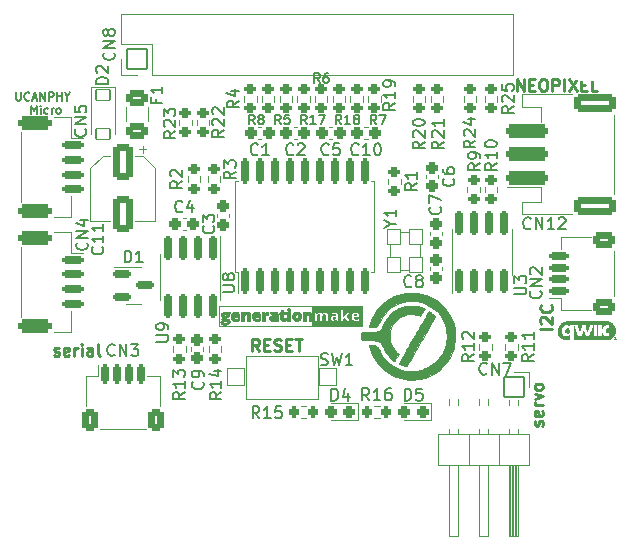
<source format=gto>
G04 #@! TF.GenerationSoftware,KiCad,Pcbnew,6.0.11-2627ca5db0~126~ubuntu22.04.1*
G04 #@! TF.CreationDate,2023-09-21T12:17:27+02:00*
G04 #@! TF.ProjectId,CyphalPicoBase-CAN,43797068-616c-4506-9963-6f426173652d,0.3*
G04 #@! TF.SameCoordinates,PX55d4a80PY57bcf00*
G04 #@! TF.FileFunction,Legend,Top*
G04 #@! TF.FilePolarity,Positive*
%FSLAX46Y46*%
G04 Gerber Fmt 4.6, Leading zero omitted, Abs format (unit mm)*
G04 Created by KiCad (PCBNEW 6.0.11-2627ca5db0~126~ubuntu22.04.1) date 2023-09-21 12:17:27*
%MOMM*%
%LPD*%
G01*
G04 APERTURE LIST*
G04 Aperture macros list*
%AMRoundRect*
0 Rectangle with rounded corners*
0 $1 Rounding radius*
0 $2 $3 $4 $5 $6 $7 $8 $9 X,Y pos of 4 corners*
0 Add a 4 corners polygon primitive as box body*
4,1,4,$2,$3,$4,$5,$6,$7,$8,$9,$2,$3,0*
0 Add four circle primitives for the rounded corners*
1,1,$1+$1,$2,$3*
1,1,$1+$1,$4,$5*
1,1,$1+$1,$6,$7*
1,1,$1+$1,$8,$9*
0 Add four rect primitives between the rounded corners*
20,1,$1+$1,$2,$3,$4,$5,0*
20,1,$1+$1,$4,$5,$6,$7,0*
20,1,$1+$1,$6,$7,$8,$9,0*
20,1,$1+$1,$8,$9,$2,$3,0*%
G04 Aperture macros list end*
%ADD10C,0.175000*%
%ADD11C,0.250000*%
%ADD12C,0.150000*%
%ADD13C,0.120000*%
%ADD14C,0.010000*%
%ADD15C,5.902000*%
%ADD16RoundRect,0.251000X0.275000X-0.200000X0.275000X0.200000X-0.275000X0.200000X-0.275000X-0.200000X0*%
%ADD17RoundRect,0.201000X0.150000X-0.875000X0.150000X0.875000X-0.150000X0.875000X-0.150000X-0.875000X0*%
%ADD18RoundRect,0.276000X-0.250000X0.225000X-0.250000X-0.225000X0.250000X-0.225000X0.250000X0.225000X0*%
%ADD19RoundRect,0.276000X-0.225000X-0.250000X0.225000X-0.250000X0.225000X0.250000X-0.225000X0.250000X0*%
%ADD20RoundRect,0.251000X-0.275000X0.200000X-0.275000X-0.200000X0.275000X-0.200000X0.275000X0.200000X0*%
%ADD21RoundRect,0.201000X0.625000X-0.150000X0.625000X0.150000X-0.625000X0.150000X-0.625000X-0.150000X0*%
%ADD22RoundRect,0.301000X0.650000X-0.350000X0.650000X0.350000X-0.650000X0.350000X-0.650000X-0.350000X0*%
%ADD23RoundRect,0.201000X-0.150000X-0.625000X0.150000X-0.625000X0.150000X0.625000X-0.150000X0.625000X0*%
%ADD24RoundRect,0.301000X-0.350000X-0.650000X0.350000X-0.650000X0.350000X0.650000X-0.350000X0.650000X0*%
%ADD25RoundRect,0.051000X-0.850000X0.850000X-0.850000X-0.850000X0.850000X-0.850000X0.850000X0.850000X0*%
%ADD26O,1.802000X1.802000*%
%ADD27RoundRect,0.051000X-0.600000X0.450000X-0.600000X-0.450000X0.600000X-0.450000X0.600000X0.450000X0*%
%ADD28RoundRect,0.201000X0.150000X-0.825000X0.150000X0.825000X-0.150000X0.825000X-0.150000X-0.825000X0*%
%ADD29RoundRect,0.201000X-0.700000X0.150000X-0.700000X-0.150000X0.700000X-0.150000X0.700000X0.150000X0*%
%ADD30RoundRect,0.301000X-1.100000X0.250000X-1.100000X-0.250000X1.100000X-0.250000X1.100000X0.250000X0*%
%ADD31RoundRect,0.269750X0.218750X0.256250X-0.218750X0.256250X-0.218750X-0.256250X0.218750X-0.256250X0*%
%ADD32RoundRect,0.251000X-0.200000X-0.275000X0.200000X-0.275000X0.200000X0.275000X-0.200000X0.275000X0*%
%ADD33RoundRect,0.201000X-0.150000X0.825000X-0.150000X-0.825000X0.150000X-0.825000X0.150000X0.825000X0*%
%ADD34RoundRect,0.051000X0.550000X-0.650000X0.550000X0.650000X-0.550000X0.650000X-0.550000X-0.650000X0*%
%ADD35RoundRect,0.276000X0.225000X0.250000X-0.225000X0.250000X-0.225000X-0.250000X0.225000X-0.250000X0*%
%ADD36RoundRect,0.051000X0.850000X-0.850000X0.850000X0.850000X-0.850000X0.850000X-0.850000X-0.850000X0*%
%ADD37RoundRect,0.051000X0.750000X0.750000X-0.750000X0.750000X-0.750000X-0.750000X0.750000X-0.750000X0*%
%ADD38RoundRect,0.276000X0.250000X-0.225000X0.250000X0.225000X-0.250000X0.225000X-0.250000X-0.225000X0*%
%ADD39RoundRect,0.301000X1.500000X-0.250000X1.500000X0.250000X-1.500000X0.250000X-1.500000X-0.250000X0*%
%ADD40RoundRect,0.301001X1.449999X-0.499999X1.449999X0.499999X-1.449999X0.499999X-1.449999X-0.499999X0*%
%ADD41RoundRect,0.201000X-0.587500X-0.150000X0.587500X-0.150000X0.587500X0.150000X-0.587500X0.150000X0*%
%ADD42RoundRect,0.301000X0.625000X-0.375000X0.625000X0.375000X-0.625000X0.375000X-0.625000X-0.375000X0*%
%ADD43RoundRect,0.301000X-0.550000X1.250000X-0.550000X-1.250000X0.550000X-1.250000X0.550000X1.250000X0*%
G04 APERTURE END LIST*
D10*
X-25233334Y11146834D02*
X-25233334Y10580167D01*
X-25200000Y10513500D01*
X-25166667Y10480167D01*
X-25100000Y10446834D01*
X-24966667Y10446834D01*
X-24900000Y10480167D01*
X-24866667Y10513500D01*
X-24833334Y10580167D01*
X-24833334Y11146834D01*
X-24100000Y10513500D02*
X-24133334Y10480167D01*
X-24233334Y10446834D01*
X-24300000Y10446834D01*
X-24400000Y10480167D01*
X-24466667Y10546834D01*
X-24500000Y10613500D01*
X-24533334Y10746834D01*
X-24533334Y10846834D01*
X-24500000Y10980167D01*
X-24466667Y11046834D01*
X-24400000Y11113500D01*
X-24300000Y11146834D01*
X-24233334Y11146834D01*
X-24133334Y11113500D01*
X-24100000Y11080167D01*
X-23833334Y10646834D02*
X-23500000Y10646834D01*
X-23900000Y10446834D02*
X-23666667Y11146834D01*
X-23433334Y10446834D01*
X-23200000Y10446834D02*
X-23200000Y11146834D01*
X-22800000Y10446834D01*
X-22800000Y11146834D01*
X-22466667Y10446834D02*
X-22466667Y11146834D01*
X-22200000Y11146834D01*
X-22133334Y11113500D01*
X-22100000Y11080167D01*
X-22066667Y11013500D01*
X-22066667Y10913500D01*
X-22100000Y10846834D01*
X-22133334Y10813500D01*
X-22200000Y10780167D01*
X-22466667Y10780167D01*
X-21766667Y10446834D02*
X-21766667Y11146834D01*
X-21766667Y10813500D02*
X-21366667Y10813500D01*
X-21366667Y10446834D02*
X-21366667Y11146834D01*
X-20900000Y10780167D02*
X-20900000Y10446834D01*
X-21133334Y11146834D02*
X-20900000Y10780167D01*
X-20666667Y11146834D01*
X-23966667Y9319834D02*
X-23966667Y10019834D01*
X-23733334Y9519834D01*
X-23500000Y10019834D01*
X-23500000Y9319834D01*
X-23166667Y9319834D02*
X-23166667Y9786500D01*
X-23166667Y10019834D02*
X-23200000Y9986500D01*
X-23166667Y9953167D01*
X-23133334Y9986500D01*
X-23166667Y10019834D01*
X-23166667Y9953167D01*
X-22533334Y9353167D02*
X-22600000Y9319834D01*
X-22733334Y9319834D01*
X-22800000Y9353167D01*
X-22833334Y9386500D01*
X-22866667Y9453167D01*
X-22866667Y9653167D01*
X-22833334Y9719834D01*
X-22800000Y9753167D01*
X-22733334Y9786500D01*
X-22600000Y9786500D01*
X-22533334Y9753167D01*
X-22233334Y9319834D02*
X-22233334Y9786500D01*
X-22233334Y9653167D02*
X-22200000Y9719834D01*
X-22166667Y9753167D01*
X-22100000Y9786500D01*
X-22033334Y9786500D01*
X-21700000Y9319834D02*
X-21766667Y9353167D01*
X-21800000Y9386500D01*
X-21833334Y9453167D01*
X-21833334Y9653167D01*
X-21800000Y9719834D01*
X-21766667Y9753167D01*
X-21700000Y9786500D01*
X-21600000Y9786500D01*
X-21533334Y9753167D01*
X-21500000Y9719834D01*
X-21466667Y9653167D01*
X-21466667Y9453167D01*
X-21500000Y9386500D01*
X-21533334Y9353167D01*
X-21600000Y9319834D01*
X-21700000Y9319834D01*
D11*
X20152380Y-8876190D02*
X19152380Y-8876190D01*
X19247619Y-8447619D02*
X19200000Y-8400000D01*
X19152380Y-8304761D01*
X19152380Y-8066666D01*
X19200000Y-7971428D01*
X19247619Y-7923809D01*
X19342857Y-7876190D01*
X19438095Y-7876190D01*
X19580952Y-7923809D01*
X20152380Y-8495238D01*
X20152380Y-7876190D01*
X20057142Y-6876190D02*
X20104761Y-6923809D01*
X20152380Y-7066666D01*
X20152380Y-7161904D01*
X20104761Y-7304761D01*
X20009523Y-7400000D01*
X19914285Y-7447619D01*
X19723809Y-7495238D01*
X19580952Y-7495238D01*
X19390476Y-7447619D01*
X19295238Y-7400000D01*
X19200000Y-7304761D01*
X19152380Y-7161904D01*
X19152380Y-7066666D01*
X19200000Y-6923809D01*
X19247619Y-6876190D01*
X17166666Y11247620D02*
X17166666Y12247620D01*
X17738095Y11247620D01*
X17738095Y12247620D01*
X18214285Y11771429D02*
X18547619Y11771429D01*
X18690476Y11247620D02*
X18214285Y11247620D01*
X18214285Y12247620D01*
X18690476Y12247620D01*
X19309523Y12247620D02*
X19500000Y12247620D01*
X19595238Y12200000D01*
X19690476Y12104762D01*
X19738095Y11914286D01*
X19738095Y11580953D01*
X19690476Y11390477D01*
X19595238Y11295239D01*
X19500000Y11247620D01*
X19309523Y11247620D01*
X19214285Y11295239D01*
X19119047Y11390477D01*
X19071428Y11580953D01*
X19071428Y11914286D01*
X19119047Y12104762D01*
X19214285Y12200000D01*
X19309523Y12247620D01*
X20166666Y11247620D02*
X20166666Y12247620D01*
X20547619Y12247620D01*
X20642857Y12200000D01*
X20690476Y12152381D01*
X20738095Y12057143D01*
X20738095Y11914286D01*
X20690476Y11819048D01*
X20642857Y11771429D01*
X20547619Y11723810D01*
X20166666Y11723810D01*
X21166666Y11247620D02*
X21166666Y12247620D01*
X21547619Y12247620D02*
X22214285Y11247620D01*
X22214285Y12247620D02*
X21547619Y11247620D01*
X22595238Y11771429D02*
X22928571Y11771429D01*
X23071428Y11247620D02*
X22595238Y11247620D01*
X22595238Y12247620D01*
X23071428Y12247620D01*
X23976190Y11247620D02*
X23500000Y11247620D01*
X23500000Y12247620D01*
X-4652381Y-10752380D02*
X-4985715Y-10276190D01*
X-5223810Y-10752380D02*
X-5223810Y-9752380D01*
X-4842858Y-9752380D01*
X-4747620Y-9800000D01*
X-4700000Y-9847619D01*
X-4652381Y-9942857D01*
X-4652381Y-10085714D01*
X-4700000Y-10180952D01*
X-4747620Y-10228571D01*
X-4842858Y-10276190D01*
X-5223810Y-10276190D01*
X-4223810Y-10228571D02*
X-3890477Y-10228571D01*
X-3747620Y-10752380D02*
X-4223810Y-10752380D01*
X-4223810Y-9752380D01*
X-3747620Y-9752380D01*
X-3366667Y-10704761D02*
X-3223810Y-10752380D01*
X-2985715Y-10752380D01*
X-2890477Y-10704761D01*
X-2842858Y-10657142D01*
X-2795239Y-10561904D01*
X-2795239Y-10466666D01*
X-2842858Y-10371428D01*
X-2890477Y-10323809D01*
X-2985715Y-10276190D01*
X-3176191Y-10228571D01*
X-3271429Y-10180952D01*
X-3319048Y-10133333D01*
X-3366667Y-10038095D01*
X-3366667Y-9942857D01*
X-3319048Y-9847619D01*
X-3271429Y-9800000D01*
X-3176191Y-9752380D01*
X-2938096Y-9752380D01*
X-2795239Y-9800000D01*
X-2366667Y-10228571D02*
X-2033334Y-10228571D01*
X-1890477Y-10752380D02*
X-2366667Y-10752380D01*
X-2366667Y-9752380D01*
X-1890477Y-9752380D01*
X-1604762Y-9752380D02*
X-1033334Y-9752380D01*
X-1319048Y-10752380D02*
X-1319048Y-9752380D01*
X19304761Y-17085714D02*
X19352380Y-16990476D01*
X19352380Y-16800000D01*
X19304761Y-16704761D01*
X19209523Y-16657142D01*
X19161904Y-16657142D01*
X19066666Y-16704761D01*
X19019047Y-16800000D01*
X19019047Y-16942857D01*
X18971428Y-17038095D01*
X18876190Y-17085714D01*
X18828571Y-17085714D01*
X18733333Y-17038095D01*
X18685714Y-16942857D01*
X18685714Y-16800000D01*
X18733333Y-16704761D01*
X19304761Y-15847619D02*
X19352380Y-15942857D01*
X19352380Y-16133333D01*
X19304761Y-16228571D01*
X19209523Y-16276190D01*
X18828571Y-16276190D01*
X18733333Y-16228571D01*
X18685714Y-16133333D01*
X18685714Y-15942857D01*
X18733333Y-15847619D01*
X18828571Y-15800000D01*
X18923809Y-15800000D01*
X19019047Y-16276190D01*
X19352380Y-15371428D02*
X18685714Y-15371428D01*
X18876190Y-15371428D02*
X18780952Y-15323809D01*
X18733333Y-15276190D01*
X18685714Y-15180952D01*
X18685714Y-15085714D01*
X18685714Y-14847619D02*
X19352380Y-14609523D01*
X18685714Y-14371428D01*
X19352380Y-13847619D02*
X19304761Y-13942857D01*
X19257142Y-13990476D01*
X19161904Y-14038095D01*
X18876190Y-14038095D01*
X18780952Y-13990476D01*
X18733333Y-13942857D01*
X18685714Y-13847619D01*
X18685714Y-13704761D01*
X18733333Y-13609523D01*
X18780952Y-13561904D01*
X18876190Y-13514285D01*
X19161904Y-13514285D01*
X19257142Y-13561904D01*
X19304761Y-13609523D01*
X19352380Y-13704761D01*
X19352380Y-13847619D01*
X-22004762Y-11104761D02*
X-21909524Y-11152380D01*
X-21719048Y-11152380D01*
X-21623810Y-11104761D01*
X-21576191Y-11009523D01*
X-21576191Y-10961904D01*
X-21623810Y-10866666D01*
X-21719048Y-10819047D01*
X-21861905Y-10819047D01*
X-21957143Y-10771428D01*
X-22004762Y-10676190D01*
X-22004762Y-10628571D01*
X-21957143Y-10533333D01*
X-21861905Y-10485714D01*
X-21719048Y-10485714D01*
X-21623810Y-10533333D01*
X-20766667Y-11104761D02*
X-20861905Y-11152380D01*
X-21052381Y-11152380D01*
X-21147620Y-11104761D01*
X-21195239Y-11009523D01*
X-21195239Y-10628571D01*
X-21147620Y-10533333D01*
X-21052381Y-10485714D01*
X-20861905Y-10485714D01*
X-20766667Y-10533333D01*
X-20719048Y-10628571D01*
X-20719048Y-10723809D01*
X-21195239Y-10819047D01*
X-20290477Y-11152380D02*
X-20290477Y-10485714D01*
X-20290477Y-10676190D02*
X-20242858Y-10580952D01*
X-20195239Y-10533333D01*
X-20100000Y-10485714D01*
X-20004762Y-10485714D01*
X-19671429Y-11152380D02*
X-19671429Y-10485714D01*
X-19671429Y-10152380D02*
X-19719048Y-10200000D01*
X-19671429Y-10247619D01*
X-19623810Y-10200000D01*
X-19671429Y-10152380D01*
X-19671429Y-10247619D01*
X-18766667Y-11152380D02*
X-18766667Y-10628571D01*
X-18814286Y-10533333D01*
X-18909524Y-10485714D01*
X-19100000Y-10485714D01*
X-19195239Y-10533333D01*
X-18766667Y-11104761D02*
X-18861905Y-11152380D01*
X-19100000Y-11152380D01*
X-19195239Y-11104761D01*
X-19242858Y-11009523D01*
X-19242858Y-10914285D01*
X-19195239Y-10819047D01*
X-19100000Y-10771428D01*
X-18861905Y-10771428D01*
X-18766667Y-10723809D01*
X-18147620Y-11152380D02*
X-18242858Y-11104761D01*
X-18290477Y-11009523D01*
X-18290477Y-10152380D01*
D12*
X-11177620Y3633334D02*
X-11653810Y3300000D01*
X-11177620Y3061905D02*
X-12177620Y3061905D01*
X-12177620Y3442858D01*
X-12130000Y3538096D01*
X-12082381Y3585715D01*
X-11987143Y3633334D01*
X-11844286Y3633334D01*
X-11749048Y3585715D01*
X-11701429Y3538096D01*
X-11653810Y3442858D01*
X-11653810Y3061905D01*
X-12082381Y4014286D02*
X-12130000Y4061905D01*
X-12177620Y4157143D01*
X-12177620Y4395239D01*
X-12130000Y4490477D01*
X-12082381Y4538096D01*
X-11987143Y4585715D01*
X-11891905Y4585715D01*
X-11749048Y4538096D01*
X-11177620Y3966667D01*
X-11177620Y4585715D01*
X-7747620Y-5761904D02*
X-6938096Y-5761904D01*
X-6842858Y-5714285D01*
X-6795239Y-5666666D01*
X-6747620Y-5571428D01*
X-6747620Y-5380952D01*
X-6795239Y-5285714D01*
X-6842858Y-5238095D01*
X-6938096Y-5190476D01*
X-7747620Y-5190476D01*
X-7319048Y-4571428D02*
X-7366667Y-4666666D01*
X-7414286Y-4714285D01*
X-7509524Y-4761904D01*
X-7557143Y-4761904D01*
X-7652381Y-4714285D01*
X-7700000Y-4666666D01*
X-7747620Y-4571428D01*
X-7747620Y-4380952D01*
X-7700000Y-4285714D01*
X-7652381Y-4238095D01*
X-7557143Y-4190476D01*
X-7509524Y-4190476D01*
X-7414286Y-4238095D01*
X-7366667Y-4285714D01*
X-7319048Y-4380952D01*
X-7319048Y-4571428D01*
X-7271429Y-4666666D01*
X-7223810Y-4714285D01*
X-7128572Y-4761904D01*
X-6938096Y-4761904D01*
X-6842858Y-4714285D01*
X-6795239Y-4666666D01*
X-6747620Y-4571428D01*
X-6747620Y-4380952D01*
X-6795239Y-4285714D01*
X-6842858Y-4238095D01*
X-6938096Y-4190476D01*
X-7128572Y-4190476D01*
X-7223810Y-4238095D01*
X-7271429Y-4285714D01*
X-7319048Y-4380952D01*
X-8542858Y-166666D02*
X-8495239Y-214285D01*
X-8447620Y-357142D01*
X-8447620Y-452380D01*
X-8495239Y-595238D01*
X-8590477Y-690476D01*
X-8685715Y-738095D01*
X-8876191Y-785714D01*
X-9019048Y-785714D01*
X-9209524Y-738095D01*
X-9304762Y-690476D01*
X-9400000Y-595238D01*
X-9447620Y-452380D01*
X-9447620Y-357142D01*
X-9400000Y-214285D01*
X-9352381Y-166666D01*
X-9447620Y166667D02*
X-9447620Y785715D01*
X-9066667Y452381D01*
X-9066667Y595239D01*
X-9019048Y690477D01*
X-8971429Y738096D01*
X-8876191Y785715D01*
X-8638096Y785715D01*
X-8542858Y738096D01*
X-8495239Y690477D01*
X-8447620Y595239D01*
X-8447620Y309524D01*
X-8495239Y214286D01*
X-8542858Y166667D01*
X-11166667Y1072858D02*
X-11214286Y1025239D01*
X-11357143Y977620D01*
X-11452381Y977620D01*
X-11595239Y1025239D01*
X-11690477Y1120477D01*
X-11738096Y1215715D01*
X-11785715Y1406191D01*
X-11785715Y1549048D01*
X-11738096Y1739524D01*
X-11690477Y1834762D01*
X-11595239Y1930000D01*
X-11452381Y1977620D01*
X-11357143Y1977620D01*
X-11214286Y1930000D01*
X-11166667Y1882381D01*
X-10309524Y1644286D02*
X-10309524Y977620D01*
X-10547620Y2025239D02*
X-10785715Y1310953D01*
X-10166667Y1310953D01*
X8682380Y3433334D02*
X8206190Y3100000D01*
X8682380Y2861905D02*
X7682380Y2861905D01*
X7682380Y3242858D01*
X7730000Y3338096D01*
X7777619Y3385715D01*
X7872857Y3433334D01*
X8015714Y3433334D01*
X8110952Y3385715D01*
X8158571Y3338096D01*
X8206190Y3242858D01*
X8206190Y2861905D01*
X8682380Y4385715D02*
X8682380Y3814286D01*
X8682380Y4100000D02*
X7682380Y4100000D01*
X7825238Y4004762D01*
X7920476Y3909524D01*
X7968095Y3814286D01*
X-6647620Y4433334D02*
X-7123810Y4100000D01*
X-6647620Y3861905D02*
X-7647620Y3861905D01*
X-7647620Y4242858D01*
X-7600000Y4338096D01*
X-7552381Y4385715D01*
X-7457143Y4433334D01*
X-7314286Y4433334D01*
X-7219048Y4385715D01*
X-7171429Y4338096D01*
X-7123810Y4242858D01*
X-7123810Y3861905D01*
X-7647620Y4766667D02*
X-7647620Y5385715D01*
X-7266667Y5052381D01*
X-7266667Y5195239D01*
X-7219048Y5290477D01*
X-7171429Y5338096D01*
X-7076191Y5385715D01*
X-6838096Y5385715D01*
X-6742858Y5338096D01*
X-6695239Y5290477D01*
X-6647620Y5195239D01*
X-6647620Y4909524D01*
X-6695239Y4814286D01*
X-6742858Y4766667D01*
X11787142Y3833334D02*
X11834761Y3785715D01*
X11882380Y3642858D01*
X11882380Y3547620D01*
X11834761Y3404762D01*
X11739523Y3309524D01*
X11644285Y3261905D01*
X11453809Y3214286D01*
X11310952Y3214286D01*
X11120476Y3261905D01*
X11025238Y3309524D01*
X10930000Y3404762D01*
X10882380Y3547620D01*
X10882380Y3642858D01*
X10930000Y3785715D01*
X10977619Y3833334D01*
X10882380Y4690477D02*
X10882380Y4500000D01*
X10930000Y4404762D01*
X10977619Y4357143D01*
X11120476Y4261905D01*
X11310952Y4214286D01*
X11691904Y4214286D01*
X11787142Y4261905D01*
X11834761Y4309524D01*
X11882380Y4404762D01*
X11882380Y4595239D01*
X11834761Y4690477D01*
X11787142Y4738096D01*
X11691904Y4785715D01*
X11453809Y4785715D01*
X11358571Y4738096D01*
X11310952Y4690477D01*
X11263333Y4595239D01*
X11263333Y4404762D01*
X11310952Y4309524D01*
X11358571Y4261905D01*
X11453809Y4214286D01*
X19157142Y-5690476D02*
X19204761Y-5738095D01*
X19252380Y-5880952D01*
X19252380Y-5976190D01*
X19204761Y-6119047D01*
X19109523Y-6214285D01*
X19014285Y-6261904D01*
X18823809Y-6309523D01*
X18680952Y-6309523D01*
X18490476Y-6261904D01*
X18395238Y-6214285D01*
X18300000Y-6119047D01*
X18252380Y-5976190D01*
X18252380Y-5880952D01*
X18300000Y-5738095D01*
X18347619Y-5690476D01*
X19252380Y-5261904D02*
X18252380Y-5261904D01*
X19252380Y-4690476D01*
X18252380Y-4690476D01*
X18347619Y-4261904D02*
X18300000Y-4214285D01*
X18252380Y-4119047D01*
X18252380Y-3880952D01*
X18300000Y-3785714D01*
X18347619Y-3738095D01*
X18442857Y-3690476D01*
X18538095Y-3690476D01*
X18680952Y-3738095D01*
X19252380Y-4309523D01*
X19252380Y-3690476D01*
X-16890477Y-11077142D02*
X-16938096Y-11124761D01*
X-17080953Y-11172380D01*
X-17176191Y-11172380D01*
X-17319048Y-11124761D01*
X-17414286Y-11029523D01*
X-17461905Y-10934285D01*
X-17509524Y-10743809D01*
X-17509524Y-10600952D01*
X-17461905Y-10410476D01*
X-17414286Y-10315238D01*
X-17319048Y-10220000D01*
X-17176191Y-10172380D01*
X-17080953Y-10172380D01*
X-16938096Y-10220000D01*
X-16890477Y-10267619D01*
X-16461905Y-11172380D02*
X-16461905Y-10172380D01*
X-15890477Y-11172380D01*
X-15890477Y-10172380D01*
X-15509524Y-10172380D02*
X-14890477Y-10172380D01*
X-15223810Y-10553333D01*
X-15080953Y-10553333D01*
X-14985715Y-10600952D01*
X-14938096Y-10648571D01*
X-14890477Y-10743809D01*
X-14890477Y-10981904D01*
X-14938096Y-11077142D01*
X-14985715Y-11124761D01*
X-15080953Y-11172380D01*
X-15366667Y-11172380D01*
X-15461905Y-11124761D01*
X-15509524Y-11077142D01*
X14609523Y-12657142D02*
X14561904Y-12704761D01*
X14419047Y-12752380D01*
X14323809Y-12752380D01*
X14180952Y-12704761D01*
X14085714Y-12609523D01*
X14038095Y-12514285D01*
X13990476Y-12323809D01*
X13990476Y-12180952D01*
X14038095Y-11990476D01*
X14085714Y-11895238D01*
X14180952Y-11800000D01*
X14323809Y-11752380D01*
X14419047Y-11752380D01*
X14561904Y-11800000D01*
X14609523Y-11847619D01*
X15038095Y-12752380D02*
X15038095Y-11752380D01*
X15609523Y-12752380D01*
X15609523Y-11752380D01*
X15990476Y-11752380D02*
X16657142Y-11752380D01*
X16228571Y-12752380D01*
X-17447620Y11861905D02*
X-18447620Y11861905D01*
X-18447620Y12100000D01*
X-18400000Y12242858D01*
X-18304762Y12338096D01*
X-18209524Y12385715D01*
X-18019048Y12433334D01*
X-17876191Y12433334D01*
X-17685715Y12385715D01*
X-17590477Y12338096D01*
X-17495239Y12242858D01*
X-17447620Y12100000D01*
X-17447620Y11861905D01*
X-18352381Y12814286D02*
X-18400000Y12861905D01*
X-18447620Y12957143D01*
X-18447620Y13195239D01*
X-18400000Y13290477D01*
X-18352381Y13338096D01*
X-18257143Y13385715D01*
X-18161905Y13385715D01*
X-18019048Y13338096D01*
X-17447620Y12766667D01*
X-17447620Y13385715D01*
X16952380Y-5961904D02*
X17761904Y-5961904D01*
X17857142Y-5914285D01*
X17904761Y-5866666D01*
X17952380Y-5771428D01*
X17952380Y-5580952D01*
X17904761Y-5485714D01*
X17857142Y-5438095D01*
X17761904Y-5390476D01*
X16952380Y-5390476D01*
X16952380Y-5009523D02*
X16952380Y-4390476D01*
X17333333Y-4723809D01*
X17333333Y-4580952D01*
X17380952Y-4485714D01*
X17428571Y-4438095D01*
X17523809Y-4390476D01*
X17761904Y-4390476D01*
X17857142Y-4438095D01*
X17904761Y-4485714D01*
X17952380Y-4580952D01*
X17952380Y-4866666D01*
X17904761Y-4961904D01*
X17857142Y-5009523D01*
X14052380Y5133334D02*
X13576190Y4800000D01*
X14052380Y4561905D02*
X13052380Y4561905D01*
X13052380Y4942858D01*
X13100000Y5038096D01*
X13147619Y5085715D01*
X13242857Y5133334D01*
X13385714Y5133334D01*
X13480952Y5085715D01*
X13528571Y5038096D01*
X13576190Y4942858D01*
X13576190Y4561905D01*
X14052380Y5609524D02*
X14052380Y5800000D01*
X14004761Y5895239D01*
X13957142Y5942858D01*
X13814285Y6038096D01*
X13623809Y6085715D01*
X13242857Y6085715D01*
X13147619Y6038096D01*
X13100000Y5990477D01*
X13052380Y5895239D01*
X13052380Y5704762D01*
X13100000Y5609524D01*
X13147619Y5561905D01*
X13242857Y5514286D01*
X13480952Y5514286D01*
X13576190Y5561905D01*
X13623809Y5609524D01*
X13671428Y5704762D01*
X13671428Y5895239D01*
X13623809Y5990477D01*
X13576190Y6038096D01*
X13480952Y6085715D01*
X15452380Y5157143D02*
X14976190Y4823810D01*
X15452380Y4585715D02*
X14452380Y4585715D01*
X14452380Y4966667D01*
X14500000Y5061905D01*
X14547619Y5109524D01*
X14642857Y5157143D01*
X14785714Y5157143D01*
X14880952Y5109524D01*
X14928571Y5061905D01*
X14976190Y4966667D01*
X14976190Y4585715D01*
X15452380Y6109524D02*
X15452380Y5538096D01*
X15452380Y5823810D02*
X14452380Y5823810D01*
X14595238Y5728572D01*
X14690476Y5633334D01*
X14738095Y5538096D01*
X14452380Y6728572D02*
X14452380Y6823810D01*
X14500000Y6919048D01*
X14547619Y6966667D01*
X14642857Y7014286D01*
X14833333Y7061905D01*
X15071428Y7061905D01*
X15261904Y7014286D01*
X15357142Y6966667D01*
X15404761Y6919048D01*
X15452380Y6823810D01*
X15452380Y6728572D01*
X15404761Y6633334D01*
X15357142Y6585715D01*
X15261904Y6538096D01*
X15071428Y6490477D01*
X14833333Y6490477D01*
X14642857Y6538096D01*
X14547619Y6585715D01*
X14500000Y6633334D01*
X14452380Y6728572D01*
X18582380Y-11042857D02*
X18106190Y-11376190D01*
X18582380Y-11614285D02*
X17582380Y-11614285D01*
X17582380Y-11233333D01*
X17630000Y-11138095D01*
X17677619Y-11090476D01*
X17772857Y-11042857D01*
X17915714Y-11042857D01*
X18010952Y-11090476D01*
X18058571Y-11138095D01*
X18106190Y-11233333D01*
X18106190Y-11614285D01*
X18582380Y-10090476D02*
X18582380Y-10661904D01*
X18582380Y-10376190D02*
X17582380Y-10376190D01*
X17725238Y-10471428D01*
X17820476Y-10566666D01*
X17868095Y-10661904D01*
X18582380Y-9138095D02*
X18582380Y-9709523D01*
X18582380Y-9423809D02*
X17582380Y-9423809D01*
X17725238Y-9519047D01*
X17820476Y-9614285D01*
X17868095Y-9709523D01*
X13522380Y-11042857D02*
X13046190Y-11376190D01*
X13522380Y-11614285D02*
X12522380Y-11614285D01*
X12522380Y-11233333D01*
X12570000Y-11138095D01*
X12617619Y-11090476D01*
X12712857Y-11042857D01*
X12855714Y-11042857D01*
X12950952Y-11090476D01*
X12998571Y-11138095D01*
X13046190Y-11233333D01*
X13046190Y-11614285D01*
X13522380Y-10090476D02*
X13522380Y-10661904D01*
X13522380Y-10376190D02*
X12522380Y-10376190D01*
X12665238Y-10471428D01*
X12760476Y-10566666D01*
X12808095Y-10661904D01*
X12617619Y-9709523D02*
X12570000Y-9661904D01*
X12522380Y-9566666D01*
X12522380Y-9328571D01*
X12570000Y-9233333D01*
X12617619Y-9185714D01*
X12712857Y-9138095D01*
X12808095Y-9138095D01*
X12950952Y-9185714D01*
X13522380Y-9757142D01*
X13522380Y-9138095D01*
X-19242858Y-1590476D02*
X-19195239Y-1638095D01*
X-19147620Y-1780952D01*
X-19147620Y-1876190D01*
X-19195239Y-2019047D01*
X-19290477Y-2114285D01*
X-19385715Y-2161904D01*
X-19576191Y-2209523D01*
X-19719048Y-2209523D01*
X-19909524Y-2161904D01*
X-20004762Y-2114285D01*
X-20100000Y-2019047D01*
X-20147620Y-1876190D01*
X-20147620Y-1780952D01*
X-20100000Y-1638095D01*
X-20052381Y-1590476D01*
X-19147620Y-1161904D02*
X-20147620Y-1161904D01*
X-19147620Y-590476D01*
X-20147620Y-590476D01*
X-19814286Y314286D02*
X-19147620Y314286D01*
X-20195239Y76191D02*
X-19480953Y-161904D01*
X-19480953Y457143D01*
X7661904Y-14952380D02*
X7661904Y-13952380D01*
X7900000Y-13952380D01*
X8042857Y-14000000D01*
X8138095Y-14095238D01*
X8185714Y-14190476D01*
X8233333Y-14380952D01*
X8233333Y-14523809D01*
X8185714Y-14714285D01*
X8138095Y-14809523D01*
X8042857Y-14904761D01*
X7900000Y-14952380D01*
X7661904Y-14952380D01*
X9138095Y-13952380D02*
X8661904Y-13952380D01*
X8614285Y-14428571D01*
X8661904Y-14380952D01*
X8757142Y-14333333D01*
X8995238Y-14333333D01*
X9090476Y-14380952D01*
X9138095Y-14428571D01*
X9185714Y-14523809D01*
X9185714Y-14761904D01*
X9138095Y-14857142D01*
X9090476Y-14904761D01*
X8995238Y-14952380D01*
X8757142Y-14952380D01*
X8661904Y-14904761D01*
X8614285Y-14857142D01*
X4657142Y-14922380D02*
X4323809Y-14446190D01*
X4085714Y-14922380D02*
X4085714Y-13922380D01*
X4466666Y-13922380D01*
X4561904Y-13970000D01*
X4609523Y-14017619D01*
X4657142Y-14112857D01*
X4657142Y-14255714D01*
X4609523Y-14350952D01*
X4561904Y-14398571D01*
X4466666Y-14446190D01*
X4085714Y-14446190D01*
X5609523Y-14922380D02*
X5038095Y-14922380D01*
X5323809Y-14922380D02*
X5323809Y-13922380D01*
X5228571Y-14065238D01*
X5133333Y-14160476D01*
X5038095Y-14208095D01*
X6466666Y-13922380D02*
X6276190Y-13922380D01*
X6180952Y-13970000D01*
X6133333Y-14017619D01*
X6038095Y-14160476D01*
X5990476Y-14350952D01*
X5990476Y-14731904D01*
X6038095Y-14827142D01*
X6085714Y-14874761D01*
X6180952Y-14922380D01*
X6371428Y-14922380D01*
X6466666Y-14874761D01*
X6514285Y-14827142D01*
X6561904Y-14731904D01*
X6561904Y-14493809D01*
X6514285Y-14398571D01*
X6466666Y-14350952D01*
X6371428Y-14303333D01*
X6180952Y-14303333D01*
X6085714Y-14350952D01*
X6038095Y-14398571D01*
X5990476Y-14493809D01*
X-13347620Y-9961904D02*
X-12538096Y-9961904D01*
X-12442858Y-9914285D01*
X-12395239Y-9866666D01*
X-12347620Y-9771428D01*
X-12347620Y-9580952D01*
X-12395239Y-9485714D01*
X-12442858Y-9438095D01*
X-12538096Y-9390476D01*
X-13347620Y-9390476D01*
X-12347620Y-8866666D02*
X-12347620Y-8676190D01*
X-12395239Y-8580952D01*
X-12442858Y-8533333D01*
X-12585715Y-8438095D01*
X-12776191Y-8390476D01*
X-13157143Y-8390476D01*
X-13252381Y-8438095D01*
X-13300000Y-8485714D01*
X-13347620Y-8580952D01*
X-13347620Y-8771428D01*
X-13300000Y-8866666D01*
X-13252381Y-8914285D01*
X-13157143Y-8961904D01*
X-12919048Y-8961904D01*
X-12823810Y-8914285D01*
X-12776191Y-8866666D01*
X-12728572Y-8771428D01*
X-12728572Y-8580952D01*
X-12776191Y-8485714D01*
X-12823810Y-8438095D01*
X-12919048Y-8390476D01*
X6476190Y23810D02*
X6952380Y23810D01*
X5952380Y-309523D02*
X6476190Y23810D01*
X5952380Y357143D01*
X6952380Y1214286D02*
X6952380Y642858D01*
X6952380Y928572D02*
X5952380Y928572D01*
X6095238Y833334D01*
X6190476Y738096D01*
X6238095Y642858D01*
X-19376370Y8009524D02*
X-19328751Y7961905D01*
X-19281132Y7819048D01*
X-19281132Y7723810D01*
X-19328751Y7580953D01*
X-19423989Y7485715D01*
X-19519227Y7438096D01*
X-19709703Y7390477D01*
X-19852560Y7390477D01*
X-20043036Y7438096D01*
X-20138274Y7485715D01*
X-20233512Y7580953D01*
X-20281132Y7723810D01*
X-20281132Y7819048D01*
X-20233512Y7961905D01*
X-20185893Y8009524D01*
X-19281132Y8438096D02*
X-20281132Y8438096D01*
X-19281132Y9009524D01*
X-20281132Y9009524D01*
X-20281132Y9961905D02*
X-20281132Y9485715D01*
X-19804941Y9438096D01*
X-19852560Y9485715D01*
X-19900179Y9580953D01*
X-19900179Y9819048D01*
X-19852560Y9914286D01*
X-19804941Y9961905D01*
X-19709703Y10009524D01*
X-19471608Y10009524D01*
X-19376370Y9961905D01*
X-19328751Y9914286D01*
X-19281132Y9819048D01*
X-19281132Y9580953D01*
X-19328751Y9485715D01*
X-19376370Y9438096D01*
X-9442858Y-13366666D02*
X-9395239Y-13414285D01*
X-9347620Y-13557142D01*
X-9347620Y-13652380D01*
X-9395239Y-13795238D01*
X-9490477Y-13890476D01*
X-9585715Y-13938095D01*
X-9776191Y-13985714D01*
X-9919048Y-13985714D01*
X-10109524Y-13938095D01*
X-10204762Y-13890476D01*
X-10300000Y-13795238D01*
X-10347620Y-13652380D01*
X-10347620Y-13557142D01*
X-10300000Y-13414285D01*
X-10252381Y-13366666D01*
X-9347620Y-12890476D02*
X-9347620Y-12700000D01*
X-9395239Y-12604761D01*
X-9442858Y-12557142D01*
X-9585715Y-12461904D01*
X-9776191Y-12414285D01*
X-10157143Y-12414285D01*
X-10252381Y-12461904D01*
X-10300000Y-12509523D01*
X-10347620Y-12604761D01*
X-10347620Y-12795238D01*
X-10300000Y-12890476D01*
X-10252381Y-12938095D01*
X-10157143Y-12985714D01*
X-9919048Y-12985714D01*
X-9823810Y-12938095D01*
X-9776191Y-12890476D01*
X-9728572Y-12795238D01*
X-9728572Y-12604761D01*
X-9776191Y-12509523D01*
X-9823810Y-12461904D01*
X-9919048Y-12414285D01*
X-10947620Y-14242857D02*
X-11423810Y-14576190D01*
X-10947620Y-14814285D02*
X-11947620Y-14814285D01*
X-11947620Y-14433333D01*
X-11900000Y-14338095D01*
X-11852381Y-14290476D01*
X-11757143Y-14242857D01*
X-11614286Y-14242857D01*
X-11519048Y-14290476D01*
X-11471429Y-14338095D01*
X-11423810Y-14433333D01*
X-11423810Y-14814285D01*
X-10947620Y-13290476D02*
X-10947620Y-13861904D01*
X-10947620Y-13576190D02*
X-11947620Y-13576190D01*
X-11804762Y-13671428D01*
X-11709524Y-13766666D01*
X-11661905Y-13861904D01*
X-11947620Y-12957142D02*
X-11947620Y-12338095D01*
X-11566667Y-12671428D01*
X-11566667Y-12528571D01*
X-11519048Y-12433333D01*
X-11471429Y-12385714D01*
X-11376191Y-12338095D01*
X-11138096Y-12338095D01*
X-11042858Y-12385714D01*
X-10995239Y-12433333D01*
X-10947620Y-12528571D01*
X-10947620Y-12814285D01*
X-10995239Y-12909523D01*
X-11042858Y-12957142D01*
X-7847620Y-14242857D02*
X-8323810Y-14576190D01*
X-7847620Y-14814285D02*
X-8847620Y-14814285D01*
X-8847620Y-14433333D01*
X-8800000Y-14338095D01*
X-8752381Y-14290476D01*
X-8657143Y-14242857D01*
X-8514286Y-14242857D01*
X-8419048Y-14290476D01*
X-8371429Y-14338095D01*
X-8323810Y-14433333D01*
X-8323810Y-14814285D01*
X-7847620Y-13290476D02*
X-7847620Y-13861904D01*
X-7847620Y-13576190D02*
X-8847620Y-13576190D01*
X-8704762Y-13671428D01*
X-8609524Y-13766666D01*
X-8561905Y-13861904D01*
X-8514286Y-12433333D02*
X-7847620Y-12433333D01*
X-8895239Y-12671428D02*
X-8180953Y-12909523D01*
X-8180953Y-12290476D01*
X-4642858Y-16452380D02*
X-4976191Y-15976190D01*
X-5214286Y-16452380D02*
X-5214286Y-15452380D01*
X-4833334Y-15452380D01*
X-4738096Y-15500000D01*
X-4690477Y-15547619D01*
X-4642858Y-15642857D01*
X-4642858Y-15785714D01*
X-4690477Y-15880952D01*
X-4738096Y-15928571D01*
X-4833334Y-15976190D01*
X-5214286Y-15976190D01*
X-3690477Y-16452380D02*
X-4261905Y-16452380D01*
X-3976191Y-16452380D02*
X-3976191Y-15452380D01*
X-4071429Y-15595238D01*
X-4166667Y-15690476D01*
X-4261905Y-15738095D01*
X-2785715Y-15452380D02*
X-3261905Y-15452380D01*
X-3309524Y-15928571D01*
X-3261905Y-15880952D01*
X-3166667Y-15833333D01*
X-2928572Y-15833333D01*
X-2833334Y-15880952D01*
X-2785715Y-15928571D01*
X-2738096Y-16023809D01*
X-2738096Y-16261904D01*
X-2785715Y-16357142D01*
X-2833334Y-16404761D01*
X-2928572Y-16452380D01*
X-3166667Y-16452380D01*
X-3261905Y-16404761D01*
X-3309524Y-16357142D01*
X-4766667Y5912858D02*
X-4814286Y5865239D01*
X-4957143Y5817620D01*
X-5052381Y5817620D01*
X-5195239Y5865239D01*
X-5290477Y5960477D01*
X-5338096Y6055715D01*
X-5385715Y6246191D01*
X-5385715Y6389048D01*
X-5338096Y6579524D01*
X-5290477Y6674762D01*
X-5195239Y6770000D01*
X-5052381Y6817620D01*
X-4957143Y6817620D01*
X-4814286Y6770000D01*
X-4766667Y6722381D01*
X-3814286Y5817620D02*
X-4385715Y5817620D01*
X-4100000Y5817620D02*
X-4100000Y6817620D01*
X-4195239Y6674762D01*
X-4290477Y6579524D01*
X-4385715Y6531905D01*
X-1766667Y5912858D02*
X-1814286Y5865239D01*
X-1957143Y5817620D01*
X-2052381Y5817620D01*
X-2195239Y5865239D01*
X-2290477Y5960477D01*
X-2338096Y6055715D01*
X-2385715Y6246191D01*
X-2385715Y6389048D01*
X-2338096Y6579524D01*
X-2290477Y6674762D01*
X-2195239Y6770000D01*
X-2052381Y6817620D01*
X-1957143Y6817620D01*
X-1814286Y6770000D01*
X-1766667Y6722381D01*
X-1385715Y6722381D02*
X-1338096Y6770000D01*
X-1242858Y6817620D01*
X-1004762Y6817620D01*
X-909524Y6770000D01*
X-861905Y6722381D01*
X-814286Y6627143D01*
X-814286Y6531905D01*
X-861905Y6389048D01*
X-1433334Y5817620D01*
X-814286Y5817620D01*
X1233333Y5912858D02*
X1185714Y5865239D01*
X1042857Y5817620D01*
X947619Y5817620D01*
X804761Y5865239D01*
X709523Y5960477D01*
X661904Y6055715D01*
X614285Y6246191D01*
X614285Y6389048D01*
X661904Y6579524D01*
X709523Y6674762D01*
X804761Y6770000D01*
X947619Y6817620D01*
X1042857Y6817620D01*
X1185714Y6770000D01*
X1233333Y6722381D01*
X2138095Y6817620D02*
X1661904Y6817620D01*
X1614285Y6341429D01*
X1661904Y6389048D01*
X1757142Y6436667D01*
X1995238Y6436667D01*
X2090476Y6389048D01*
X2138095Y6341429D01*
X2185714Y6246191D01*
X2185714Y6008096D01*
X2138095Y5912858D01*
X2090476Y5865239D01*
X1995238Y5817620D01*
X1757142Y5817620D01*
X1661904Y5865239D01*
X1614285Y5912858D01*
X3757142Y5912858D02*
X3709523Y5865239D01*
X3566666Y5817620D01*
X3471428Y5817620D01*
X3328571Y5865239D01*
X3233333Y5960477D01*
X3185714Y6055715D01*
X3138095Y6246191D01*
X3138095Y6389048D01*
X3185714Y6579524D01*
X3233333Y6674762D01*
X3328571Y6770000D01*
X3471428Y6817620D01*
X3566666Y6817620D01*
X3709523Y6770000D01*
X3757142Y6722381D01*
X4709523Y5817620D02*
X4138095Y5817620D01*
X4423809Y5817620D02*
X4423809Y6817620D01*
X4328571Y6674762D01*
X4233333Y6579524D01*
X4138095Y6531905D01*
X5328571Y6817620D02*
X5423809Y6817620D01*
X5519047Y6770000D01*
X5566666Y6722381D01*
X5614285Y6627143D01*
X5661904Y6436667D01*
X5661904Y6198572D01*
X5614285Y6008096D01*
X5566666Y5912858D01*
X5519047Y5865239D01*
X5423809Y5817620D01*
X5328571Y5817620D01*
X5233333Y5865239D01*
X5185714Y5912858D01*
X5138095Y6008096D01*
X5090476Y6198572D01*
X5090476Y6436667D01*
X5138095Y6627143D01*
X5185714Y6722381D01*
X5233333Y6770000D01*
X5328571Y6817620D01*
X-16972858Y14504524D02*
X-16925239Y14456905D01*
X-16877620Y14314048D01*
X-16877620Y14218810D01*
X-16925239Y14075953D01*
X-17020477Y13980715D01*
X-17115715Y13933096D01*
X-17306191Y13885477D01*
X-17449048Y13885477D01*
X-17639524Y13933096D01*
X-17734762Y13980715D01*
X-17830000Y14075953D01*
X-17877620Y14218810D01*
X-17877620Y14314048D01*
X-17830000Y14456905D01*
X-17782381Y14504524D01*
X-16877620Y14933096D02*
X-17877620Y14933096D01*
X-16877620Y15504524D01*
X-17877620Y15504524D01*
X-17449048Y16123572D02*
X-17496667Y16028334D01*
X-17544286Y15980715D01*
X-17639524Y15933096D01*
X-17687143Y15933096D01*
X-17782381Y15980715D01*
X-17830000Y16028334D01*
X-17877620Y16123572D01*
X-17877620Y16314048D01*
X-17830000Y16409286D01*
X-17782381Y16456905D01*
X-17687143Y16504524D01*
X-17639524Y16504524D01*
X-17544286Y16456905D01*
X-17496667Y16409286D01*
X-17449048Y16314048D01*
X-17449048Y16123572D01*
X-17401429Y16028334D01*
X-17353810Y15980715D01*
X-17258572Y15933096D01*
X-17068096Y15933096D01*
X-16972858Y15980715D01*
X-16925239Y16028334D01*
X-16877620Y16123572D01*
X-16877620Y16314048D01*
X-16925239Y16409286D01*
X-16972858Y16456905D01*
X-17068096Y16504524D01*
X-17258572Y16504524D01*
X-17353810Y16456905D01*
X-17401429Y16409286D01*
X-17449048Y16314048D01*
X-6377620Y10433334D02*
X-6853810Y10100000D01*
X-6377620Y9861905D02*
X-7377620Y9861905D01*
X-7377620Y10242858D01*
X-7330000Y10338096D01*
X-7282381Y10385715D01*
X-7187143Y10433334D01*
X-7044286Y10433334D01*
X-6949048Y10385715D01*
X-6901429Y10338096D01*
X-6853810Y10242858D01*
X-6853810Y9861905D01*
X-7044286Y11290477D02*
X-6377620Y11290477D01*
X-7425239Y11052381D02*
X-6710953Y10814286D01*
X-6710953Y11433334D01*
X466666Y11938096D02*
X200000Y12319048D01*
X9523Y11938096D02*
X9523Y12738096D01*
X314285Y12738096D01*
X390476Y12700000D01*
X428571Y12661905D01*
X466666Y12585715D01*
X466666Y12471429D01*
X428571Y12395239D01*
X390476Y12357143D01*
X314285Y12319048D01*
X9523Y12319048D01*
X1152380Y12738096D02*
X1000000Y12738096D01*
X923809Y12700000D01*
X885714Y12661905D01*
X809523Y12547620D01*
X771428Y12395239D01*
X771428Y12090477D01*
X809523Y12014286D01*
X847619Y11976191D01*
X923809Y11938096D01*
X1076190Y11938096D01*
X1152380Y11976191D01*
X1190476Y12014286D01*
X1228571Y12090477D01*
X1228571Y12280953D01*
X1190476Y12357143D01*
X1152380Y12395239D01*
X1076190Y12433334D01*
X923809Y12433334D01*
X847619Y12395239D01*
X809523Y12357143D01*
X771428Y12280953D01*
X5266666Y8438096D02*
X5000000Y8819048D01*
X4809523Y8438096D02*
X4809523Y9238096D01*
X5114285Y9238096D01*
X5190476Y9200000D01*
X5228571Y9161905D01*
X5266666Y9085715D01*
X5266666Y8971429D01*
X5228571Y8895239D01*
X5190476Y8857143D01*
X5114285Y8819048D01*
X4809523Y8819048D01*
X5533333Y9238096D02*
X6066666Y9238096D01*
X5723809Y8438096D01*
X-614286Y8438096D02*
X-880953Y8819048D01*
X-1071429Y8438096D02*
X-1071429Y9238096D01*
X-766667Y9238096D01*
X-690477Y9200000D01*
X-652381Y9161905D01*
X-614286Y9085715D01*
X-614286Y8971429D01*
X-652381Y8895239D01*
X-690477Y8857143D01*
X-766667Y8819048D01*
X-1071429Y8819048D01*
X147619Y8438096D02*
X-309524Y8438096D01*
X-80953Y8438096D02*
X-80953Y9238096D01*
X-157143Y9123810D01*
X-233334Y9047620D01*
X-309524Y9009524D01*
X414285Y9238096D02*
X947619Y9238096D01*
X604761Y8438096D01*
X2285714Y8438096D02*
X2019047Y8819048D01*
X1828571Y8438096D02*
X1828571Y9238096D01*
X2133333Y9238096D01*
X2209523Y9200000D01*
X2247619Y9161905D01*
X2285714Y9085715D01*
X2285714Y8971429D01*
X2247619Y8895239D01*
X2209523Y8857143D01*
X2133333Y8819048D01*
X1828571Y8819048D01*
X3047619Y8438096D02*
X2590476Y8438096D01*
X2819047Y8438096D02*
X2819047Y9238096D01*
X2742857Y9123810D01*
X2666666Y9047620D01*
X2590476Y9009524D01*
X3504761Y8895239D02*
X3428571Y8933334D01*
X3390476Y8971429D01*
X3352380Y9047620D01*
X3352380Y9085715D01*
X3390476Y9161905D01*
X3428571Y9200000D01*
X3504761Y9238096D01*
X3657142Y9238096D01*
X3733333Y9200000D01*
X3771428Y9161905D01*
X3809523Y9085715D01*
X3809523Y9047620D01*
X3771428Y8971429D01*
X3733333Y8933334D01*
X3657142Y8895239D01*
X3504761Y8895239D01*
X3428571Y8857143D01*
X3390476Y8819048D01*
X3352380Y8742858D01*
X3352380Y8590477D01*
X3390476Y8514286D01*
X3428571Y8476191D01*
X3504761Y8438096D01*
X3657142Y8438096D01*
X3733333Y8476191D01*
X3771428Y8514286D01*
X3809523Y8590477D01*
X3809523Y8742858D01*
X3771428Y8819048D01*
X3733333Y8857143D01*
X3657142Y8895239D01*
X6852380Y10257143D02*
X6376190Y9923810D01*
X6852380Y9685715D02*
X5852380Y9685715D01*
X5852380Y10066667D01*
X5900000Y10161905D01*
X5947619Y10209524D01*
X6042857Y10257143D01*
X6185714Y10257143D01*
X6280952Y10209524D01*
X6328571Y10161905D01*
X6376190Y10066667D01*
X6376190Y9685715D01*
X6852380Y11209524D02*
X6852380Y10638096D01*
X6852380Y10923810D02*
X5852380Y10923810D01*
X5995238Y10828572D01*
X6090476Y10733334D01*
X6138095Y10638096D01*
X6852380Y11685715D02*
X6852380Y11876191D01*
X6804761Y11971429D01*
X6757142Y12019048D01*
X6614285Y12114286D01*
X6423809Y12161905D01*
X6042857Y12161905D01*
X5947619Y12114286D01*
X5900000Y12066667D01*
X5852380Y11971429D01*
X5852380Y11780953D01*
X5900000Y11685715D01*
X5947619Y11638096D01*
X6042857Y11590477D01*
X6280952Y11590477D01*
X6376190Y11638096D01*
X6423809Y11685715D01*
X6471428Y11780953D01*
X6471428Y11971429D01*
X6423809Y12066667D01*
X6376190Y12114286D01*
X6280952Y12161905D01*
X9352380Y6957143D02*
X8876190Y6623810D01*
X9352380Y6385715D02*
X8352380Y6385715D01*
X8352380Y6766667D01*
X8400000Y6861905D01*
X8447619Y6909524D01*
X8542857Y6957143D01*
X8685714Y6957143D01*
X8780952Y6909524D01*
X8828571Y6861905D01*
X8876190Y6766667D01*
X8876190Y6385715D01*
X8447619Y7338096D02*
X8400000Y7385715D01*
X8352380Y7480953D01*
X8352380Y7719048D01*
X8400000Y7814286D01*
X8447619Y7861905D01*
X8542857Y7909524D01*
X8638095Y7909524D01*
X8780952Y7861905D01*
X9352380Y7290477D01*
X9352380Y7909524D01*
X8352380Y8528572D02*
X8352380Y8623810D01*
X8400000Y8719048D01*
X8447619Y8766667D01*
X8542857Y8814286D01*
X8733333Y8861905D01*
X8971428Y8861905D01*
X9161904Y8814286D01*
X9257142Y8766667D01*
X9304761Y8719048D01*
X9352380Y8623810D01*
X9352380Y8528572D01*
X9304761Y8433334D01*
X9257142Y8385715D01*
X9161904Y8338096D01*
X8971428Y8290477D01*
X8733333Y8290477D01*
X8542857Y8338096D01*
X8447619Y8385715D01*
X8400000Y8433334D01*
X8352380Y8528572D01*
X10952380Y6957143D02*
X10476190Y6623810D01*
X10952380Y6385715D02*
X9952380Y6385715D01*
X9952380Y6766667D01*
X10000000Y6861905D01*
X10047619Y6909524D01*
X10142857Y6957143D01*
X10285714Y6957143D01*
X10380952Y6909524D01*
X10428571Y6861905D01*
X10476190Y6766667D01*
X10476190Y6385715D01*
X10047619Y7338096D02*
X10000000Y7385715D01*
X9952380Y7480953D01*
X9952380Y7719048D01*
X10000000Y7814286D01*
X10047619Y7861905D01*
X10142857Y7909524D01*
X10238095Y7909524D01*
X10380952Y7861905D01*
X10952380Y7290477D01*
X10952380Y7909524D01*
X10952380Y8861905D02*
X10952380Y8290477D01*
X10952380Y8576191D02*
X9952380Y8576191D01*
X10095238Y8480953D01*
X10190476Y8385715D01*
X10238095Y8290477D01*
X-7647620Y7957143D02*
X-8123810Y7623810D01*
X-7647620Y7385715D02*
X-8647620Y7385715D01*
X-8647620Y7766667D01*
X-8600000Y7861905D01*
X-8552381Y7909524D01*
X-8457143Y7957143D01*
X-8314286Y7957143D01*
X-8219048Y7909524D01*
X-8171429Y7861905D01*
X-8123810Y7766667D01*
X-8123810Y7385715D01*
X-8552381Y8338096D02*
X-8600000Y8385715D01*
X-8647620Y8480953D01*
X-8647620Y8719048D01*
X-8600000Y8814286D01*
X-8552381Y8861905D01*
X-8457143Y8909524D01*
X-8361905Y8909524D01*
X-8219048Y8861905D01*
X-7647620Y8290477D01*
X-7647620Y8909524D01*
X-8552381Y9290477D02*
X-8600000Y9338096D01*
X-8647620Y9433334D01*
X-8647620Y9671429D01*
X-8600000Y9766667D01*
X-8552381Y9814286D01*
X-8457143Y9861905D01*
X-8361905Y9861905D01*
X-8219048Y9814286D01*
X-7647620Y9242858D01*
X-7647620Y9861905D01*
X-11747620Y7857143D02*
X-12223810Y7523810D01*
X-11747620Y7285715D02*
X-12747620Y7285715D01*
X-12747620Y7666667D01*
X-12700000Y7761905D01*
X-12652381Y7809524D01*
X-12557143Y7857143D01*
X-12414286Y7857143D01*
X-12319048Y7809524D01*
X-12271429Y7761905D01*
X-12223810Y7666667D01*
X-12223810Y7285715D01*
X-12652381Y8238096D02*
X-12700000Y8285715D01*
X-12747620Y8380953D01*
X-12747620Y8619048D01*
X-12700000Y8714286D01*
X-12652381Y8761905D01*
X-12557143Y8809524D01*
X-12461905Y8809524D01*
X-12319048Y8761905D01*
X-11747620Y8190477D01*
X-11747620Y8809524D01*
X-12747620Y9142858D02*
X-12747620Y9761905D01*
X-12366667Y9428572D01*
X-12366667Y9571429D01*
X-12319048Y9666667D01*
X-12271429Y9714286D01*
X-12176191Y9761905D01*
X-11938096Y9761905D01*
X-11842858Y9714286D01*
X-11795239Y9666667D01*
X-11747620Y9571429D01*
X-11747620Y9285715D01*
X-11795239Y9190477D01*
X-11842858Y9142858D01*
X13652380Y7057143D02*
X13176190Y6723810D01*
X13652380Y6485715D02*
X12652380Y6485715D01*
X12652380Y6866667D01*
X12700000Y6961905D01*
X12747619Y7009524D01*
X12842857Y7057143D01*
X12985714Y7057143D01*
X13080952Y7009524D01*
X13128571Y6961905D01*
X13176190Y6866667D01*
X13176190Y6485715D01*
X12747619Y7438096D02*
X12700000Y7485715D01*
X12652380Y7580953D01*
X12652380Y7819048D01*
X12700000Y7914286D01*
X12747619Y7961905D01*
X12842857Y8009524D01*
X12938095Y8009524D01*
X13080952Y7961905D01*
X13652380Y7390477D01*
X13652380Y8009524D01*
X12985714Y8866667D02*
X13652380Y8866667D01*
X12604761Y8628572D02*
X13319047Y8390477D01*
X13319047Y9009524D01*
X16882380Y9957143D02*
X16406190Y9623810D01*
X16882380Y9385715D02*
X15882380Y9385715D01*
X15882380Y9766667D01*
X15930000Y9861905D01*
X15977619Y9909524D01*
X16072857Y9957143D01*
X16215714Y9957143D01*
X16310952Y9909524D01*
X16358571Y9861905D01*
X16406190Y9766667D01*
X16406190Y9385715D01*
X15977619Y10338096D02*
X15930000Y10385715D01*
X15882380Y10480953D01*
X15882380Y10719048D01*
X15930000Y10814286D01*
X15977619Y10861905D01*
X16072857Y10909524D01*
X16168095Y10909524D01*
X16310952Y10861905D01*
X16882380Y10290477D01*
X16882380Y10909524D01*
X15882380Y11814286D02*
X15882380Y11338096D01*
X16358571Y11290477D01*
X16310952Y11338096D01*
X16263333Y11433334D01*
X16263333Y11671429D01*
X16310952Y11766667D01*
X16358571Y11814286D01*
X16453809Y11861905D01*
X16691904Y11861905D01*
X16787142Y11814286D01*
X16834761Y11766667D01*
X16882380Y11671429D01*
X16882380Y11433334D01*
X16834761Y11338096D01*
X16787142Y11290477D01*
X566666Y-11904761D02*
X709523Y-11952380D01*
X947619Y-11952380D01*
X1042857Y-11904761D01*
X1090476Y-11857142D01*
X1138095Y-11761904D01*
X1138095Y-11666666D01*
X1090476Y-11571428D01*
X1042857Y-11523809D01*
X947619Y-11476190D01*
X757142Y-11428571D01*
X661904Y-11380952D01*
X614285Y-11333333D01*
X566666Y-11238095D01*
X566666Y-11142857D01*
X614285Y-11047619D01*
X661904Y-11000000D01*
X757142Y-10952380D01*
X995238Y-10952380D01*
X1138095Y-11000000D01*
X1471428Y-10952380D02*
X1709523Y-11952380D01*
X1900000Y-11238095D01*
X2090476Y-11952380D01*
X2328571Y-10952380D01*
X3233333Y-11952380D02*
X2661904Y-11952380D01*
X2947619Y-11952380D02*
X2947619Y-10952380D01*
X2852380Y-11095238D01*
X2757142Y-11190476D01*
X2661904Y-11238095D01*
X-5033334Y8438096D02*
X-5300000Y8819048D01*
X-5490477Y8438096D02*
X-5490477Y9238096D01*
X-5185715Y9238096D01*
X-5109524Y9200000D01*
X-5071429Y9161905D01*
X-5033334Y9085715D01*
X-5033334Y8971429D01*
X-5071429Y8895239D01*
X-5109524Y8857143D01*
X-5185715Y8819048D01*
X-5490477Y8819048D01*
X-4576191Y8895239D02*
X-4652381Y8933334D01*
X-4690477Y8971429D01*
X-4728572Y9047620D01*
X-4728572Y9085715D01*
X-4690477Y9161905D01*
X-4652381Y9200000D01*
X-4576191Y9238096D01*
X-4423810Y9238096D01*
X-4347620Y9200000D01*
X-4309524Y9161905D01*
X-4271429Y9085715D01*
X-4271429Y9047620D01*
X-4309524Y8971429D01*
X-4347620Y8933334D01*
X-4423810Y8895239D01*
X-4576191Y8895239D01*
X-4652381Y8857143D01*
X-4690477Y8819048D01*
X-4728572Y8742858D01*
X-4728572Y8590477D01*
X-4690477Y8514286D01*
X-4652381Y8476191D01*
X-4576191Y8438096D01*
X-4423810Y8438096D01*
X-4347620Y8476191D01*
X-4309524Y8514286D01*
X-4271429Y8590477D01*
X-4271429Y8742858D01*
X-4309524Y8819048D01*
X-4347620Y8857143D01*
X-4423810Y8895239D01*
X10657142Y1433334D02*
X10704761Y1385715D01*
X10752380Y1242858D01*
X10752380Y1147620D01*
X10704761Y1004762D01*
X10609523Y909524D01*
X10514285Y861905D01*
X10323809Y814286D01*
X10180952Y814286D01*
X9990476Y861905D01*
X9895238Y909524D01*
X9800000Y1004762D01*
X9752380Y1147620D01*
X9752380Y1242858D01*
X9800000Y1385715D01*
X9847619Y1433334D01*
X9752380Y1766667D02*
X9752380Y2433334D01*
X10752380Y2004762D01*
X-2833334Y8438096D02*
X-3100000Y8819048D01*
X-3290477Y8438096D02*
X-3290477Y9238096D01*
X-2985715Y9238096D01*
X-2909524Y9200000D01*
X-2871429Y9161905D01*
X-2833334Y9085715D01*
X-2833334Y8971429D01*
X-2871429Y8895239D01*
X-2909524Y8857143D01*
X-2985715Y8819048D01*
X-3290477Y8819048D01*
X-2109524Y9238096D02*
X-2490477Y9238096D01*
X-2528572Y8857143D01*
X-2490477Y8895239D01*
X-2414286Y8933334D01*
X-2223810Y8933334D01*
X-2147620Y8895239D01*
X-2109524Y8857143D01*
X-2071429Y8780953D01*
X-2071429Y8590477D01*
X-2109524Y8514286D01*
X-2147620Y8476191D01*
X-2223810Y8438096D01*
X-2414286Y8438096D01*
X-2490477Y8476191D01*
X-2528572Y8514286D01*
X8233333Y-5257142D02*
X8185714Y-5304761D01*
X8042857Y-5352380D01*
X7947619Y-5352380D01*
X7804761Y-5304761D01*
X7709523Y-5209523D01*
X7661904Y-5114285D01*
X7614285Y-4923809D01*
X7614285Y-4780952D01*
X7661904Y-4590476D01*
X7709523Y-4495238D01*
X7804761Y-4400000D01*
X7947619Y-4352380D01*
X8042857Y-4352380D01*
X8185714Y-4400000D01*
X8233333Y-4447619D01*
X8804761Y-4780952D02*
X8709523Y-4733333D01*
X8661904Y-4685714D01*
X8614285Y-4590476D01*
X8614285Y-4542857D01*
X8661904Y-4447619D01*
X8709523Y-4400000D01*
X8804761Y-4352380D01*
X8995238Y-4352380D01*
X9090476Y-4400000D01*
X9138095Y-4447619D01*
X9185714Y-4542857D01*
X9185714Y-4590476D01*
X9138095Y-4685714D01*
X9090476Y-4733333D01*
X8995238Y-4780952D01*
X8804761Y-4780952D01*
X8709523Y-4828571D01*
X8661904Y-4876190D01*
X8614285Y-4971428D01*
X8614285Y-5161904D01*
X8661904Y-5257142D01*
X8709523Y-5304761D01*
X8804761Y-5352380D01*
X8995238Y-5352380D01*
X9090476Y-5304761D01*
X9138095Y-5257142D01*
X9185714Y-5161904D01*
X9185714Y-4971428D01*
X9138095Y-4876190D01*
X9090476Y-4828571D01*
X8995238Y-4780952D01*
X1461904Y-14952380D02*
X1461904Y-13952380D01*
X1700000Y-13952380D01*
X1842857Y-14000000D01*
X1938095Y-14095238D01*
X1985714Y-14190476D01*
X2033333Y-14380952D01*
X2033333Y-14523809D01*
X1985714Y-14714285D01*
X1938095Y-14809523D01*
X1842857Y-14904761D01*
X1700000Y-14952380D01*
X1461904Y-14952380D01*
X2890476Y-14285714D02*
X2890476Y-14952380D01*
X2652380Y-13904761D02*
X2414285Y-14619047D01*
X3033333Y-14619047D01*
X18333333Y-357142D02*
X18285714Y-404761D01*
X18142857Y-452380D01*
X18047619Y-452380D01*
X17904761Y-404761D01*
X17809523Y-309523D01*
X17761904Y-214285D01*
X17714285Y-23809D01*
X17714285Y119048D01*
X17761904Y309524D01*
X17809523Y404762D01*
X17904761Y500000D01*
X18047619Y547620D01*
X18142857Y547620D01*
X18285714Y500000D01*
X18333333Y452381D01*
X18761904Y-452380D02*
X18761904Y547620D01*
X19333333Y-452380D01*
X19333333Y547620D01*
X20333333Y-452380D02*
X19761904Y-452380D01*
X20047619Y-452380D02*
X20047619Y547620D01*
X19952380Y404762D01*
X19857142Y309524D01*
X19761904Y261905D01*
X20714285Y452381D02*
X20761904Y500000D01*
X20857142Y547620D01*
X21095238Y547620D01*
X21190476Y500000D01*
X21238095Y452381D01*
X21285714Y357143D01*
X21285714Y261905D01*
X21238095Y119048D01*
X20666666Y-452380D01*
X21285714Y-452380D01*
X-16038096Y-3252380D02*
X-16038096Y-2252380D01*
X-15800000Y-2252380D01*
X-15657143Y-2300000D01*
X-15561905Y-2395238D01*
X-15514286Y-2490476D01*
X-15466667Y-2680952D01*
X-15466667Y-2823809D01*
X-15514286Y-3014285D01*
X-15561905Y-3109523D01*
X-15657143Y-3204761D01*
X-15800000Y-3252380D01*
X-16038096Y-3252380D01*
X-14514286Y-3252380D02*
X-15085715Y-3252380D01*
X-14800000Y-3252380D02*
X-14800000Y-2252380D01*
X-14895239Y-2395238D01*
X-14990477Y-2490476D01*
X-15085715Y-2538095D01*
X-13371429Y10566667D02*
X-13371429Y10233334D01*
X-12847620Y10233334D02*
X-13847620Y10233334D01*
X-13847620Y10709524D01*
X-12847620Y11614286D02*
X-12847620Y11042858D01*
X-12847620Y11328572D02*
X-13847620Y11328572D01*
X-13704762Y11233334D01*
X-13609524Y11138096D01*
X-13561905Y11042858D01*
X-17942858Y-1942857D02*
X-17895239Y-1990476D01*
X-17847620Y-2133333D01*
X-17847620Y-2228571D01*
X-17895239Y-2371428D01*
X-17990477Y-2466666D01*
X-18085715Y-2514285D01*
X-18276191Y-2561904D01*
X-18419048Y-2561904D01*
X-18609524Y-2514285D01*
X-18704762Y-2466666D01*
X-18800000Y-2371428D01*
X-18847620Y-2228571D01*
X-18847620Y-2133333D01*
X-18800000Y-1990476D01*
X-18752381Y-1942857D01*
X-17847620Y-990476D02*
X-17847620Y-1561904D01*
X-17847620Y-1276190D02*
X-18847620Y-1276190D01*
X-18704762Y-1371428D01*
X-18609524Y-1466666D01*
X-18561905Y-1561904D01*
X-17847620Y-38095D02*
X-17847620Y-609523D01*
X-17847620Y-323809D02*
X-18847620Y-323809D01*
X-18704762Y-419047D01*
X-18609524Y-514285D01*
X-18561905Y-609523D01*
D13*
X-9677500Y3562742D02*
X-9677500Y4037258D01*
X-10722500Y3562742D02*
X-10722500Y4037258D01*
X-6685000Y-200000D02*
X-6685000Y3660000D01*
X-6685000Y-200000D02*
X-6685000Y-4060000D01*
X-6685000Y-4060000D02*
X-6440000Y-4060000D01*
X-6685000Y3660000D02*
X-6440000Y3660000D01*
X5085000Y-200000D02*
X5085000Y3660000D01*
X-6440000Y-4060000D02*
X-6440000Y-5875000D01*
X5085000Y-4060000D02*
X4840000Y-4060000D01*
X5085000Y-200000D02*
X5085000Y-4060000D01*
X5085000Y3660000D02*
X4840000Y3660000D01*
X-8210000Y840580D02*
X-8210000Y559420D01*
X-7190000Y840580D02*
X-7190000Y559420D01*
X-11140580Y-510000D02*
X-10859420Y-510000D01*
X-11140580Y510000D02*
X-10859420Y510000D01*
X7322500Y3837258D02*
X7322500Y3362742D01*
X6277500Y3837258D02*
X6277500Y3362742D01*
X-7977500Y3562742D02*
X-7977500Y4037258D01*
X-9022500Y3562742D02*
X-9022500Y4037258D01*
X10510000Y4140580D02*
X10510000Y3859420D01*
X9490000Y4140580D02*
X9490000Y3859420D01*
X20915000Y-7310000D02*
X20915000Y-6260000D01*
X25385000Y-6140000D02*
X25385000Y-2260000D01*
X23415000Y-1090000D02*
X20915000Y-1090000D01*
X20915000Y-1090000D02*
X20915000Y-2140000D01*
X20915000Y-6260000D02*
X19925000Y-6260000D01*
X23415000Y-7310000D02*
X20915000Y-7310000D01*
X-19310000Y-15415000D02*
X-19310000Y-12915000D01*
X-19310000Y-12915000D02*
X-18260000Y-12915000D01*
X-18140000Y-17385000D02*
X-14260000Y-17385000D01*
X-13090000Y-12915000D02*
X-14140000Y-12915000D01*
X-18260000Y-12915000D02*
X-18260000Y-11925000D01*
X-13090000Y-15415000D02*
X-13090000Y-12915000D01*
X17220000Y-20440000D02*
X17220000Y-26440000D01*
X10490000Y-17780000D02*
X10490000Y-20440000D01*
X16860000Y-20440000D02*
X16860000Y-26440000D01*
X16980000Y-20440000D02*
X16980000Y-26440000D01*
X16520000Y-14910000D02*
X16520000Y-15297071D01*
X13980000Y-26440000D02*
X13980000Y-20440000D01*
X12200000Y-26440000D02*
X11440000Y-26440000D01*
X10490000Y-20440000D02*
X18230000Y-20440000D01*
X13980000Y-17382929D02*
X13980000Y-17780000D01*
X16900000Y-12530000D02*
X18170000Y-12530000D01*
X14740000Y-17382929D02*
X14740000Y-17780000D01*
X17280000Y-14910000D02*
X17280000Y-15297071D01*
X16620000Y-20440000D02*
X16620000Y-26440000D01*
X11440000Y-26440000D02*
X11440000Y-20440000D01*
X17280000Y-26440000D02*
X16520000Y-26440000D01*
X11440000Y-14842929D02*
X11440000Y-15297071D01*
X17280000Y-17382929D02*
X17280000Y-17780000D01*
X18230000Y-20440000D02*
X18230000Y-17780000D01*
X14740000Y-20440000D02*
X14740000Y-26440000D01*
X17100000Y-20440000D02*
X17100000Y-26440000D01*
X16740000Y-20440000D02*
X16740000Y-26440000D01*
X15630000Y-17780000D02*
X15630000Y-20440000D01*
X18230000Y-17780000D02*
X10490000Y-17780000D01*
X14740000Y-14842929D02*
X14740000Y-15297071D01*
X12200000Y-20440000D02*
X12200000Y-26440000D01*
X16520000Y-17382929D02*
X16520000Y-17780000D01*
X17280000Y-20440000D02*
X17280000Y-26440000D01*
X16520000Y-26440000D02*
X16520000Y-20440000D01*
X12200000Y-14842929D02*
X12200000Y-15297071D01*
X13980000Y-14842929D02*
X13980000Y-15297071D01*
X11440000Y-17382929D02*
X11440000Y-17780000D01*
X12200000Y-17382929D02*
X12200000Y-17780000D01*
X18170000Y-12530000D02*
X18170000Y-13800000D01*
X13090000Y-17780000D02*
X13090000Y-20440000D01*
X14740000Y-26440000D02*
X13980000Y-26440000D01*
X-16900000Y11550000D02*
X-16900000Y7650000D01*
X-16900000Y11550000D02*
X-18900000Y11550000D01*
X-18900000Y11550000D02*
X-18900000Y7650000D01*
X16760000Y-2400000D02*
X16760000Y-4350000D01*
X11640000Y-2400000D02*
X11640000Y-450000D01*
X16760000Y-2400000D02*
X16760000Y-450000D01*
X11640000Y-2400000D02*
X11640000Y-5850000D01*
X12977500Y3137258D02*
X12977500Y2662742D01*
X14022500Y3137258D02*
X14022500Y2662742D01*
X14477500Y3137258D02*
X14477500Y2662742D01*
X15522500Y3137258D02*
X15522500Y2662742D01*
X17222500Y-10162742D02*
X17222500Y-10637258D01*
X16177500Y-10162742D02*
X16177500Y-10637258D01*
X13977500Y-10637258D02*
X13977500Y-10162742D01*
X15022500Y-10637258D02*
X15022500Y-10162742D01*
X-24860000Y-1935000D02*
X-24860000Y-7865000D01*
X-20590000Y-665000D02*
X-20590000Y-2465000D01*
X-22040000Y-665000D02*
X-20590000Y-665000D01*
X-22040000Y-9135000D02*
X-20590000Y-9135000D01*
X-20590000Y-2465000D02*
X-19600000Y-2465000D01*
X-20590000Y-9135000D02*
X-20590000Y-7335000D01*
X9885000Y-15165000D02*
X7600000Y-15165000D01*
X9885000Y-16635000D02*
X9885000Y-15165000D01*
X7600000Y-16635000D02*
X9885000Y-16635000D01*
X5062742Y-16422500D02*
X5537258Y-16422500D01*
X5062742Y-15377500D02*
X5537258Y-15377500D01*
G36*
X8739942Y-5839439D02*
G01*
X9066702Y-5898380D01*
X9388947Y-5987282D01*
X9704670Y-6106286D01*
X9847586Y-6171379D01*
X10073954Y-6288582D01*
X10280863Y-6414097D01*
X10476173Y-6553478D01*
X10667746Y-6712276D01*
X10837429Y-6870485D01*
X11069452Y-7118539D01*
X11275070Y-7382826D01*
X11453952Y-7661463D01*
X11605764Y-7952566D01*
X11730177Y-8254251D01*
X11826858Y-8564635D01*
X11895476Y-8881832D01*
X11935698Y-9203961D01*
X11947194Y-9529135D01*
X11929631Y-9855473D01*
X11882678Y-10181089D01*
X11806002Y-10504100D01*
X11699274Y-10822623D01*
X11581322Y-11095437D01*
X11468031Y-11315532D01*
X11347883Y-11515605D01*
X11215443Y-11703249D01*
X11065281Y-11886054D01*
X10891963Y-12071612D01*
X10859118Y-12104664D01*
X10731503Y-12228929D01*
X10616037Y-12333975D01*
X10505459Y-12425711D01*
X10392509Y-12510044D01*
X10269924Y-12592880D01*
X10219370Y-12625154D01*
X9933767Y-12787170D01*
X9633375Y-12923552D01*
X9321711Y-13033399D01*
X9002295Y-13115813D01*
X8678643Y-13169895D01*
X8354272Y-13194745D01*
X8032702Y-13189465D01*
X8015875Y-13188332D01*
X7675897Y-13149091D01*
X7344968Y-13080244D01*
X7024661Y-12982937D01*
X6716552Y-12858319D01*
X6422219Y-12707538D01*
X6143235Y-12531741D01*
X5881178Y-12332077D01*
X5637623Y-12109693D01*
X5414145Y-11865738D01*
X5212321Y-11601360D01*
X5033727Y-11317705D01*
X4879937Y-11015923D01*
X4810810Y-10853514D01*
X4781190Y-10774672D01*
X4751218Y-10687105D01*
X4722380Y-10596131D01*
X4696161Y-10507066D01*
X4674048Y-10425228D01*
X4657525Y-10355935D01*
X4648079Y-10304502D01*
X4647195Y-10276249D01*
X4648674Y-10273225D01*
X4668811Y-10268602D01*
X4714716Y-10265401D01*
X4780429Y-10263822D01*
X4859991Y-10264065D01*
X4898721Y-10264823D01*
X4991913Y-10267500D01*
X5059950Y-10270883D01*
X5109425Y-10275968D01*
X5146931Y-10283749D01*
X5179060Y-10295223D01*
X5212406Y-10311384D01*
X5214574Y-10312517D01*
X5275666Y-10349745D01*
X5330503Y-10395892D01*
X5382405Y-10455259D01*
X5434691Y-10532146D01*
X5490679Y-10630853D01*
X5548716Y-10745460D01*
X5699670Y-11024677D01*
X5867237Y-11277223D01*
X6051952Y-11503808D01*
X6254350Y-11705138D01*
X6312224Y-11755364D01*
X6563173Y-11947585D01*
X6824053Y-12109653D01*
X7094973Y-12241609D01*
X7376038Y-12343492D01*
X7667358Y-12415342D01*
X7969038Y-12457197D01*
X8246062Y-12469255D01*
X8450793Y-12464913D01*
X8635444Y-12450532D01*
X8810514Y-12424605D01*
X8986505Y-12385624D01*
X9149720Y-12339558D01*
X9414422Y-12242385D01*
X9670989Y-12116371D01*
X9916561Y-11963987D01*
X10148279Y-11787700D01*
X10363284Y-11589979D01*
X10558717Y-11373292D01*
X10731718Y-11140109D01*
X10879428Y-10892898D01*
X10921637Y-10809687D01*
X11039726Y-10533972D01*
X11127684Y-10254284D01*
X11186111Y-9967724D01*
X11215609Y-9671391D01*
X11217482Y-9380937D01*
X11191325Y-9075798D01*
X11135470Y-8779454D01*
X11051026Y-8493636D01*
X10939100Y-8220074D01*
X10800803Y-7960499D01*
X10637242Y-7716643D01*
X10449527Y-7490236D01*
X10238766Y-7283009D01*
X10006068Y-7096693D01*
X9752542Y-6933020D01*
X9595437Y-6848670D01*
X9313976Y-6725105D01*
X9025854Y-6631354D01*
X8733219Y-6567269D01*
X8438217Y-6532698D01*
X8142995Y-6527493D01*
X7849699Y-6551505D01*
X7560478Y-6604583D01*
X7277477Y-6686579D01*
X7002844Y-6797342D01*
X6738724Y-6936724D01*
X6547437Y-7060931D01*
X6330781Y-7226828D01*
X6137635Y-7403089D01*
X5964414Y-7594004D01*
X5807534Y-7803862D01*
X5663409Y-8036950D01*
X5548653Y-8255727D01*
X5488132Y-8375196D01*
X5434929Y-8469265D01*
X5385582Y-8542400D01*
X5336629Y-8599065D01*
X5284608Y-8643725D01*
X5226058Y-8680844D01*
X5213937Y-8687398D01*
X5180651Y-8703878D01*
X5148973Y-8715613D01*
X5112338Y-8723595D01*
X5064184Y-8728820D01*
X4997947Y-8732279D01*
X4907064Y-8734968D01*
X4898300Y-8735185D01*
X4798863Y-8736849D01*
X4727650Y-8736073D01*
X4681215Y-8732666D01*
X4656109Y-8726438D01*
X4649984Y-8721492D01*
X4648092Y-8695446D01*
X4656396Y-8643899D01*
X4673784Y-8571018D01*
X4699149Y-8480974D01*
X4731381Y-8377933D01*
X4769370Y-8266065D01*
X4776534Y-8245875D01*
X4893637Y-7961254D01*
X5039868Y-7679625D01*
X5212627Y-7405173D01*
X5409313Y-7142084D01*
X5593650Y-6930218D01*
X5665287Y-6858939D01*
X5757038Y-6776047D01*
X5862245Y-6687003D01*
X5974254Y-6597265D01*
X6086408Y-6512295D01*
X6192051Y-6437552D01*
X6204149Y-6429413D01*
X6494783Y-6253790D01*
X6796956Y-6106991D01*
X7108662Y-5989157D01*
X7427893Y-5900431D01*
X7752644Y-5840953D01*
X8080907Y-5810867D01*
X8410675Y-5810315D01*
X8739942Y-5839439D01*
G37*
D14*
X8739942Y-5839439D02*
X9066702Y-5898380D01*
X9388947Y-5987282D01*
X9704670Y-6106286D01*
X9847586Y-6171379D01*
X10073954Y-6288582D01*
X10280863Y-6414097D01*
X10476173Y-6553478D01*
X10667746Y-6712276D01*
X10837429Y-6870485D01*
X11069452Y-7118539D01*
X11275070Y-7382826D01*
X11453952Y-7661463D01*
X11605764Y-7952566D01*
X11730177Y-8254251D01*
X11826858Y-8564635D01*
X11895476Y-8881832D01*
X11935698Y-9203961D01*
X11947194Y-9529135D01*
X11929631Y-9855473D01*
X11882678Y-10181089D01*
X11806002Y-10504100D01*
X11699274Y-10822623D01*
X11581322Y-11095437D01*
X11468031Y-11315532D01*
X11347883Y-11515605D01*
X11215443Y-11703249D01*
X11065281Y-11886054D01*
X10891963Y-12071612D01*
X10859118Y-12104664D01*
X10731503Y-12228929D01*
X10616037Y-12333975D01*
X10505459Y-12425711D01*
X10392509Y-12510044D01*
X10269924Y-12592880D01*
X10219370Y-12625154D01*
X9933767Y-12787170D01*
X9633375Y-12923552D01*
X9321711Y-13033399D01*
X9002295Y-13115813D01*
X8678643Y-13169895D01*
X8354272Y-13194745D01*
X8032702Y-13189465D01*
X8015875Y-13188332D01*
X7675897Y-13149091D01*
X7344968Y-13080244D01*
X7024661Y-12982937D01*
X6716552Y-12858319D01*
X6422219Y-12707538D01*
X6143235Y-12531741D01*
X5881178Y-12332077D01*
X5637623Y-12109693D01*
X5414145Y-11865738D01*
X5212321Y-11601360D01*
X5033727Y-11317705D01*
X4879937Y-11015923D01*
X4810810Y-10853514D01*
X4781190Y-10774672D01*
X4751218Y-10687105D01*
X4722380Y-10596131D01*
X4696161Y-10507066D01*
X4674048Y-10425228D01*
X4657525Y-10355935D01*
X4648079Y-10304502D01*
X4647195Y-10276249D01*
X4648674Y-10273225D01*
X4668811Y-10268602D01*
X4714716Y-10265401D01*
X4780429Y-10263822D01*
X4859991Y-10264065D01*
X4898721Y-10264823D01*
X4991913Y-10267500D01*
X5059950Y-10270883D01*
X5109425Y-10275968D01*
X5146931Y-10283749D01*
X5179060Y-10295223D01*
X5212406Y-10311384D01*
X5214574Y-10312517D01*
X5275666Y-10349745D01*
X5330503Y-10395892D01*
X5382405Y-10455259D01*
X5434691Y-10532146D01*
X5490679Y-10630853D01*
X5548716Y-10745460D01*
X5699670Y-11024677D01*
X5867237Y-11277223D01*
X6051952Y-11503808D01*
X6254350Y-11705138D01*
X6312224Y-11755364D01*
X6563173Y-11947585D01*
X6824053Y-12109653D01*
X7094973Y-12241609D01*
X7376038Y-12343492D01*
X7667358Y-12415342D01*
X7969038Y-12457197D01*
X8246062Y-12469255D01*
X8450793Y-12464913D01*
X8635444Y-12450532D01*
X8810514Y-12424605D01*
X8986505Y-12385624D01*
X9149720Y-12339558D01*
X9414422Y-12242385D01*
X9670989Y-12116371D01*
X9916561Y-11963987D01*
X10148279Y-11787700D01*
X10363284Y-11589979D01*
X10558717Y-11373292D01*
X10731718Y-11140109D01*
X10879428Y-10892898D01*
X10921637Y-10809687D01*
X11039726Y-10533972D01*
X11127684Y-10254284D01*
X11186111Y-9967724D01*
X11215609Y-9671391D01*
X11217482Y-9380937D01*
X11191325Y-9075798D01*
X11135470Y-8779454D01*
X11051026Y-8493636D01*
X10939100Y-8220074D01*
X10800803Y-7960499D01*
X10637242Y-7716643D01*
X10449527Y-7490236D01*
X10238766Y-7283009D01*
X10006068Y-7096693D01*
X9752542Y-6933020D01*
X9595437Y-6848670D01*
X9313976Y-6725105D01*
X9025854Y-6631354D01*
X8733219Y-6567269D01*
X8438217Y-6532698D01*
X8142995Y-6527493D01*
X7849699Y-6551505D01*
X7560478Y-6604583D01*
X7277477Y-6686579D01*
X7002844Y-6797342D01*
X6738724Y-6936724D01*
X6547437Y-7060931D01*
X6330781Y-7226828D01*
X6137635Y-7403089D01*
X5964414Y-7594004D01*
X5807534Y-7803862D01*
X5663409Y-8036950D01*
X5548653Y-8255727D01*
X5488132Y-8375196D01*
X5434929Y-8469265D01*
X5385582Y-8542400D01*
X5336629Y-8599065D01*
X5284608Y-8643725D01*
X5226058Y-8680844D01*
X5213937Y-8687398D01*
X5180651Y-8703878D01*
X5148973Y-8715613D01*
X5112338Y-8723595D01*
X5064184Y-8728820D01*
X4997947Y-8732279D01*
X4907064Y-8734968D01*
X4898300Y-8735185D01*
X4798863Y-8736849D01*
X4727650Y-8736073D01*
X4681215Y-8732666D01*
X4656109Y-8726438D01*
X4649984Y-8721492D01*
X4648092Y-8695446D01*
X4656396Y-8643899D01*
X4673784Y-8571018D01*
X4699149Y-8480974D01*
X4731381Y-8377933D01*
X4769370Y-8266065D01*
X4776534Y-8245875D01*
X4893637Y-7961254D01*
X5039868Y-7679625D01*
X5212627Y-7405173D01*
X5409313Y-7142084D01*
X5593650Y-6930218D01*
X5665287Y-6858939D01*
X5757038Y-6776047D01*
X5862245Y-6687003D01*
X5974254Y-6597265D01*
X6086408Y-6512295D01*
X6192051Y-6437552D01*
X6204149Y-6429413D01*
X6494783Y-6253790D01*
X6796956Y-6106991D01*
X7108662Y-5989157D01*
X7427893Y-5900431D01*
X7752644Y-5840953D01*
X8080907Y-5810867D01*
X8410675Y-5810315D01*
X8739942Y-5839439D01*
G36*
X9757216Y-7416163D02*
G01*
X9809518Y-7447621D01*
X9875228Y-7497293D01*
X9932916Y-7546108D01*
X9995801Y-7603048D01*
X10059490Y-7663677D01*
X10119592Y-7723557D01*
X10171714Y-7778250D01*
X10211465Y-7823319D01*
X10234453Y-7854328D01*
X10238375Y-7864184D01*
X10230616Y-7880714D01*
X10208184Y-7922471D01*
X10172345Y-7987222D01*
X10124365Y-8072733D01*
X10065510Y-8176772D01*
X9997046Y-8297106D01*
X9920240Y-8431503D01*
X9836358Y-8577730D01*
X9746666Y-8733553D01*
X9672424Y-8862163D01*
X9560220Y-9056291D01*
X9438240Y-9267341D01*
X9309779Y-9489614D01*
X9178129Y-9717410D01*
X9046586Y-9945029D01*
X8918442Y-10166771D01*
X8796993Y-10376937D01*
X8685531Y-10569826D01*
X8606558Y-10706500D01*
X8478655Y-10927808D01*
X8365614Y-11123217D01*
X8266438Y-11294333D01*
X8180128Y-11442760D01*
X8105687Y-11570105D01*
X8042117Y-11677973D01*
X7988421Y-11767970D01*
X7943602Y-11841702D01*
X7906661Y-11900774D01*
X7876601Y-11946792D01*
X7852424Y-11981362D01*
X7833133Y-12006089D01*
X7817730Y-12022580D01*
X7805218Y-12032439D01*
X7794598Y-12037273D01*
X7784874Y-12038688D01*
X7778951Y-12038557D01*
X7750321Y-12033858D01*
X7703271Y-12023301D01*
X7666625Y-12014043D01*
X7555962Y-11982720D01*
X7443356Y-11947204D01*
X7339273Y-11910986D01*
X7254180Y-11877555D01*
X7243780Y-11873032D01*
X7193447Y-11848582D01*
X7167882Y-11829189D01*
X7161636Y-11810165D01*
X7162829Y-11803386D01*
X7171890Y-11785029D01*
X7195625Y-11741415D01*
X7232778Y-11674753D01*
X7282093Y-11587248D01*
X7342314Y-11481110D01*
X7412186Y-11358546D01*
X7490452Y-11221764D01*
X7575856Y-11072971D01*
X7667143Y-10914375D01*
X7763056Y-10748184D01*
X7765659Y-10743680D01*
X7883012Y-10540585D01*
X8012687Y-10316098D01*
X8151152Y-10076339D01*
X8294876Y-9827424D01*
X8440328Y-9575472D01*
X8583974Y-9326600D01*
X8722284Y-9086925D01*
X8851726Y-8862566D01*
X8960199Y-8674500D01*
X9084235Y-8459387D01*
X9193369Y-8270107D01*
X9288599Y-8105007D01*
X9370921Y-7962438D01*
X9441330Y-7840747D01*
X9500824Y-7738283D01*
X9550398Y-7653396D01*
X9591048Y-7584433D01*
X9623771Y-7529743D01*
X9649563Y-7487676D01*
X9669421Y-7456580D01*
X9684339Y-7434803D01*
X9695316Y-7420695D01*
X9703346Y-7412604D01*
X9709426Y-7408879D01*
X9714553Y-7407868D01*
X9719722Y-7407921D01*
X9724518Y-7407625D01*
X9757216Y-7416163D01*
G37*
X9757216Y-7416163D02*
X9809518Y-7447621D01*
X9875228Y-7497293D01*
X9932916Y-7546108D01*
X9995801Y-7603048D01*
X10059490Y-7663677D01*
X10119592Y-7723557D01*
X10171714Y-7778250D01*
X10211465Y-7823319D01*
X10234453Y-7854328D01*
X10238375Y-7864184D01*
X10230616Y-7880714D01*
X10208184Y-7922471D01*
X10172345Y-7987222D01*
X10124365Y-8072733D01*
X10065510Y-8176772D01*
X9997046Y-8297106D01*
X9920240Y-8431503D01*
X9836358Y-8577730D01*
X9746666Y-8733553D01*
X9672424Y-8862163D01*
X9560220Y-9056291D01*
X9438240Y-9267341D01*
X9309779Y-9489614D01*
X9178129Y-9717410D01*
X9046586Y-9945029D01*
X8918442Y-10166771D01*
X8796993Y-10376937D01*
X8685531Y-10569826D01*
X8606558Y-10706500D01*
X8478655Y-10927808D01*
X8365614Y-11123217D01*
X8266438Y-11294333D01*
X8180128Y-11442760D01*
X8105687Y-11570105D01*
X8042117Y-11677973D01*
X7988421Y-11767970D01*
X7943602Y-11841702D01*
X7906661Y-11900774D01*
X7876601Y-11946792D01*
X7852424Y-11981362D01*
X7833133Y-12006089D01*
X7817730Y-12022580D01*
X7805218Y-12032439D01*
X7794598Y-12037273D01*
X7784874Y-12038688D01*
X7778951Y-12038557D01*
X7750321Y-12033858D01*
X7703271Y-12023301D01*
X7666625Y-12014043D01*
X7555962Y-11982720D01*
X7443356Y-11947204D01*
X7339273Y-11910986D01*
X7254180Y-11877555D01*
X7243780Y-11873032D01*
X7193447Y-11848582D01*
X7167882Y-11829189D01*
X7161636Y-11810165D01*
X7162829Y-11803386D01*
X7171890Y-11785029D01*
X7195625Y-11741415D01*
X7232778Y-11674753D01*
X7282093Y-11587248D01*
X7342314Y-11481110D01*
X7412186Y-11358546D01*
X7490452Y-11221764D01*
X7575856Y-11072971D01*
X7667143Y-10914375D01*
X7763056Y-10748184D01*
X7765659Y-10743680D01*
X7883012Y-10540585D01*
X8012687Y-10316098D01*
X8151152Y-10076339D01*
X8294876Y-9827424D01*
X8440328Y-9575472D01*
X8583974Y-9326600D01*
X8722284Y-9086925D01*
X8851726Y-8862566D01*
X8960199Y-8674500D01*
X9084235Y-8459387D01*
X9193369Y-8270107D01*
X9288599Y-8105007D01*
X9370921Y-7962438D01*
X9441330Y-7840747D01*
X9500824Y-7738283D01*
X9550398Y-7653396D01*
X9591048Y-7584433D01*
X9623771Y-7529743D01*
X9649563Y-7487676D01*
X9669421Y-7456580D01*
X9684339Y-7434803D01*
X9695316Y-7420695D01*
X9703346Y-7412604D01*
X9709426Y-7408879D01*
X9714553Y-7407868D01*
X9719722Y-7407921D01*
X9724518Y-7407625D01*
X9757216Y-7416163D01*
G36*
X8381000Y-6919111D02*
G01*
X8474880Y-6927121D01*
X8584034Y-6940521D01*
X8692875Y-6957225D01*
X8762000Y-6970068D01*
X8853985Y-6991059D01*
X8950419Y-7016858D01*
X9046413Y-7045731D01*
X9137079Y-7075943D01*
X9217528Y-7105760D01*
X9282872Y-7133447D01*
X9328224Y-7157271D01*
X9348694Y-7175497D01*
X9349375Y-7178468D01*
X9341742Y-7199226D01*
X9320438Y-7242854D01*
X9287849Y-7304836D01*
X9246365Y-7380654D01*
X9198373Y-7465791D01*
X9186656Y-7486233D01*
X9129488Y-7585178D01*
X9085013Y-7659509D01*
X9050165Y-7712178D01*
X9021879Y-7746133D01*
X8997089Y-7764326D01*
X8972730Y-7769707D01*
X8945737Y-7765227D01*
X8913044Y-7753835D01*
X8909877Y-7752632D01*
X8770272Y-7709489D01*
X8609800Y-7676463D01*
X8437970Y-7654427D01*
X8264289Y-7644256D01*
X8098266Y-7646822D01*
X7949409Y-7663000D01*
X7944190Y-7663900D01*
X7706844Y-7720806D01*
X7482683Y-7805221D01*
X7273709Y-7915492D01*
X7081926Y-8049967D01*
X6909336Y-8206992D01*
X6757942Y-8384914D01*
X6629747Y-8582079D01*
X6526754Y-8796835D01*
X6505861Y-8851210D01*
X6444586Y-9059000D01*
X6407348Y-9278056D01*
X6394171Y-9502035D01*
X6405080Y-9724591D01*
X6440099Y-9939382D01*
X6499252Y-10140064D01*
X6500920Y-10144526D01*
X6565614Y-10298255D01*
X6640390Y-10438378D01*
X6729876Y-10571803D01*
X6838697Y-10705436D01*
X6969632Y-10844332D01*
X7146740Y-11022032D01*
X6991710Y-11288922D01*
X6931090Y-11392736D01*
X6883860Y-11472031D01*
X6847859Y-11529967D01*
X6820925Y-11569703D01*
X6800896Y-11594399D01*
X6785609Y-11607217D01*
X6772903Y-11611316D01*
X6771099Y-11611375D01*
X6753129Y-11601651D01*
X6716058Y-11574998D01*
X6664855Y-11535191D01*
X6604486Y-11486007D01*
X6587600Y-11471896D01*
X6449450Y-11345034D01*
X6312289Y-11199234D01*
X6185088Y-11044764D01*
X6076818Y-10891892D01*
X6065906Y-10874751D01*
X6026543Y-10807489D01*
X5980481Y-10721560D01*
X5933226Y-10627606D01*
X5890284Y-10536270D01*
X5886938Y-10528810D01*
X5829754Y-10402510D01*
X5781546Y-10301409D01*
X5739402Y-10221263D01*
X5700412Y-10157829D01*
X5661666Y-10106865D01*
X5620252Y-10064128D01*
X5573259Y-10025376D01*
X5517777Y-9986364D01*
X5512265Y-9982694D01*
X5468308Y-9954550D01*
X5426720Y-9931280D01*
X5384017Y-9912423D01*
X5336715Y-9897518D01*
X5281331Y-9886105D01*
X5214379Y-9877722D01*
X5132376Y-9871908D01*
X5031839Y-9868203D01*
X4909282Y-9866146D01*
X4761221Y-9865276D01*
X4623495Y-9865125D01*
X4470978Y-9865078D01*
X4347118Y-9864830D01*
X4248821Y-9864215D01*
X4172996Y-9863068D01*
X4116549Y-9861224D01*
X4076386Y-9858519D01*
X4049416Y-9854787D01*
X4032545Y-9849865D01*
X4022680Y-9843586D01*
X4016728Y-9835787D01*
X4015014Y-9832701D01*
X4009929Y-9807517D01*
X4006152Y-9757400D01*
X4003634Y-9688239D01*
X4002326Y-9605924D01*
X4002179Y-9516344D01*
X4003144Y-9425388D01*
X4005172Y-9338945D01*
X4008213Y-9262905D01*
X4012220Y-9203157D01*
X4017142Y-9165591D01*
X4020650Y-9156005D01*
X4038947Y-9152890D01*
X4085501Y-9149625D01*
X4156818Y-9146327D01*
X4249406Y-9143114D01*
X4359772Y-9140103D01*
X4484423Y-9137411D01*
X4619867Y-9135156D01*
X4655650Y-9134666D01*
X4813339Y-9132525D01*
X4942627Y-9130501D01*
X5046859Y-9128394D01*
X5129383Y-9126003D01*
X5193545Y-9123127D01*
X5242692Y-9119566D01*
X5280171Y-9115118D01*
X5309327Y-9109584D01*
X5333508Y-9102762D01*
X5356061Y-9094452D01*
X5361276Y-9092346D01*
X5474329Y-9039194D01*
X5568710Y-8977502D01*
X5648985Y-8902401D01*
X5719723Y-8809022D01*
X5785490Y-8692494D01*
X5833500Y-8588828D01*
X5913357Y-8412595D01*
X5990848Y-8260001D01*
X6070517Y-8123696D01*
X6156905Y-7996329D01*
X6254556Y-7870550D01*
X6337550Y-7773254D01*
X6527990Y-7580701D01*
X6739568Y-7409840D01*
X6969070Y-7262015D01*
X7213279Y-7138570D01*
X7468979Y-7040849D01*
X7732954Y-6970196D01*
X8001989Y-6927956D01*
X8272868Y-6915472D01*
X8381000Y-6919111D01*
G37*
X8381000Y-6919111D02*
X8474880Y-6927121D01*
X8584034Y-6940521D01*
X8692875Y-6957225D01*
X8762000Y-6970068D01*
X8853985Y-6991059D01*
X8950419Y-7016858D01*
X9046413Y-7045731D01*
X9137079Y-7075943D01*
X9217528Y-7105760D01*
X9282872Y-7133447D01*
X9328224Y-7157271D01*
X9348694Y-7175497D01*
X9349375Y-7178468D01*
X9341742Y-7199226D01*
X9320438Y-7242854D01*
X9287849Y-7304836D01*
X9246365Y-7380654D01*
X9198373Y-7465791D01*
X9186656Y-7486233D01*
X9129488Y-7585178D01*
X9085013Y-7659509D01*
X9050165Y-7712178D01*
X9021879Y-7746133D01*
X8997089Y-7764326D01*
X8972730Y-7769707D01*
X8945737Y-7765227D01*
X8913044Y-7753835D01*
X8909877Y-7752632D01*
X8770272Y-7709489D01*
X8609800Y-7676463D01*
X8437970Y-7654427D01*
X8264289Y-7644256D01*
X8098266Y-7646822D01*
X7949409Y-7663000D01*
X7944190Y-7663900D01*
X7706844Y-7720806D01*
X7482683Y-7805221D01*
X7273709Y-7915492D01*
X7081926Y-8049967D01*
X6909336Y-8206992D01*
X6757942Y-8384914D01*
X6629747Y-8582079D01*
X6526754Y-8796835D01*
X6505861Y-8851210D01*
X6444586Y-9059000D01*
X6407348Y-9278056D01*
X6394171Y-9502035D01*
X6405080Y-9724591D01*
X6440099Y-9939382D01*
X6499252Y-10140064D01*
X6500920Y-10144526D01*
X6565614Y-10298255D01*
X6640390Y-10438378D01*
X6729876Y-10571803D01*
X6838697Y-10705436D01*
X6969632Y-10844332D01*
X7146740Y-11022032D01*
X6991710Y-11288922D01*
X6931090Y-11392736D01*
X6883860Y-11472031D01*
X6847859Y-11529967D01*
X6820925Y-11569703D01*
X6800896Y-11594399D01*
X6785609Y-11607217D01*
X6772903Y-11611316D01*
X6771099Y-11611375D01*
X6753129Y-11601651D01*
X6716058Y-11574998D01*
X6664855Y-11535191D01*
X6604486Y-11486007D01*
X6587600Y-11471896D01*
X6449450Y-11345034D01*
X6312289Y-11199234D01*
X6185088Y-11044764D01*
X6076818Y-10891892D01*
X6065906Y-10874751D01*
X6026543Y-10807489D01*
X5980481Y-10721560D01*
X5933226Y-10627606D01*
X5890284Y-10536270D01*
X5886938Y-10528810D01*
X5829754Y-10402510D01*
X5781546Y-10301409D01*
X5739402Y-10221263D01*
X5700412Y-10157829D01*
X5661666Y-10106865D01*
X5620252Y-10064128D01*
X5573259Y-10025376D01*
X5517777Y-9986364D01*
X5512265Y-9982694D01*
X5468308Y-9954550D01*
X5426720Y-9931280D01*
X5384017Y-9912423D01*
X5336715Y-9897518D01*
X5281331Y-9886105D01*
X5214379Y-9877722D01*
X5132376Y-9871908D01*
X5031839Y-9868203D01*
X4909282Y-9866146D01*
X4761221Y-9865276D01*
X4623495Y-9865125D01*
X4470978Y-9865078D01*
X4347118Y-9864830D01*
X4248821Y-9864215D01*
X4172996Y-9863068D01*
X4116549Y-9861224D01*
X4076386Y-9858519D01*
X4049416Y-9854787D01*
X4032545Y-9849865D01*
X4022680Y-9843586D01*
X4016728Y-9835787D01*
X4015014Y-9832701D01*
X4009929Y-9807517D01*
X4006152Y-9757400D01*
X4003634Y-9688239D01*
X4002326Y-9605924D01*
X4002179Y-9516344D01*
X4003144Y-9425388D01*
X4005172Y-9338945D01*
X4008213Y-9262905D01*
X4012220Y-9203157D01*
X4017142Y-9165591D01*
X4020650Y-9156005D01*
X4038947Y-9152890D01*
X4085501Y-9149625D01*
X4156818Y-9146327D01*
X4249406Y-9143114D01*
X4359772Y-9140103D01*
X4484423Y-9137411D01*
X4619867Y-9135156D01*
X4655650Y-9134666D01*
X4813339Y-9132525D01*
X4942627Y-9130501D01*
X5046859Y-9128394D01*
X5129383Y-9126003D01*
X5193545Y-9123127D01*
X5242692Y-9119566D01*
X5280171Y-9115118D01*
X5309327Y-9109584D01*
X5333508Y-9102762D01*
X5356061Y-9094452D01*
X5361276Y-9092346D01*
X5474329Y-9039194D01*
X5568710Y-8977502D01*
X5648985Y-8902401D01*
X5719723Y-8809022D01*
X5785490Y-8692494D01*
X5833500Y-8588828D01*
X5913357Y-8412595D01*
X5990848Y-8260001D01*
X6070517Y-8123696D01*
X6156905Y-7996329D01*
X6254556Y-7870550D01*
X6337550Y-7773254D01*
X6527990Y-7580701D01*
X6739568Y-7409840D01*
X6969070Y-7262015D01*
X7213279Y-7138570D01*
X7468979Y-7040849D01*
X7732954Y-6970196D01*
X8001989Y-6927956D01*
X8272868Y-6915472D01*
X8381000Y-6919111D01*
D13*
X-13060000Y-4500000D02*
X-13060000Y-2550000D01*
X-7940000Y-4500000D02*
X-7940000Y-1050000D01*
X-13060000Y-4500000D02*
X-13060000Y-6450000D01*
X-7940000Y-4500000D02*
X-7940000Y-6450000D01*
X6400000Y-700000D02*
X9000000Y-700000D01*
X6400000Y-3900000D02*
X6400000Y-700000D01*
X9000000Y-700000D02*
X9000000Y-3900000D01*
X9000000Y-3900000D02*
X6400000Y-3900000D01*
X-24860000Y7765000D02*
X-24860000Y1835000D01*
X-20590000Y9035000D02*
X-20590000Y7235000D01*
X-20590000Y7235000D02*
X-19600000Y7235000D01*
X-22040000Y565000D02*
X-20590000Y565000D01*
X-22040000Y9035000D02*
X-20590000Y9035000D01*
X-20590000Y565000D02*
X-20590000Y2365000D01*
X-10410000Y-10459420D02*
X-10410000Y-10740580D01*
X-9390000Y-10459420D02*
X-9390000Y-10740580D01*
X-10877500Y-10837258D02*
X-10877500Y-10362742D01*
X-11922500Y-10837258D02*
X-11922500Y-10362742D01*
X-8922500Y-10362742D02*
X-8922500Y-10837258D01*
X-7877500Y-10362742D02*
X-7877500Y-10837258D01*
X-1137258Y-16422500D02*
X-662742Y-16422500D01*
X-1137258Y-15377500D02*
X-662742Y-15377500D01*
X-4459420Y7190000D02*
X-4740580Y7190000D01*
X-4459420Y8210000D02*
X-4740580Y8210000D01*
X-1459420Y8210000D02*
X-1740580Y8210000D01*
X-1459420Y7190000D02*
X-1740580Y7190000D01*
X1540580Y7190000D02*
X1259420Y7190000D01*
X1540580Y8210000D02*
X1259420Y8210000D01*
X4540580Y8210000D02*
X4259420Y8210000D01*
X4540580Y7190000D02*
X4259420Y7190000D01*
X-13730000Y12595000D02*
X-13730000Y15195000D01*
X-16330000Y15195000D02*
X-16330000Y17795000D01*
X-13730000Y15195000D02*
X-16330000Y15195000D01*
X-13730000Y12595000D02*
X16810000Y12595000D01*
X-16330000Y17795000D02*
X16810000Y17795000D01*
X16810000Y12595000D02*
X16810000Y17795000D01*
X-16330000Y12595000D02*
X-16330000Y13925000D01*
X-15000000Y12595000D02*
X-16330000Y12595000D01*
X-4877500Y10362742D02*
X-4877500Y10837258D01*
X-5922500Y10362742D02*
X-5922500Y10837258D01*
X1122500Y10362742D02*
X1122500Y10837258D01*
X77500Y10362742D02*
X77500Y10837258D01*
X3077500Y10362742D02*
X3077500Y10837258D01*
X4122500Y10362742D02*
X4122500Y10837258D01*
X-1422500Y10837258D02*
X-1422500Y10362742D01*
X-377500Y10837258D02*
X-377500Y10362742D01*
X1577500Y10837258D02*
X1577500Y10362742D01*
X2622500Y10837258D02*
X2622500Y10362742D01*
X5622500Y10837258D02*
X5622500Y10362742D01*
X4577500Y10837258D02*
X4577500Y10362742D01*
X9422500Y10837258D02*
X9422500Y10362742D01*
X8377500Y10837258D02*
X8377500Y10362742D01*
X9877500Y10837258D02*
X9877500Y10362742D01*
X10922500Y10837258D02*
X10922500Y10362742D01*
X-9922500Y8837258D02*
X-9922500Y8362742D01*
X-8877500Y8837258D02*
X-8877500Y8362742D01*
X-11422500Y8837258D02*
X-11422500Y8362742D01*
X-10377500Y8837258D02*
X-10377500Y8362742D01*
X13722500Y10837258D02*
X13722500Y10362742D01*
X12677500Y10837258D02*
X12677500Y10362742D01*
X14477500Y10837258D02*
X14477500Y10362742D01*
X15522500Y10837258D02*
X15522500Y10362742D01*
X-5760000Y-14850000D02*
X-5760000Y-11150000D01*
X360000Y-14850000D02*
X-5760000Y-14850000D01*
X360000Y-11150000D02*
X360000Y-14850000D01*
X-5760000Y-11150000D02*
X360000Y-11150000D01*
X-3377500Y10837258D02*
X-3377500Y10362742D01*
X-4422500Y10837258D02*
X-4422500Y10362742D01*
X9790000Y-940580D02*
X9790000Y-659420D01*
X10810000Y-940580D02*
X10810000Y-659420D01*
G36*
X-3877791Y-7517312D02*
G01*
X-3882282Y-7567362D01*
X-3885246Y-7613959D01*
X-3885950Y-7637962D01*
X-3885950Y-7680550D01*
X-3957056Y-7680550D01*
X-4029165Y-7688069D01*
X-4085238Y-7709765D01*
X-4122267Y-7744339D01*
X-4127877Y-7754187D01*
X-4135968Y-7784778D01*
X-4142496Y-7840035D01*
X-4147398Y-7919265D01*
X-4149992Y-7994875D01*
X-4155261Y-8201250D01*
X-4406650Y-8201250D01*
X-4406650Y-7451950D01*
X-4206752Y-7451950D01*
X-4190750Y-7509100D01*
X-4176969Y-7548815D01*
X-4163804Y-7564265D01*
X-4149683Y-7556492D01*
X-4140697Y-7542245D01*
X-4123185Y-7521962D01*
X-4092052Y-7495717D01*
X-4068223Y-7478745D01*
X-4023926Y-7453411D01*
X-3982957Y-7441740D01*
X-3939114Y-7439250D01*
X-3869632Y-7439250D01*
X-3877791Y-7517312D01*
G37*
D14*
X-3877791Y-7517312D02*
X-3882282Y-7567362D01*
X-3885246Y-7613959D01*
X-3885950Y-7637962D01*
X-3885950Y-7680550D01*
X-3957056Y-7680550D01*
X-4029165Y-7688069D01*
X-4085238Y-7709765D01*
X-4122267Y-7744339D01*
X-4127877Y-7754187D01*
X-4135968Y-7784778D01*
X-4142496Y-7840035D01*
X-4147398Y-7919265D01*
X-4149992Y-7994875D01*
X-4155261Y-8201250D01*
X-4406650Y-8201250D01*
X-4406650Y-7451950D01*
X-4206752Y-7451950D01*
X-4190750Y-7509100D01*
X-4176969Y-7548815D01*
X-4163804Y-7564265D01*
X-4149683Y-7556492D01*
X-4140697Y-7542245D01*
X-4123185Y-7521962D01*
X-4092052Y-7495717D01*
X-4068223Y-7478745D01*
X-4023926Y-7453411D01*
X-3982957Y-7441740D01*
X-3939114Y-7439250D01*
X-3869632Y-7439250D01*
X-3877791Y-7517312D01*
G36*
X-1812264Y-7624703D02*
G01*
X-1802662Y-7604350D01*
X-1756626Y-7540751D01*
X-1691050Y-7491894D01*
X-1607743Y-7458763D01*
X-1508517Y-7442340D01*
X-1503692Y-7442009D01*
X-1399913Y-7444725D01*
X-1311315Y-7467590D01*
X-1237114Y-7510992D01*
X-1176531Y-7575323D01*
X-1149212Y-7618884D01*
X-1130102Y-7657702D01*
X-1118128Y-7694550D01*
X-1111214Y-7738426D01*
X-1107284Y-7798329D01*
X-1107159Y-7801200D01*
X-1110163Y-7905348D01*
X-1129671Y-7992570D01*
X-1166747Y-8066107D01*
X-1211626Y-8119073D01*
X-1275789Y-8165092D01*
X-1354953Y-8196706D01*
X-1442465Y-8212789D01*
X-1531672Y-8212211D01*
X-1615921Y-8193844D01*
X-1627435Y-8189597D01*
X-1694832Y-8157862D01*
X-1744189Y-8119952D01*
X-1782860Y-8069275D01*
X-1802762Y-8032513D01*
X-1838064Y-7933618D01*
X-1851413Y-7828812D01*
X-1851058Y-7824477D01*
X-1580900Y-7824477D01*
X-1580468Y-7885009D01*
X-1578461Y-7925901D01*
X-1573813Y-7952909D01*
X-1565457Y-7971789D01*
X-1552328Y-7988295D01*
X-1550112Y-7990676D01*
X-1510668Y-8017214D01*
X-1466409Y-8023300D01*
X-1425099Y-8008649D01*
X-1410103Y-7995824D01*
X-1389276Y-7964476D01*
X-1376791Y-7921669D01*
X-1371846Y-7862899D01*
X-1373338Y-7789409D01*
X-1377381Y-7736653D01*
X-1384435Y-7701697D01*
X-1396607Y-7676957D01*
X-1408696Y-7662303D01*
X-1448636Y-7635286D01*
X-1492743Y-7632646D01*
X-1537895Y-7654424D01*
X-1545267Y-7660400D01*
X-1561158Y-7675126D01*
X-1571445Y-7690186D01*
X-1577347Y-7711184D01*
X-1580080Y-7743725D01*
X-1580861Y-7793412D01*
X-1580900Y-7824477D01*
X-1851058Y-7824477D01*
X-1842813Y-7723904D01*
X-1812264Y-7624703D01*
G37*
X-1812264Y-7624703D02*
X-1802662Y-7604350D01*
X-1756626Y-7540751D01*
X-1691050Y-7491894D01*
X-1607743Y-7458763D01*
X-1508517Y-7442340D01*
X-1503692Y-7442009D01*
X-1399913Y-7444725D01*
X-1311315Y-7467590D01*
X-1237114Y-7510992D01*
X-1176531Y-7575323D01*
X-1149212Y-7618884D01*
X-1130102Y-7657702D01*
X-1118128Y-7694550D01*
X-1111214Y-7738426D01*
X-1107284Y-7798329D01*
X-1107159Y-7801200D01*
X-1110163Y-7905348D01*
X-1129671Y-7992570D01*
X-1166747Y-8066107D01*
X-1211626Y-8119073D01*
X-1275789Y-8165092D01*
X-1354953Y-8196706D01*
X-1442465Y-8212789D01*
X-1531672Y-8212211D01*
X-1615921Y-8193844D01*
X-1627435Y-8189597D01*
X-1694832Y-8157862D01*
X-1744189Y-8119952D01*
X-1782860Y-8069275D01*
X-1802762Y-8032513D01*
X-1838064Y-7933618D01*
X-1851413Y-7828812D01*
X-1851058Y-7824477D01*
X-1580900Y-7824477D01*
X-1580468Y-7885009D01*
X-1578461Y-7925901D01*
X-1573813Y-7952909D01*
X-1565457Y-7971789D01*
X-1552328Y-7988295D01*
X-1550112Y-7990676D01*
X-1510668Y-8017214D01*
X-1466409Y-8023300D01*
X-1425099Y-8008649D01*
X-1410103Y-7995824D01*
X-1389276Y-7964476D01*
X-1376791Y-7921669D01*
X-1371846Y-7862899D01*
X-1373338Y-7789409D01*
X-1377381Y-7736653D01*
X-1384435Y-7701697D01*
X-1396607Y-7676957D01*
X-1408696Y-7662303D01*
X-1448636Y-7635286D01*
X-1492743Y-7632646D01*
X-1537895Y-7654424D01*
X-1545267Y-7660400D01*
X-1561158Y-7675126D01*
X-1571445Y-7690186D01*
X-1577347Y-7711184D01*
X-1580080Y-7743725D01*
X-1580861Y-7793412D01*
X-1580900Y-7824477D01*
X-1851058Y-7824477D01*
X-1842813Y-7723904D01*
X-1812264Y-7624703D01*
G36*
X-2603250Y-7451950D02*
G01*
X-2412750Y-7451950D01*
X-2412750Y-7642450D01*
X-2603250Y-7642450D01*
X-2603250Y-7805581D01*
X-2602117Y-7886043D01*
X-2596939Y-7943959D01*
X-2585048Y-7982145D01*
X-2563775Y-8003417D01*
X-2530452Y-8010591D01*
X-2482411Y-8006484D01*
X-2423513Y-7995287D01*
X-2413817Y-8000176D01*
X-2407444Y-8022127D01*
X-2403532Y-8064742D01*
X-2402697Y-8082401D01*
X-2398993Y-8173102D01*
X-2458934Y-8193526D01*
X-2529395Y-8209593D01*
X-2606517Y-8214314D01*
X-2681069Y-8207942D01*
X-2743819Y-8190731D01*
X-2755399Y-8185375D01*
X-2790678Y-8164559D01*
X-2817487Y-8140424D01*
X-2837075Y-8109239D01*
X-2850689Y-8067274D01*
X-2859578Y-8010796D01*
X-2864990Y-7936075D01*
X-2867949Y-7848892D01*
X-2872933Y-7642450D01*
X-2915892Y-7642450D01*
X-2942825Y-7640993D01*
X-2955198Y-7631887D01*
X-2958664Y-7608023D01*
X-2958823Y-7588475D01*
X-2956872Y-7555483D01*
X-2947390Y-7533068D01*
X-2924873Y-7512300D01*
X-2902047Y-7496400D01*
X-2864405Y-7466228D01*
X-2836340Y-7429672D01*
X-2811269Y-7378925D01*
X-2777240Y-7299550D01*
X-2603250Y-7299550D01*
X-2603250Y-7451950D01*
G37*
X-2603250Y-7451950D02*
X-2412750Y-7451950D01*
X-2412750Y-7642450D01*
X-2603250Y-7642450D01*
X-2603250Y-7805581D01*
X-2602117Y-7886043D01*
X-2596939Y-7943959D01*
X-2585048Y-7982145D01*
X-2563775Y-8003417D01*
X-2530452Y-8010591D01*
X-2482411Y-8006484D01*
X-2423513Y-7995287D01*
X-2413817Y-8000176D01*
X-2407444Y-8022127D01*
X-2403532Y-8064742D01*
X-2402697Y-8082401D01*
X-2398993Y-8173102D01*
X-2458934Y-8193526D01*
X-2529395Y-8209593D01*
X-2606517Y-8214314D01*
X-2681069Y-8207942D01*
X-2743819Y-8190731D01*
X-2755399Y-8185375D01*
X-2790678Y-8164559D01*
X-2817487Y-8140424D01*
X-2837075Y-8109239D01*
X-2850689Y-8067274D01*
X-2859578Y-8010796D01*
X-2864990Y-7936075D01*
X-2867949Y-7848892D01*
X-2872933Y-7642450D01*
X-2915892Y-7642450D01*
X-2942825Y-7640993D01*
X-2955198Y-7631887D01*
X-2958664Y-7608023D01*
X-2958823Y-7588475D01*
X-2956872Y-7555483D01*
X-2947390Y-7533068D01*
X-2924873Y-7512300D01*
X-2902047Y-7496400D01*
X-2864405Y-7466228D01*
X-2836340Y-7429672D01*
X-2811269Y-7378925D01*
X-2777240Y-7299550D01*
X-2603250Y-7299550D01*
X-2603250Y-7451950D01*
G36*
X1753051Y-7873550D02*
G01*
X1763610Y-7886223D01*
X1765550Y-7914791D01*
X1756005Y-7959942D01*
X1731094Y-7996892D01*
X1696401Y-8022326D01*
X1657510Y-8032926D01*
X1620003Y-8025377D01*
X1601772Y-8012072D01*
X1582522Y-7988651D01*
X1575050Y-7971815D01*
X1586762Y-7936507D01*
X1617950Y-7905393D01*
X1662691Y-7882399D01*
X1715063Y-7871451D01*
X1727042Y-7871050D01*
X1753051Y-7873550D01*
G37*
X1753051Y-7873550D02*
X1763610Y-7886223D01*
X1765550Y-7914791D01*
X1756005Y-7959942D01*
X1731094Y-7996892D01*
X1696401Y-8022326D01*
X1657510Y-8032926D01*
X1620003Y-8025377D01*
X1601772Y-8012072D01*
X1582522Y-7988651D01*
X1575050Y-7971815D01*
X1586762Y-7936507D01*
X1617950Y-7905393D01*
X1662691Y-7882399D01*
X1715063Y-7871451D01*
X1727042Y-7871050D01*
X1753051Y-7873550D01*
G36*
X-7899231Y-8231947D02*
G01*
X-7861489Y-8193025D01*
X-7827756Y-8173562D01*
X-7795086Y-8158561D01*
X-7786705Y-8144719D01*
X-7801725Y-8129841D01*
X-7808509Y-8125982D01*
X-7829994Y-8105599D01*
X-7848149Y-8074735D01*
X-7855819Y-8026468D01*
X-7839353Y-7981272D01*
X-7800015Y-7942561D01*
X-7799003Y-7941876D01*
X-7762863Y-7917586D01*
X-7810637Y-7872093D01*
X-7857154Y-7812093D01*
X-7880044Y-7743005D01*
X-7879641Y-7692818D01*
X-7632450Y-7692818D01*
X-7625137Y-7750357D01*
X-7603834Y-7788716D01*
X-7569495Y-7806460D01*
X-7556250Y-7807550D01*
X-7517296Y-7796365D01*
X-7499821Y-7779324D01*
X-7483893Y-7739375D01*
X-7480775Y-7690515D01*
X-7489337Y-7641950D01*
X-7508449Y-7602887D01*
X-7523227Y-7588669D01*
X-7557033Y-7578288D01*
X-7588660Y-7589494D01*
X-7614172Y-7618535D01*
X-7629634Y-7661659D01*
X-7632450Y-7692818D01*
X-7879641Y-7692818D01*
X-7879413Y-7664465D01*
X-7876084Y-7645668D01*
X-7851291Y-7571507D01*
X-7809914Y-7515591D01*
X-7749610Y-7475134D01*
X-7723390Y-7464032D01*
X-7697263Y-7454782D01*
X-7672607Y-7448131D01*
X-7645091Y-7443837D01*
X-7610383Y-7441660D01*
X-7564154Y-7441359D01*
X-7502070Y-7442695D01*
X-7419803Y-7445425D01*
X-7400675Y-7446113D01*
X-7149850Y-7455188D01*
X-7149850Y-7515036D01*
X-7151055Y-7551698D01*
X-7158536Y-7571690D01*
X-7178099Y-7583741D01*
X-7200841Y-7591712D01*
X-7232837Y-7604400D01*
X-7245201Y-7617268D01*
X-7243375Y-7635020D01*
X-7235284Y-7693729D01*
X-7242802Y-7759333D01*
X-7264486Y-7819906D01*
X-7266172Y-7823059D01*
X-7310425Y-7877637D01*
X-7375681Y-7918324D01*
X-7461558Y-7944936D01*
X-7540647Y-7955655D01*
X-7592690Y-7960396D01*
X-7624199Y-7965727D01*
X-7640026Y-7973104D01*
X-7645023Y-7983981D01*
X-7645150Y-7986990D01*
X-7642595Y-7999924D01*
X-7632400Y-8009335D01*
X-7610769Y-8016094D01*
X-7573908Y-8021074D01*
X-7518023Y-8025146D01*
X-7467350Y-8027835D01*
X-7400408Y-8033398D01*
X-7340676Y-8042526D01*
X-7296725Y-8053867D01*
X-7292887Y-8055325D01*
X-7228092Y-8092736D01*
X-7184157Y-8143413D01*
X-7161830Y-8205114D01*
X-7161855Y-8275597D01*
X-7184980Y-8352619D01*
X-7190207Y-8364012D01*
X-7231023Y-8420598D01*
X-7292949Y-8466452D01*
X-7373655Y-8500629D01*
X-7470813Y-8522188D01*
X-7582094Y-8530184D01*
X-7600426Y-8530150D01*
X-7656817Y-8528476D01*
X-7707771Y-8525141D01*
X-7744823Y-8520762D01*
X-7753100Y-8519055D01*
X-7832177Y-8490553D01*
X-7888701Y-8451119D01*
X-7923396Y-8399991D01*
X-7936986Y-8336407D01*
X-7937250Y-8324930D01*
X-7935145Y-8315784D01*
X-7717011Y-8315784D01*
X-7701511Y-8340577D01*
X-7663618Y-8360352D01*
X-7601980Y-8376172D01*
X-7593508Y-8377750D01*
X-7578113Y-8376325D01*
X-7545455Y-8371307D01*
X-7510958Y-8365283D01*
X-7460889Y-8351594D01*
X-7418080Y-8331742D01*
X-7388596Y-8309225D01*
X-7378450Y-8288843D01*
X-7390693Y-8266296D01*
X-7426235Y-8248562D01*
X-7483300Y-8236417D01*
X-7503877Y-8234027D01*
X-7585051Y-8231317D01*
X-7648462Y-8240499D01*
X-7692195Y-8261102D01*
X-7711467Y-8284910D01*
X-7717011Y-8315784D01*
X-7935145Y-8315784D01*
X-7926659Y-8278920D01*
X-7899231Y-8231947D01*
G37*
X-7899231Y-8231947D02*
X-7861489Y-8193025D01*
X-7827756Y-8173562D01*
X-7795086Y-8158561D01*
X-7786705Y-8144719D01*
X-7801725Y-8129841D01*
X-7808509Y-8125982D01*
X-7829994Y-8105599D01*
X-7848149Y-8074735D01*
X-7855819Y-8026468D01*
X-7839353Y-7981272D01*
X-7800015Y-7942561D01*
X-7799003Y-7941876D01*
X-7762863Y-7917586D01*
X-7810637Y-7872093D01*
X-7857154Y-7812093D01*
X-7880044Y-7743005D01*
X-7879641Y-7692818D01*
X-7632450Y-7692818D01*
X-7625137Y-7750357D01*
X-7603834Y-7788716D01*
X-7569495Y-7806460D01*
X-7556250Y-7807550D01*
X-7517296Y-7796365D01*
X-7499821Y-7779324D01*
X-7483893Y-7739375D01*
X-7480775Y-7690515D01*
X-7489337Y-7641950D01*
X-7508449Y-7602887D01*
X-7523227Y-7588669D01*
X-7557033Y-7578288D01*
X-7588660Y-7589494D01*
X-7614172Y-7618535D01*
X-7629634Y-7661659D01*
X-7632450Y-7692818D01*
X-7879641Y-7692818D01*
X-7879413Y-7664465D01*
X-7876084Y-7645668D01*
X-7851291Y-7571507D01*
X-7809914Y-7515591D01*
X-7749610Y-7475134D01*
X-7723390Y-7464032D01*
X-7697263Y-7454782D01*
X-7672607Y-7448131D01*
X-7645091Y-7443837D01*
X-7610383Y-7441660D01*
X-7564154Y-7441359D01*
X-7502070Y-7442695D01*
X-7419803Y-7445425D01*
X-7400675Y-7446113D01*
X-7149850Y-7455188D01*
X-7149850Y-7515036D01*
X-7151055Y-7551698D01*
X-7158536Y-7571690D01*
X-7178099Y-7583741D01*
X-7200841Y-7591712D01*
X-7232837Y-7604400D01*
X-7245201Y-7617268D01*
X-7243375Y-7635020D01*
X-7235284Y-7693729D01*
X-7242802Y-7759333D01*
X-7264486Y-7819906D01*
X-7266172Y-7823059D01*
X-7310425Y-7877637D01*
X-7375681Y-7918324D01*
X-7461558Y-7944936D01*
X-7540647Y-7955655D01*
X-7592690Y-7960396D01*
X-7624199Y-7965727D01*
X-7640026Y-7973104D01*
X-7645023Y-7983981D01*
X-7645150Y-7986990D01*
X-7642595Y-7999924D01*
X-7632400Y-8009335D01*
X-7610769Y-8016094D01*
X-7573908Y-8021074D01*
X-7518023Y-8025146D01*
X-7467350Y-8027835D01*
X-7400408Y-8033398D01*
X-7340676Y-8042526D01*
X-7296725Y-8053867D01*
X-7292887Y-8055325D01*
X-7228092Y-8092736D01*
X-7184157Y-8143413D01*
X-7161830Y-8205114D01*
X-7161855Y-8275597D01*
X-7184980Y-8352619D01*
X-7190207Y-8364012D01*
X-7231023Y-8420598D01*
X-7292949Y-8466452D01*
X-7373655Y-8500629D01*
X-7470813Y-8522188D01*
X-7582094Y-8530184D01*
X-7600426Y-8530150D01*
X-7656817Y-8528476D01*
X-7707771Y-8525141D01*
X-7744823Y-8520762D01*
X-7753100Y-8519055D01*
X-7832177Y-8490553D01*
X-7888701Y-8451119D01*
X-7923396Y-8399991D01*
X-7936986Y-8336407D01*
X-7937250Y-8324930D01*
X-7935145Y-8315784D01*
X-7717011Y-8315784D01*
X-7701511Y-8340577D01*
X-7663618Y-8360352D01*
X-7601980Y-8376172D01*
X-7593508Y-8377750D01*
X-7578113Y-8376325D01*
X-7545455Y-8371307D01*
X-7510958Y-8365283D01*
X-7460889Y-8351594D01*
X-7418080Y-8331742D01*
X-7388596Y-8309225D01*
X-7378450Y-8288843D01*
X-7390693Y-8266296D01*
X-7426235Y-8248562D01*
X-7483300Y-8236417D01*
X-7503877Y-8234027D01*
X-7585051Y-8231317D01*
X-7648462Y-8240499D01*
X-7692195Y-8261102D01*
X-7711467Y-8284910D01*
X-7717011Y-8315784D01*
X-7935145Y-8315784D01*
X-7926659Y-8278920D01*
X-7899231Y-8231947D01*
G36*
X-5646362Y-7445741D02*
G01*
X-5578013Y-7465182D01*
X-5524322Y-7496172D01*
X-5508860Y-7510946D01*
X-5488701Y-7536088D01*
X-5472978Y-7563021D01*
X-5461072Y-7595296D01*
X-5452363Y-7636464D01*
X-5446234Y-7690075D01*
X-5442066Y-7759683D01*
X-5439240Y-7848837D01*
X-5437835Y-7918675D01*
X-5432901Y-8201250D01*
X-5700144Y-8201250D01*
X-5704272Y-7948554D01*
X-5705902Y-7861244D01*
X-5707790Y-7795707D01*
X-5710304Y-7748316D01*
X-5713810Y-7715444D01*
X-5718677Y-7693464D01*
X-5725272Y-7678749D01*
X-5732594Y-7669154D01*
X-5767441Y-7647658D01*
X-5810643Y-7643097D01*
X-5851471Y-7655640D01*
X-5866326Y-7667025D01*
X-5884445Y-7690733D01*
X-5898036Y-7723012D01*
X-5907636Y-7767283D01*
X-5913784Y-7826968D01*
X-5917017Y-7905488D01*
X-5917880Y-7994875D01*
X-5917950Y-8201250D01*
X-6184650Y-8201250D01*
X-6184650Y-7450922D01*
X-6080898Y-7454611D01*
X-6029743Y-7456781D01*
X-5998232Y-7460197D01*
X-5980625Y-7466927D01*
X-5971178Y-7479039D01*
X-5964859Y-7496400D01*
X-5955138Y-7524337D01*
X-5948670Y-7539058D01*
X-5948569Y-7539184D01*
X-5937637Y-7534310D01*
X-5913736Y-7516797D01*
X-5892595Y-7499384D01*
X-5855054Y-7472062D01*
X-5817633Y-7452282D01*
X-5801500Y-7447074D01*
X-5722986Y-7439240D01*
X-5646362Y-7445741D01*
G37*
X-5646362Y-7445741D02*
X-5578013Y-7465182D01*
X-5524322Y-7496172D01*
X-5508860Y-7510946D01*
X-5488701Y-7536088D01*
X-5472978Y-7563021D01*
X-5461072Y-7595296D01*
X-5452363Y-7636464D01*
X-5446234Y-7690075D01*
X-5442066Y-7759683D01*
X-5439240Y-7848837D01*
X-5437835Y-7918675D01*
X-5432901Y-8201250D01*
X-5700144Y-8201250D01*
X-5704272Y-7948554D01*
X-5705902Y-7861244D01*
X-5707790Y-7795707D01*
X-5710304Y-7748316D01*
X-5713810Y-7715444D01*
X-5718677Y-7693464D01*
X-5725272Y-7678749D01*
X-5732594Y-7669154D01*
X-5767441Y-7647658D01*
X-5810643Y-7643097D01*
X-5851471Y-7655640D01*
X-5866326Y-7667025D01*
X-5884445Y-7690733D01*
X-5898036Y-7723012D01*
X-5907636Y-7767283D01*
X-5913784Y-7826968D01*
X-5917017Y-7905488D01*
X-5917880Y-7994875D01*
X-5917950Y-8201250D01*
X-6184650Y-8201250D01*
X-6184650Y-7450922D01*
X-6080898Y-7454611D01*
X-6029743Y-7456781D01*
X-5998232Y-7460197D01*
X-5980625Y-7466927D01*
X-5971178Y-7479039D01*
X-5964859Y-7496400D01*
X-5955138Y-7524337D01*
X-5948670Y-7539058D01*
X-5948569Y-7539184D01*
X-5937637Y-7534310D01*
X-5913736Y-7516797D01*
X-5892595Y-7499384D01*
X-5855054Y-7472062D01*
X-5817633Y-7452282D01*
X-5801500Y-7447074D01*
X-5722986Y-7439240D01*
X-5646362Y-7445741D01*
G36*
X-3756337Y-7839391D02*
G01*
X-3707731Y-7792419D01*
X-3665477Y-7770152D01*
X-3606995Y-7750966D01*
X-3541447Y-7737248D01*
X-3477994Y-7731385D01*
X-3473200Y-7731327D01*
X-3409582Y-7727628D01*
X-3369690Y-7716868D01*
X-3352669Y-7698389D01*
X-3357667Y-7671533D01*
X-3370197Y-7652018D01*
X-3402129Y-7628534D01*
X-3450515Y-7621541D01*
X-3516557Y-7630973D01*
X-3556398Y-7641775D01*
X-3600617Y-7654468D01*
X-3634318Y-7662753D01*
X-3651185Y-7665108D01*
X-3651918Y-7664815D01*
X-3659035Y-7651695D01*
X-3673119Y-7621935D01*
X-3689672Y-7585225D01*
X-3707092Y-7544101D01*
X-3714360Y-7519549D01*
X-3712336Y-7505250D01*
X-3701961Y-7494946D01*
X-3663012Y-7476043D01*
X-3605317Y-7460122D01*
X-3535463Y-7448303D01*
X-3460036Y-7441706D01*
X-3386967Y-7441390D01*
X-3298757Y-7450100D01*
X-3230580Y-7468787D01*
X-3178376Y-7499382D01*
X-3138086Y-7543816D01*
X-3124110Y-7566409D01*
X-3113828Y-7585622D01*
X-3105971Y-7604214D01*
X-3100155Y-7625891D01*
X-3095993Y-7654361D01*
X-3093102Y-7693330D01*
X-3091095Y-7746506D01*
X-3089588Y-7817595D01*
X-3088195Y-7910304D01*
X-3088167Y-7912325D01*
X-3084134Y-8201250D01*
X-3178701Y-8201250D01*
X-3227154Y-8200811D01*
X-3256506Y-8198036D01*
X-3273053Y-8190738D01*
X-3283096Y-8176729D01*
X-3289163Y-8162877D01*
X-3305825Y-8129569D01*
X-3322283Y-8119407D01*
X-3344626Y-8130930D01*
X-3361198Y-8145576D01*
X-3397229Y-8173595D01*
X-3435797Y-8195681D01*
X-3437868Y-8196583D01*
X-3481889Y-8207756D01*
X-3539448Y-8212632D01*
X-3599945Y-8211238D01*
X-3652777Y-8203599D01*
X-3676400Y-8196022D01*
X-3733243Y-8159137D01*
X-3771721Y-8106499D01*
X-3792560Y-8036768D01*
X-3797050Y-7973701D01*
X-3794816Y-7957067D01*
X-3530156Y-7957067D01*
X-3520790Y-8001398D01*
X-3495330Y-8027584D01*
X-3456843Y-8034155D01*
X-3408393Y-8019643D01*
X-3404097Y-8017485D01*
X-3371721Y-7988270D01*
X-3348661Y-7943602D01*
X-3339851Y-7893046D01*
X-3339850Y-7892939D01*
X-3342598Y-7878206D01*
X-3355055Y-7871928D01*
X-3383546Y-7872181D01*
X-3402629Y-7873850D01*
X-3465333Y-7886398D01*
X-3507795Y-7909446D01*
X-3528397Y-7941937D01*
X-3530156Y-7957067D01*
X-3794816Y-7957067D01*
X-3787132Y-7899883D01*
X-3756337Y-7839391D01*
G37*
X-3756337Y-7839391D02*
X-3707731Y-7792419D01*
X-3665477Y-7770152D01*
X-3606995Y-7750966D01*
X-3541447Y-7737248D01*
X-3477994Y-7731385D01*
X-3473200Y-7731327D01*
X-3409582Y-7727628D01*
X-3369690Y-7716868D01*
X-3352669Y-7698389D01*
X-3357667Y-7671533D01*
X-3370197Y-7652018D01*
X-3402129Y-7628534D01*
X-3450515Y-7621541D01*
X-3516557Y-7630973D01*
X-3556398Y-7641775D01*
X-3600617Y-7654468D01*
X-3634318Y-7662753D01*
X-3651185Y-7665108D01*
X-3651918Y-7664815D01*
X-3659035Y-7651695D01*
X-3673119Y-7621935D01*
X-3689672Y-7585225D01*
X-3707092Y-7544101D01*
X-3714360Y-7519549D01*
X-3712336Y-7505250D01*
X-3701961Y-7494946D01*
X-3663012Y-7476043D01*
X-3605317Y-7460122D01*
X-3535463Y-7448303D01*
X-3460036Y-7441706D01*
X-3386967Y-7441390D01*
X-3298757Y-7450100D01*
X-3230580Y-7468787D01*
X-3178376Y-7499382D01*
X-3138086Y-7543816D01*
X-3124110Y-7566409D01*
X-3113828Y-7585622D01*
X-3105971Y-7604214D01*
X-3100155Y-7625891D01*
X-3095993Y-7654361D01*
X-3093102Y-7693330D01*
X-3091095Y-7746506D01*
X-3089588Y-7817595D01*
X-3088195Y-7910304D01*
X-3088167Y-7912325D01*
X-3084134Y-8201250D01*
X-3178701Y-8201250D01*
X-3227154Y-8200811D01*
X-3256506Y-8198036D01*
X-3273053Y-8190738D01*
X-3283096Y-8176729D01*
X-3289163Y-8162877D01*
X-3305825Y-8129569D01*
X-3322283Y-8119407D01*
X-3344626Y-8130930D01*
X-3361198Y-8145576D01*
X-3397229Y-8173595D01*
X-3435797Y-8195681D01*
X-3437868Y-8196583D01*
X-3481889Y-8207756D01*
X-3539448Y-8212632D01*
X-3599945Y-8211238D01*
X-3652777Y-8203599D01*
X-3676400Y-8196022D01*
X-3733243Y-8159137D01*
X-3771721Y-8106499D01*
X-3792560Y-8036768D01*
X-3797050Y-7973701D01*
X-3794816Y-7957067D01*
X-3530156Y-7957067D01*
X-3520790Y-8001398D01*
X-3495330Y-8027584D01*
X-3456843Y-8034155D01*
X-3408393Y-8019643D01*
X-3404097Y-8017485D01*
X-3371721Y-7988270D01*
X-3348661Y-7943602D01*
X-3339851Y-7893046D01*
X-3339850Y-7892939D01*
X-3342598Y-7878206D01*
X-3355055Y-7871928D01*
X-3383546Y-7872181D01*
X-3402629Y-7873850D01*
X-3465333Y-7886398D01*
X-3507795Y-7909446D01*
X-3528397Y-7941937D01*
X-3530156Y-7957067D01*
X-3794816Y-7957067D01*
X-3787132Y-7899883D01*
X-3756337Y-7839391D01*
G36*
X-6998177Y-7586039D02*
G01*
X-6941427Y-7521892D01*
X-6867723Y-7475572D01*
X-6778130Y-7448228D01*
X-6673714Y-7441011D01*
X-6656082Y-7441779D01*
X-6561058Y-7454809D01*
X-6484331Y-7482812D01*
X-6424470Y-7527331D01*
X-6380046Y-7589909D01*
X-6349629Y-7672090D01*
X-6331789Y-7775416D01*
X-6330035Y-7793684D01*
X-6321071Y-7896450D01*
X-6557661Y-7896450D01*
X-6640658Y-7896592D01*
X-6701631Y-7897246D01*
X-6743954Y-7898749D01*
X-6771003Y-7901438D01*
X-6786152Y-7905652D01*
X-6792776Y-7911728D01*
X-6794250Y-7920005D01*
X-6794250Y-7920137D01*
X-6783133Y-7955247D01*
X-6754255Y-7989957D01*
X-6714333Y-8017074D01*
X-6697323Y-8024003D01*
X-6647902Y-8032104D01*
X-6584221Y-8030990D01*
X-6515387Y-8021408D01*
X-6450508Y-8004100D01*
X-6449473Y-8003737D01*
X-6414844Y-7992400D01*
X-6390242Y-7985929D01*
X-6385697Y-7985350D01*
X-6380492Y-7996964D01*
X-6377598Y-8027590D01*
X-6377566Y-8070898D01*
X-6377769Y-8076371D01*
X-6381500Y-8167392D01*
X-6445000Y-8189686D01*
X-6504743Y-8203673D01*
X-6580010Y-8211252D01*
X-6661747Y-8212425D01*
X-6740899Y-8207192D01*
X-6808413Y-8195553D01*
X-6828532Y-8189657D01*
X-6910744Y-8150623D01*
X-6974214Y-8095492D01*
X-7019625Y-8023316D01*
X-7047658Y-7933149D01*
X-7056067Y-7873935D01*
X-7056562Y-7763210D01*
X-7047905Y-7720765D01*
X-6789884Y-7720765D01*
X-6780088Y-7726741D01*
X-6755635Y-7729966D01*
X-6712291Y-7731219D01*
X-6679950Y-7731350D01*
X-6624786Y-7730831D01*
X-6590775Y-7728755D01*
X-6573681Y-7724345D01*
X-6569269Y-7716821D01*
X-6570642Y-7711261D01*
X-6577495Y-7687065D01*
X-6578350Y-7679511D01*
X-6589668Y-7654690D01*
X-6618251Y-7632917D01*
X-6656045Y-7619262D01*
X-6677556Y-7617050D01*
X-6715972Y-7623854D01*
X-6751387Y-7640964D01*
X-6775620Y-7663428D01*
X-6781550Y-7680006D01*
X-6785720Y-7700784D01*
X-6789259Y-7711261D01*
X-6789884Y-7720765D01*
X-7047905Y-7720765D01*
X-7036911Y-7666862D01*
X-6998177Y-7586039D01*
G37*
X-6998177Y-7586039D02*
X-6941427Y-7521892D01*
X-6867723Y-7475572D01*
X-6778130Y-7448228D01*
X-6673714Y-7441011D01*
X-6656082Y-7441779D01*
X-6561058Y-7454809D01*
X-6484331Y-7482812D01*
X-6424470Y-7527331D01*
X-6380046Y-7589909D01*
X-6349629Y-7672090D01*
X-6331789Y-7775416D01*
X-6330035Y-7793684D01*
X-6321071Y-7896450D01*
X-6557661Y-7896450D01*
X-6640658Y-7896592D01*
X-6701631Y-7897246D01*
X-6743954Y-7898749D01*
X-6771003Y-7901438D01*
X-6786152Y-7905652D01*
X-6792776Y-7911728D01*
X-6794250Y-7920005D01*
X-6794250Y-7920137D01*
X-6783133Y-7955247D01*
X-6754255Y-7989957D01*
X-6714333Y-8017074D01*
X-6697323Y-8024003D01*
X-6647902Y-8032104D01*
X-6584221Y-8030990D01*
X-6515387Y-8021408D01*
X-6450508Y-8004100D01*
X-6449473Y-8003737D01*
X-6414844Y-7992400D01*
X-6390242Y-7985929D01*
X-6385697Y-7985350D01*
X-6380492Y-7996964D01*
X-6377598Y-8027590D01*
X-6377566Y-8070898D01*
X-6377769Y-8076371D01*
X-6381500Y-8167392D01*
X-6445000Y-8189686D01*
X-6504743Y-8203673D01*
X-6580010Y-8211252D01*
X-6661747Y-8212425D01*
X-6740899Y-8207192D01*
X-6808413Y-8195553D01*
X-6828532Y-8189657D01*
X-6910744Y-8150623D01*
X-6974214Y-8095492D01*
X-7019625Y-8023316D01*
X-7047658Y-7933149D01*
X-7056067Y-7873935D01*
X-7056562Y-7763210D01*
X-7047905Y-7720765D01*
X-6789884Y-7720765D01*
X-6780088Y-7726741D01*
X-6755635Y-7729966D01*
X-6712291Y-7731219D01*
X-6679950Y-7731350D01*
X-6624786Y-7730831D01*
X-6590775Y-7728755D01*
X-6573681Y-7724345D01*
X-6569269Y-7716821D01*
X-6570642Y-7711261D01*
X-6577495Y-7687065D01*
X-6578350Y-7679511D01*
X-6589668Y-7654690D01*
X-6618251Y-7632917D01*
X-6656045Y-7619262D01*
X-6677556Y-7617050D01*
X-6715972Y-7623854D01*
X-6751387Y-7640964D01*
X-6775620Y-7663428D01*
X-6781550Y-7680006D01*
X-6785720Y-7700784D01*
X-6789259Y-7711261D01*
X-6789884Y-7720765D01*
X-7047905Y-7720765D01*
X-7036911Y-7666862D01*
X-6998177Y-7586039D01*
G36*
X-384981Y-7449265D02*
G01*
X-317151Y-7479706D01*
X-263143Y-7531163D01*
X-236826Y-7572600D01*
X-228048Y-7590924D01*
X-221296Y-7610959D01*
X-216231Y-7636364D01*
X-212511Y-7670798D01*
X-209797Y-7717923D01*
X-207747Y-7781398D01*
X-206021Y-7864883D01*
X-205221Y-7912325D01*
X-200538Y-8201250D01*
X-467744Y-8201250D01*
X-471872Y-7948554D01*
X-473502Y-7861244D01*
X-475390Y-7795707D01*
X-477904Y-7748316D01*
X-481410Y-7715444D01*
X-486277Y-7693464D01*
X-492872Y-7678749D01*
X-500194Y-7669154D01*
X-533123Y-7648688D01*
X-574472Y-7642795D01*
X-612983Y-7652065D01*
X-627577Y-7662490D01*
X-645069Y-7682016D01*
X-658192Y-7703406D01*
X-667667Y-7730635D01*
X-674219Y-7767679D01*
X-678569Y-7818510D01*
X-681440Y-7887104D01*
X-683400Y-7969475D01*
X-687973Y-8201250D01*
X-952250Y-8201250D01*
X-952250Y-7450922D01*
X-848498Y-7454611D01*
X-797343Y-7456781D01*
X-765832Y-7460197D01*
X-748225Y-7466927D01*
X-738778Y-7479039D01*
X-732459Y-7496400D01*
X-722738Y-7524337D01*
X-716270Y-7539058D01*
X-716169Y-7539184D01*
X-705237Y-7534310D01*
X-681336Y-7516797D01*
X-660195Y-7499384D01*
X-617599Y-7468232D01*
X-573646Y-7449629D01*
X-519794Y-7440909D01*
X-467655Y-7439250D01*
X-384981Y-7449265D01*
G37*
X-384981Y-7449265D02*
X-317151Y-7479706D01*
X-263143Y-7531163D01*
X-236826Y-7572600D01*
X-228048Y-7590924D01*
X-221296Y-7610959D01*
X-216231Y-7636364D01*
X-212511Y-7670798D01*
X-209797Y-7717923D01*
X-207747Y-7781398D01*
X-206021Y-7864883D01*
X-205221Y-7912325D01*
X-200538Y-8201250D01*
X-467744Y-8201250D01*
X-471872Y-7948554D01*
X-473502Y-7861244D01*
X-475390Y-7795707D01*
X-477904Y-7748316D01*
X-481410Y-7715444D01*
X-486277Y-7693464D01*
X-492872Y-7678749D01*
X-500194Y-7669154D01*
X-533123Y-7648688D01*
X-574472Y-7642795D01*
X-612983Y-7652065D01*
X-627577Y-7662490D01*
X-645069Y-7682016D01*
X-658192Y-7703406D01*
X-667667Y-7730635D01*
X-674219Y-7767679D01*
X-678569Y-7818510D01*
X-681440Y-7887104D01*
X-683400Y-7969475D01*
X-687973Y-8201250D01*
X-952250Y-8201250D01*
X-952250Y-7450922D01*
X-848498Y-7454611D01*
X-797343Y-7456781D01*
X-765832Y-7460197D01*
X-748225Y-7466927D01*
X-738778Y-7479039D01*
X-732459Y-7496400D01*
X-722738Y-7524337D01*
X-716270Y-7539058D01*
X-716169Y-7539184D01*
X-705237Y-7534310D01*
X-681336Y-7516797D01*
X-660195Y-7499384D01*
X-617599Y-7468232D01*
X-573646Y-7449629D01*
X-519794Y-7440909D01*
X-467655Y-7439250D01*
X-384981Y-7449265D01*
G36*
X-5248058Y-7628943D02*
G01*
X-5214620Y-7566268D01*
X-5168517Y-7517901D01*
X-5104292Y-7479996D01*
X-5027495Y-7453803D01*
X-4943677Y-7440573D01*
X-4858388Y-7441559D01*
X-4777177Y-7458012D01*
X-4760385Y-7463841D01*
X-4689036Y-7499242D01*
X-4635255Y-7546439D01*
X-4597286Y-7608270D01*
X-4573373Y-7687577D01*
X-4561896Y-7784745D01*
X-4555527Y-7896450D01*
X-4792239Y-7896450D01*
X-4866622Y-7896836D01*
X-4931423Y-7897913D01*
X-4982702Y-7899553D01*
X-5016523Y-7901629D01*
X-5028947Y-7904014D01*
X-5028950Y-7904055D01*
X-5023988Y-7919510D01*
X-5011764Y-7947801D01*
X-5008922Y-7953868D01*
X-4975164Y-7996506D01*
X-4922623Y-8022745D01*
X-4852181Y-8032265D01*
X-4800406Y-8029684D01*
X-4749337Y-8022187D01*
X-4701907Y-8011762D01*
X-4674975Y-8003139D01*
X-4643550Y-7991321D01*
X-4622190Y-7985482D01*
X-4620443Y-7985350D01*
X-4615239Y-7996971D01*
X-4612323Y-8027640D01*
X-4612239Y-8071064D01*
X-4612469Y-8077425D01*
X-4616200Y-8169500D01*
X-4679700Y-8191169D01*
X-4741522Y-8205210D01*
X-4818222Y-8212395D01*
X-4900288Y-8212737D01*
X-4978205Y-8206250D01*
X-5042458Y-8192948D01*
X-5049625Y-8190611D01*
X-5115612Y-8163807D01*
X-5163930Y-8133489D01*
X-5202260Y-8094565D01*
X-5210340Y-8084036D01*
X-5253337Y-8005731D01*
X-5278657Y-7915105D01*
X-5286250Y-7818121D01*
X-5277176Y-7731350D01*
X-5019004Y-7731350D01*
X-4909677Y-7731350D01*
X-4856615Y-7730823D01*
X-4824061Y-7728537D01*
X-4807131Y-7723434D01*
X-4800944Y-7714457D01*
X-4800350Y-7707662D01*
X-4807907Y-7681486D01*
X-4826138Y-7651196D01*
X-4826672Y-7650512D01*
X-4862102Y-7623322D01*
X-4904971Y-7615330D01*
X-4948333Y-7624803D01*
X-4985239Y-7650007D01*
X-5008741Y-7689210D01*
X-5010736Y-7696425D01*
X-5019004Y-7731350D01*
X-5277176Y-7731350D01*
X-5276067Y-7720746D01*
X-5248058Y-7628943D01*
G37*
X-5248058Y-7628943D02*
X-5214620Y-7566268D01*
X-5168517Y-7517901D01*
X-5104292Y-7479996D01*
X-5027495Y-7453803D01*
X-4943677Y-7440573D01*
X-4858388Y-7441559D01*
X-4777177Y-7458012D01*
X-4760385Y-7463841D01*
X-4689036Y-7499242D01*
X-4635255Y-7546439D01*
X-4597286Y-7608270D01*
X-4573373Y-7687577D01*
X-4561896Y-7784745D01*
X-4555527Y-7896450D01*
X-4792239Y-7896450D01*
X-4866622Y-7896836D01*
X-4931423Y-7897913D01*
X-4982702Y-7899553D01*
X-5016523Y-7901629D01*
X-5028947Y-7904014D01*
X-5028950Y-7904055D01*
X-5023988Y-7919510D01*
X-5011764Y-7947801D01*
X-5008922Y-7953868D01*
X-4975164Y-7996506D01*
X-4922623Y-8022745D01*
X-4852181Y-8032265D01*
X-4800406Y-8029684D01*
X-4749337Y-8022187D01*
X-4701907Y-8011762D01*
X-4674975Y-8003139D01*
X-4643550Y-7991321D01*
X-4622190Y-7985482D01*
X-4620443Y-7985350D01*
X-4615239Y-7996971D01*
X-4612323Y-8027640D01*
X-4612239Y-8071064D01*
X-4612469Y-8077425D01*
X-4616200Y-8169500D01*
X-4679700Y-8191169D01*
X-4741522Y-8205210D01*
X-4818222Y-8212395D01*
X-4900288Y-8212737D01*
X-4978205Y-8206250D01*
X-5042458Y-8192948D01*
X-5049625Y-8190611D01*
X-5115612Y-8163807D01*
X-5163930Y-8133489D01*
X-5202260Y-8094565D01*
X-5210340Y-8084036D01*
X-5253337Y-8005731D01*
X-5278657Y-7915105D01*
X-5286250Y-7818121D01*
X-5277176Y-7731350D01*
X-5019004Y-7731350D01*
X-4909677Y-7731350D01*
X-4856615Y-7730823D01*
X-4824061Y-7728537D01*
X-4807131Y-7723434D01*
X-4800944Y-7714457D01*
X-4800350Y-7707662D01*
X-4807907Y-7681486D01*
X-4826138Y-7651196D01*
X-4826672Y-7650512D01*
X-4862102Y-7623322D01*
X-4904971Y-7615330D01*
X-4948333Y-7624803D01*
X-4985239Y-7650007D01*
X-5008741Y-7689210D01*
X-5010736Y-7696425D01*
X-5019004Y-7731350D01*
X-5277176Y-7731350D01*
X-5276067Y-7720746D01*
X-5248058Y-7628943D01*
G36*
X3522541Y-7633797D02*
G01*
X3556285Y-7666295D01*
X3572358Y-7702775D01*
X3574565Y-7716289D01*
X3570159Y-7724688D01*
X3554561Y-7729186D01*
X3523194Y-7731001D01*
X3471478Y-7731349D01*
X3464802Y-7731350D01*
X3410366Y-7730814D01*
X3377050Y-7728672D01*
X3360582Y-7724120D01*
X3356695Y-7716355D01*
X3358041Y-7711261D01*
X3364884Y-7687389D01*
X3365750Y-7680006D01*
X3374181Y-7664158D01*
X3393544Y-7642944D01*
X3434530Y-7619899D01*
X3479743Y-7617591D01*
X3522541Y-7633797D01*
G37*
X3522541Y-7633797D02*
X3556285Y-7666295D01*
X3572358Y-7702775D01*
X3574565Y-7716289D01*
X3570159Y-7724688D01*
X3554561Y-7729186D01*
X3523194Y-7731001D01*
X3471478Y-7731349D01*
X3464802Y-7731350D01*
X3410366Y-7730814D01*
X3377050Y-7728672D01*
X3360582Y-7724120D01*
X3356695Y-7716355D01*
X3358041Y-7711261D01*
X3364884Y-7687389D01*
X3365750Y-7680006D01*
X3374181Y-7664158D01*
X3393544Y-7642944D01*
X3434530Y-7619899D01*
X3479743Y-7617591D01*
X3522541Y-7633797D01*
G36*
X-2006350Y-8201250D02*
G01*
X-2273050Y-8201250D01*
X-2273050Y-7451950D01*
X-2006350Y-7451950D01*
X-2006350Y-8201250D01*
G37*
X-2006350Y-8201250D02*
X-2273050Y-8201250D01*
X-2273050Y-7451950D01*
X-2006350Y-7451950D01*
X-2006350Y-8201250D01*
G36*
X-2093063Y-7147597D02*
G01*
X-2047401Y-7162658D01*
X-2019490Y-7189356D01*
X-2005934Y-7228916D01*
X-2006660Y-7273299D01*
X-2021591Y-7314467D01*
X-2049103Y-7343428D01*
X-2094945Y-7361959D01*
X-2148646Y-7369445D01*
X-2179926Y-7367037D01*
X-2224959Y-7347079D01*
X-2256086Y-7311972D01*
X-2271159Y-7268252D01*
X-2268035Y-7222453D01*
X-2244567Y-7181110D01*
X-2241878Y-7178322D01*
X-2202279Y-7154630D01*
X-2149644Y-7144144D01*
X-2093063Y-7147597D01*
G37*
X-2093063Y-7147597D02*
X-2047401Y-7162658D01*
X-2019490Y-7189356D01*
X-2005934Y-7228916D01*
X-2006660Y-7273299D01*
X-2021591Y-7314467D01*
X-2049103Y-7343428D01*
X-2094945Y-7361959D01*
X-2148646Y-7369445D01*
X-2179926Y-7367037D01*
X-2224959Y-7347079D01*
X-2256086Y-7311972D01*
X-2271159Y-7268252D01*
X-2268035Y-7222453D01*
X-2244567Y-7181110D01*
X-2241878Y-7178322D01*
X-2202279Y-7154630D01*
X-2149644Y-7144144D01*
X-2093063Y-7147597D01*
G36*
X4076950Y-6918550D02*
G01*
X4076950Y-8683850D01*
X-8076950Y-8683850D01*
X-8076950Y-8633050D01*
X-8026150Y-8633050D01*
X-152150Y-8633050D01*
X-152150Y-8201250D01*
X-25150Y-8201250D01*
X241550Y-8201250D01*
X241620Y-7988525D01*
X242431Y-7913689D01*
X244624Y-7844286D01*
X247920Y-7785807D01*
X252037Y-7743745D01*
X254950Y-7728054D01*
X278454Y-7681085D01*
X315510Y-7652053D01*
X361578Y-7644413D01*
X364460Y-7644702D01*
X387377Y-7650210D01*
X405153Y-7662770D01*
X418505Y-7685304D01*
X428150Y-7720734D01*
X434806Y-7771982D01*
X439190Y-7841971D01*
X442020Y-7933623D01*
X442623Y-7963125D01*
X447129Y-8201250D01*
X698750Y-8201250D01*
X699005Y-8032975D01*
X701084Y-7916568D01*
X707290Y-7823458D01*
X718161Y-7751795D01*
X734238Y-7699728D01*
X756058Y-7665410D01*
X784162Y-7646989D01*
X812836Y-7642450D01*
X842919Y-7646786D01*
X866732Y-7661373D01*
X884922Y-7688575D01*
X898137Y-7730758D01*
X907024Y-7790288D01*
X912232Y-7869530D01*
X914409Y-7970849D01*
X914576Y-8013925D01*
X914650Y-8201250D01*
X1168650Y-8201250D01*
X1168650Y-7979000D01*
X1315246Y-7979000D01*
X1325033Y-8061846D01*
X1353056Y-8127696D01*
X1398809Y-8175869D01*
X1461783Y-8205684D01*
X1488950Y-8211859D01*
X1551671Y-8216326D01*
X1616951Y-8210525D01*
X1675250Y-8195917D01*
X1712302Y-8177592D01*
X1742220Y-8154021D01*
X1764461Y-8132700D01*
X1765057Y-8131992D01*
X1782593Y-8115575D01*
X1796783Y-8117956D01*
X1812469Y-8141316D01*
X1820142Y-8156800D01*
X1841339Y-8201250D01*
X2034699Y-8201250D01*
X2210050Y-8201250D01*
X2476750Y-8201250D01*
X2476969Y-8096475D01*
X2477488Y-8044752D01*
X2480093Y-8011921D01*
X2486755Y-7991473D01*
X2499444Y-7976900D01*
X2517144Y-7963779D01*
X2557099Y-7935859D01*
X2638536Y-8068554D01*
X2719973Y-8201250D01*
X2865061Y-8201250D01*
X2922357Y-8200583D01*
X2968979Y-8198772D01*
X2999898Y-8196098D01*
X3010150Y-8193096D01*
X3003576Y-8180382D01*
X2985263Y-8149775D01*
X2957318Y-8104674D01*
X2921850Y-8048478D01*
X2880967Y-7984585D01*
X2876307Y-7977352D01*
X2789471Y-7842669D01*
X3087305Y-7842669D01*
X3095715Y-7928486D01*
X3105274Y-7968266D01*
X3142311Y-8053776D01*
X3197275Y-8121299D01*
X3270132Y-8170808D01*
X3360847Y-8202276D01*
X3411950Y-8211120D01*
X3483471Y-8215421D01*
X3562345Y-8212743D01*
X3638600Y-8203927D01*
X3702266Y-8189814D01*
X3715000Y-8185573D01*
X3765800Y-8167029D01*
X3769531Y-8076189D01*
X3770531Y-8025302D01*
X3766029Y-7996330D01*
X3752533Y-7985869D01*
X3726551Y-7990516D01*
X3694325Y-8002866D01*
X3635361Y-8020094D01*
X3567346Y-8029668D01*
X3501607Y-8030584D01*
X3456407Y-8023923D01*
X3411649Y-8003518D01*
X3375813Y-7972011D01*
X3355435Y-7935966D01*
X3353050Y-7920137D01*
X3354506Y-7911703D01*
X3361164Y-7905545D01*
X3376456Y-7901307D01*
X3403814Y-7898635D01*
X3446671Y-7897172D01*
X3508458Y-7896562D01*
X3581650Y-7896450D01*
X3810250Y-7896450D01*
X3810250Y-7795107D01*
X3801772Y-7692418D01*
X3776008Y-7607809D01*
X3732460Y-7540297D01*
X3670630Y-7488904D01*
X3648663Y-7476595D01*
X3616183Y-7461776D01*
X3584258Y-7452522D01*
X3545383Y-7447593D01*
X3492056Y-7445752D01*
X3461000Y-7445600D01*
X3373305Y-7449415D01*
X3304124Y-7462199D01*
X3247542Y-7485961D01*
X3197643Y-7522707D01*
X3178082Y-7541644D01*
X3138942Y-7597575D01*
X3110026Y-7670719D01*
X3092445Y-7754582D01*
X3087305Y-7842669D01*
X2789471Y-7842669D01*
X2742465Y-7769763D01*
X2869359Y-7614031D01*
X2996253Y-7458300D01*
X2853976Y-7454607D01*
X2804019Y-7452786D01*
X2766495Y-7451936D01*
X2737613Y-7454505D01*
X2713585Y-7462940D01*
X2690623Y-7479688D01*
X2664936Y-7507197D01*
X2632736Y-7547914D01*
X2590234Y-7604286D01*
X2559708Y-7644674D01*
X2466301Y-7767548D01*
X2468350Y-7466874D01*
X2470400Y-7166200D01*
X2340225Y-7162580D01*
X2210050Y-7158961D01*
X2210050Y-8201250D01*
X2034699Y-8201250D01*
X2029389Y-7918675D01*
X2027170Y-7820080D01*
X2024504Y-7743586D01*
X2021133Y-7685893D01*
X2016797Y-7643703D01*
X2011238Y-7613716D01*
X2004198Y-7592634D01*
X2003754Y-7591650D01*
X1966309Y-7529723D01*
X1916947Y-7484849D01*
X1852847Y-7455619D01*
X1771190Y-7440622D01*
X1695949Y-7437874D01*
X1599234Y-7444127D01*
X1507496Y-7460046D01*
X1430415Y-7483934D01*
X1428453Y-7484746D01*
X1385856Y-7502544D01*
X1417969Y-7575672D01*
X1436350Y-7615665D01*
X1451895Y-7646214D01*
X1460098Y-7659197D01*
X1476232Y-7660750D01*
X1509711Y-7655340D01*
X1553814Y-7644121D01*
X1561698Y-7641776D01*
X1632584Y-7625029D01*
X1686069Y-7624010D01*
X1725035Y-7639157D01*
X1752249Y-7670704D01*
X1763482Y-7696525D01*
X1764103Y-7711625D01*
X1764013Y-7711719D01*
X1749040Y-7715916D01*
X1714588Y-7721366D01*
X1666493Y-7727228D01*
X1632577Y-7730682D01*
X1527629Y-7746388D01*
X1445183Y-7772089D01*
X1383999Y-7808754D01*
X1342838Y-7857355D01*
X1320457Y-7918862D01*
X1315246Y-7979000D01*
X1168650Y-7979000D01*
X1168650Y-7924112D01*
X1168034Y-7815904D01*
X1165757Y-7729723D01*
X1161175Y-7662218D01*
X1153646Y-7610035D01*
X1142526Y-7569823D01*
X1127171Y-7538229D01*
X1106938Y-7511902D01*
X1085572Y-7491290D01*
X1030399Y-7458404D01*
X962164Y-7441064D01*
X887939Y-7439331D01*
X814799Y-7453269D01*
X749814Y-7482938D01*
X741875Y-7488277D01*
X703992Y-7513859D01*
X680068Y-7525267D01*
X663877Y-7523747D01*
X649192Y-7510546D01*
X646509Y-7507364D01*
X605940Y-7475502D01*
X549902Y-7454092D01*
X484477Y-7443025D01*
X415745Y-7442196D01*
X349787Y-7451498D01*
X292682Y-7470824D01*
X250510Y-7500066D01*
X239182Y-7514521D01*
X222143Y-7536198D01*
X209008Y-7535904D01*
X196357Y-7512359D01*
X190750Y-7496400D01*
X176080Y-7451950D01*
X-25150Y-7451950D01*
X-25150Y-8201250D01*
X-152150Y-8201250D01*
X-152150Y-6982050D01*
X-8026150Y-6982050D01*
X-8026150Y-8633050D01*
X-8076950Y-8633050D01*
X-8076950Y-6918550D01*
X4076950Y-6918550D01*
G37*
X4076950Y-6918550D02*
X4076950Y-8683850D01*
X-8076950Y-8683850D01*
X-8076950Y-8633050D01*
X-8026150Y-8633050D01*
X-152150Y-8633050D01*
X-152150Y-8201250D01*
X-25150Y-8201250D01*
X241550Y-8201250D01*
X241620Y-7988525D01*
X242431Y-7913689D01*
X244624Y-7844286D01*
X247920Y-7785807D01*
X252037Y-7743745D01*
X254950Y-7728054D01*
X278454Y-7681085D01*
X315510Y-7652053D01*
X361578Y-7644413D01*
X364460Y-7644702D01*
X387377Y-7650210D01*
X405153Y-7662770D01*
X418505Y-7685304D01*
X428150Y-7720734D01*
X434806Y-7771982D01*
X439190Y-7841971D01*
X442020Y-7933623D01*
X442623Y-7963125D01*
X447129Y-8201250D01*
X698750Y-8201250D01*
X699005Y-8032975D01*
X701084Y-7916568D01*
X707290Y-7823458D01*
X718161Y-7751795D01*
X734238Y-7699728D01*
X756058Y-7665410D01*
X784162Y-7646989D01*
X812836Y-7642450D01*
X842919Y-7646786D01*
X866732Y-7661373D01*
X884922Y-7688575D01*
X898137Y-7730758D01*
X907024Y-7790288D01*
X912232Y-7869530D01*
X914409Y-7970849D01*
X914576Y-8013925D01*
X914650Y-8201250D01*
X1168650Y-8201250D01*
X1168650Y-7979000D01*
X1315246Y-7979000D01*
X1325033Y-8061846D01*
X1353056Y-8127696D01*
X1398809Y-8175869D01*
X1461783Y-8205684D01*
X1488950Y-8211859D01*
X1551671Y-8216326D01*
X1616951Y-8210525D01*
X1675250Y-8195917D01*
X1712302Y-8177592D01*
X1742220Y-8154021D01*
X1764461Y-8132700D01*
X1765057Y-8131992D01*
X1782593Y-8115575D01*
X1796783Y-8117956D01*
X1812469Y-8141316D01*
X1820142Y-8156800D01*
X1841339Y-8201250D01*
X2034699Y-8201250D01*
X2210050Y-8201250D01*
X2476750Y-8201250D01*
X2476969Y-8096475D01*
X2477488Y-8044752D01*
X2480093Y-8011921D01*
X2486755Y-7991473D01*
X2499444Y-7976900D01*
X2517144Y-7963779D01*
X2557099Y-7935859D01*
X2638536Y-8068554D01*
X2719973Y-8201250D01*
X2865061Y-8201250D01*
X2922357Y-8200583D01*
X2968979Y-8198772D01*
X2999898Y-8196098D01*
X3010150Y-8193096D01*
X3003576Y-8180382D01*
X2985263Y-8149775D01*
X2957318Y-8104674D01*
X2921850Y-8048478D01*
X2880967Y-7984585D01*
X2876307Y-7977352D01*
X2789471Y-7842669D01*
X3087305Y-7842669D01*
X3095715Y-7928486D01*
X3105274Y-7968266D01*
X3142311Y-8053776D01*
X3197275Y-8121299D01*
X3270132Y-8170808D01*
X3360847Y-8202276D01*
X3411950Y-8211120D01*
X3483471Y-8215421D01*
X3562345Y-8212743D01*
X3638600Y-8203927D01*
X3702266Y-8189814D01*
X3715000Y-8185573D01*
X3765800Y-8167029D01*
X3769531Y-8076189D01*
X3770531Y-8025302D01*
X3766029Y-7996330D01*
X3752533Y-7985869D01*
X3726551Y-7990516D01*
X3694325Y-8002866D01*
X3635361Y-8020094D01*
X3567346Y-8029668D01*
X3501607Y-8030584D01*
X3456407Y-8023923D01*
X3411649Y-8003518D01*
X3375813Y-7972011D01*
X3355435Y-7935966D01*
X3353050Y-7920137D01*
X3354506Y-7911703D01*
X3361164Y-7905545D01*
X3376456Y-7901307D01*
X3403814Y-7898635D01*
X3446671Y-7897172D01*
X3508458Y-7896562D01*
X3581650Y-7896450D01*
X3810250Y-7896450D01*
X3810250Y-7795107D01*
X3801772Y-7692418D01*
X3776008Y-7607809D01*
X3732460Y-7540297D01*
X3670630Y-7488904D01*
X3648663Y-7476595D01*
X3616183Y-7461776D01*
X3584258Y-7452522D01*
X3545383Y-7447593D01*
X3492056Y-7445752D01*
X3461000Y-7445600D01*
X3373305Y-7449415D01*
X3304124Y-7462199D01*
X3247542Y-7485961D01*
X3197643Y-7522707D01*
X3178082Y-7541644D01*
X3138942Y-7597575D01*
X3110026Y-7670719D01*
X3092445Y-7754582D01*
X3087305Y-7842669D01*
X2789471Y-7842669D01*
X2742465Y-7769763D01*
X2869359Y-7614031D01*
X2996253Y-7458300D01*
X2853976Y-7454607D01*
X2804019Y-7452786D01*
X2766495Y-7451936D01*
X2737613Y-7454505D01*
X2713585Y-7462940D01*
X2690623Y-7479688D01*
X2664936Y-7507197D01*
X2632736Y-7547914D01*
X2590234Y-7604286D01*
X2559708Y-7644674D01*
X2466301Y-7767548D01*
X2468350Y-7466874D01*
X2470400Y-7166200D01*
X2340225Y-7162580D01*
X2210050Y-7158961D01*
X2210050Y-8201250D01*
X2034699Y-8201250D01*
X2029389Y-7918675D01*
X2027170Y-7820080D01*
X2024504Y-7743586D01*
X2021133Y-7685893D01*
X2016797Y-7643703D01*
X2011238Y-7613716D01*
X2004198Y-7592634D01*
X2003754Y-7591650D01*
X1966309Y-7529723D01*
X1916947Y-7484849D01*
X1852847Y-7455619D01*
X1771190Y-7440622D01*
X1695949Y-7437874D01*
X1599234Y-7444127D01*
X1507496Y-7460046D01*
X1430415Y-7483934D01*
X1428453Y-7484746D01*
X1385856Y-7502544D01*
X1417969Y-7575672D01*
X1436350Y-7615665D01*
X1451895Y-7646214D01*
X1460098Y-7659197D01*
X1476232Y-7660750D01*
X1509711Y-7655340D01*
X1553814Y-7644121D01*
X1561698Y-7641776D01*
X1632584Y-7625029D01*
X1686069Y-7624010D01*
X1725035Y-7639157D01*
X1752249Y-7670704D01*
X1763482Y-7696525D01*
X1764103Y-7711625D01*
X1764013Y-7711719D01*
X1749040Y-7715916D01*
X1714588Y-7721366D01*
X1666493Y-7727228D01*
X1632577Y-7730682D01*
X1527629Y-7746388D01*
X1445183Y-7772089D01*
X1383999Y-7808754D01*
X1342838Y-7857355D01*
X1320457Y-7918862D01*
X1315246Y-7979000D01*
X1168650Y-7979000D01*
X1168650Y-7924112D01*
X1168034Y-7815904D01*
X1165757Y-7729723D01*
X1161175Y-7662218D01*
X1153646Y-7610035D01*
X1142526Y-7569823D01*
X1127171Y-7538229D01*
X1106938Y-7511902D01*
X1085572Y-7491290D01*
X1030399Y-7458404D01*
X962164Y-7441064D01*
X887939Y-7439331D01*
X814799Y-7453269D01*
X749814Y-7482938D01*
X741875Y-7488277D01*
X703992Y-7513859D01*
X680068Y-7525267D01*
X663877Y-7523747D01*
X649192Y-7510546D01*
X646509Y-7507364D01*
X605940Y-7475502D01*
X549902Y-7454092D01*
X484477Y-7443025D01*
X415745Y-7442196D01*
X349787Y-7451498D01*
X292682Y-7470824D01*
X250510Y-7500066D01*
X239182Y-7514521D01*
X222143Y-7536198D01*
X209008Y-7535904D01*
X196357Y-7512359D01*
X190750Y-7496400D01*
X176080Y-7451950D01*
X-25150Y-7451950D01*
X-25150Y-8201250D01*
X-152150Y-8201250D01*
X-152150Y-6982050D01*
X-8026150Y-6982050D01*
X-8026150Y-8633050D01*
X-8076950Y-8633050D01*
X-8076950Y-6918550D01*
X4076950Y-6918550D01*
D13*
X-2922500Y10362742D02*
X-2922500Y10837258D01*
X-1877500Y10362742D02*
X-1877500Y10837258D01*
X9790000Y-3659420D02*
X9790000Y-3940580D01*
X10810000Y-3659420D02*
X10810000Y-3940580D01*
X3685000Y-15165000D02*
X1400000Y-15165000D01*
X3685000Y-16635000D02*
X3685000Y-15165000D01*
X1400000Y-16635000D02*
X3685000Y-16635000D01*
X25410000Y2560000D02*
X25410000Y9240000D01*
X17590000Y840000D02*
X17590000Y1860000D01*
X17590000Y10960000D02*
X17590000Y9940000D01*
X21840000Y840000D02*
X17590000Y840000D01*
X19190000Y3140000D02*
X16300000Y3140000D01*
X21840000Y10960000D02*
X17590000Y10960000D01*
X17590000Y9940000D02*
X19190000Y9940000D01*
X19190000Y9940000D02*
X19190000Y8660000D01*
X17590000Y1860000D02*
X19190000Y1860000D01*
X19190000Y1860000D02*
X19190000Y3140000D01*
X-15300000Y-6760000D02*
X-14650000Y-6760000D01*
X-15300000Y-6760000D02*
X-15950000Y-6760000D01*
X-15300000Y-3640000D02*
X-14650000Y-3640000D01*
X-15300000Y-3640000D02*
X-16975000Y-3640000D01*
X-14090000Y8697936D02*
X-14090000Y9902064D01*
X-15910000Y8697936D02*
X-15910000Y9902064D01*
G36*
X21659886Y-8591968D02*
G01*
X21659886Y-8708568D01*
X21628384Y-8677858D01*
X21581555Y-8639109D01*
X21529653Y-8609985D01*
X21497874Y-8597385D01*
X21466959Y-8589796D01*
X21428013Y-8584945D01*
X21384704Y-8582881D01*
X21340697Y-8583655D01*
X21299658Y-8587317D01*
X21265254Y-8593919D01*
X21264375Y-8594160D01*
X21199030Y-8618227D01*
X21140147Y-8652277D01*
X21088293Y-8695837D01*
X21044039Y-8748436D01*
X21010235Y-8804985D01*
X20987672Y-8860592D01*
X20971292Y-8923546D01*
X20961602Y-8990622D01*
X20959108Y-9058593D01*
X20962416Y-9109563D01*
X20968924Y-9157802D01*
X20977011Y-9198163D01*
X20987828Y-9234759D01*
X21002529Y-9271705D01*
X21015770Y-9300024D01*
X21049686Y-9356962D01*
X21091898Y-9407018D01*
X21140909Y-9448671D01*
X21191849Y-9478808D01*
X21257273Y-9504006D01*
X21326077Y-9518271D01*
X21388351Y-9522041D01*
X21454109Y-9516792D01*
X21514356Y-9501140D01*
X21568709Y-9475232D01*
X21616784Y-9439214D01*
X21624349Y-9432054D01*
X21659886Y-9397281D01*
X21659886Y-9846067D01*
X21514375Y-9845058D01*
X21472314Y-9844684D01*
X21432976Y-9844179D01*
X21398371Y-9843582D01*
X21370510Y-9842931D01*
X21351402Y-9842263D01*
X21344862Y-9841859D01*
X21250468Y-9827467D01*
X21159228Y-9802204D01*
X21072051Y-9766747D01*
X20989846Y-9721771D01*
X20913523Y-9667954D01*
X20843992Y-9605973D01*
X20782162Y-9536503D01*
X20728942Y-9460222D01*
X20685242Y-9377807D01*
X20668976Y-9339027D01*
X20639549Y-9248378D01*
X20620574Y-9156504D01*
X20612317Y-9065206D01*
X20615019Y-8976583D01*
X20629981Y-8876961D01*
X20655457Y-8783094D01*
X20691547Y-8694778D01*
X20738347Y-8611806D01*
X20795958Y-8533975D01*
X20860422Y-8464964D01*
X20933448Y-8402140D01*
X21011639Y-8349733D01*
X21095901Y-8307243D01*
X21187140Y-8274171D01*
X21226209Y-8263361D01*
X21290857Y-8246941D01*
X23078998Y-8246941D01*
X23252682Y-8246943D01*
X23414778Y-8246950D01*
X23565696Y-8246965D01*
X23705849Y-8246990D01*
X23835649Y-8247028D01*
X23955507Y-8247082D01*
X24065836Y-8247154D01*
X24167048Y-8247245D01*
X24259555Y-8247360D01*
X24343767Y-8247501D01*
X24420099Y-8247669D01*
X24488960Y-8247868D01*
X24550764Y-8248100D01*
X24605922Y-8248367D01*
X24654847Y-8248673D01*
X24697949Y-8249019D01*
X24735642Y-8249409D01*
X24768336Y-8249844D01*
X24796444Y-8250327D01*
X24820378Y-8250861D01*
X24840550Y-8251448D01*
X24857372Y-8252091D01*
X24871255Y-8252792D01*
X24882612Y-8253554D01*
X24891854Y-8254379D01*
X24899394Y-8255270D01*
X24905643Y-8256229D01*
X24911014Y-8257259D01*
X24915143Y-8258180D01*
X25012647Y-8286769D01*
X25103810Y-8325228D01*
X25188167Y-8373201D01*
X25265252Y-8430332D01*
X25334598Y-8496263D01*
X25395739Y-8570637D01*
X25448209Y-8653099D01*
X25460150Y-8675385D01*
X25497649Y-8758060D01*
X25524383Y-8840914D01*
X25540934Y-8926370D01*
X25547886Y-9016855D01*
X25548193Y-9041732D01*
X25542808Y-9141460D01*
X25526582Y-9236086D01*
X25499410Y-9325877D01*
X25461183Y-9411099D01*
X25411795Y-9492017D01*
X25351139Y-9568898D01*
X25325224Y-9596993D01*
X25257403Y-9660808D01*
X25185802Y-9714502D01*
X25108970Y-9758878D01*
X25025460Y-9794744D01*
X24933824Y-9822903D01*
X24907336Y-9829327D01*
X24849137Y-9842712D01*
X23407524Y-9844509D01*
X21965910Y-9846306D01*
X21965910Y-8594968D01*
X22015078Y-8594968D01*
X22346940Y-9509834D01*
X22497353Y-9509937D01*
X22647765Y-9510041D01*
X22733779Y-9232519D01*
X22750997Y-9177133D01*
X22767227Y-9125243D01*
X22782109Y-9077977D01*
X22795284Y-9036464D01*
X22806392Y-9001830D01*
X22815073Y-8975206D01*
X22820967Y-8957718D01*
X22823713Y-8950496D01*
X22823777Y-8950406D01*
X22826263Y-8955041D01*
X22831877Y-8970089D01*
X22840268Y-8994477D01*
X22851085Y-9027130D01*
X22863979Y-9066976D01*
X22878599Y-9112940D01*
X22894594Y-9163951D01*
X22911614Y-9218935D01*
X22914376Y-9227920D01*
X23000992Y-9510026D01*
X23151040Y-9510033D01*
X23301089Y-9510041D01*
X23676045Y-9510041D01*
X23976069Y-9510041D01*
X24036073Y-9510041D01*
X24336097Y-9510041D01*
X24336097Y-9054005D01*
X24399119Y-9054005D01*
X24399700Y-9102066D01*
X24401845Y-9141174D01*
X24406179Y-9174337D01*
X24413329Y-9204566D01*
X24423923Y-9234872D01*
X24438586Y-9268264D01*
X24447631Y-9287042D01*
X24482876Y-9345502D01*
X24527228Y-9396288D01*
X24580113Y-9438818D01*
X24621363Y-9463089D01*
X24676556Y-9488424D01*
X24729130Y-9505733D01*
X24783043Y-9515920D01*
X24842250Y-9519888D01*
X24870139Y-9519910D01*
X24927144Y-9519041D01*
X24928766Y-9398271D01*
X24930388Y-9277502D01*
X24877343Y-9274966D01*
X24834456Y-9269864D01*
X24799942Y-9258444D01*
X24771398Y-9239662D01*
X24753430Y-9221280D01*
X24727954Y-9182788D01*
X24710269Y-9138622D01*
X24700308Y-9090952D01*
X24698006Y-9041947D01*
X24703296Y-8993775D01*
X24716113Y-8948608D01*
X24736390Y-8908613D01*
X24763942Y-8876068D01*
X24793093Y-8853671D01*
X24822987Y-8839873D01*
X24857501Y-8833249D01*
X24883762Y-8832119D01*
X24930387Y-8831987D01*
X24928765Y-8707477D01*
X24927144Y-8582968D01*
X24852138Y-8583932D01*
X24792413Y-8586974D01*
X24739956Y-8595055D01*
X24690761Y-8609101D01*
X24640821Y-8630039D01*
X24630120Y-8635270D01*
X24581896Y-8664730D01*
X24535649Y-8703002D01*
X24494351Y-8747158D01*
X24460973Y-8794269D01*
X24451501Y-8811325D01*
X24432622Y-8850625D01*
X24418696Y-8886452D01*
X24409054Y-8921912D01*
X24403024Y-8960111D01*
X24399937Y-9004155D01*
X24399119Y-9054005D01*
X24336097Y-9054005D01*
X24336097Y-8591968D01*
X24036073Y-8591968D01*
X24036073Y-9510041D01*
X23976069Y-9510041D01*
X23976069Y-8591968D01*
X23676045Y-8591968D01*
X23676045Y-9510041D01*
X23301089Y-9510041D01*
X23467565Y-9054882D01*
X23493383Y-8984248D01*
X23517975Y-8916876D01*
X23541034Y-8853613D01*
X23562252Y-8795310D01*
X23581321Y-8742814D01*
X23597933Y-8696975D01*
X23611781Y-8658641D01*
X23622556Y-8628661D01*
X23629951Y-8607884D01*
X23633658Y-8597158D01*
X23634042Y-8595846D01*
X23628313Y-8594772D01*
X23612213Y-8593812D01*
X23587370Y-8593009D01*
X23555415Y-8592408D01*
X23517976Y-8592050D01*
X23488167Y-8591968D01*
X23342291Y-8591968D01*
X23256332Y-8884491D01*
X23239389Y-8942029D01*
X23223283Y-8996503D01*
X23208363Y-9046743D01*
X23194981Y-9091578D01*
X23183486Y-9129839D01*
X23174230Y-9160355D01*
X23167562Y-9181957D01*
X23163834Y-9193474D01*
X23163435Y-9194558D01*
X23162105Y-9197558D01*
X23160672Y-9199282D01*
X23158921Y-9199056D01*
X23156640Y-9196204D01*
X23153615Y-9190051D01*
X23149633Y-9179924D01*
X23144479Y-9165146D01*
X23137941Y-9145044D01*
X23129805Y-9118942D01*
X23119858Y-9086165D01*
X23107886Y-9046039D01*
X23093675Y-8997888D01*
X23077012Y-8941039D01*
X23057684Y-8874815D01*
X23035477Y-8798543D01*
X23010178Y-8711547D01*
X23005070Y-8693976D01*
X22976286Y-8594968D01*
X22831522Y-8593363D01*
X22686758Y-8591757D01*
X22671801Y-8641366D01*
X22666952Y-8657718D01*
X22659221Y-8684123D01*
X22649038Y-8719099D01*
X22636833Y-8761163D01*
X22623036Y-8808834D01*
X22608077Y-8860628D01*
X22592384Y-8915065D01*
X22583481Y-8945996D01*
X22568121Y-8999194D01*
X22553678Y-9048833D01*
X22540508Y-9093723D01*
X22528965Y-9132674D01*
X22519402Y-9164496D01*
X22512174Y-9188001D01*
X22507634Y-9202000D01*
X22506238Y-9205514D01*
X22503858Y-9200806D01*
X22498456Y-9185617D01*
X22490356Y-9160991D01*
X22479883Y-9127972D01*
X22467364Y-9087603D01*
X22453123Y-9040927D01*
X22437486Y-8988989D01*
X22420778Y-8932832D01*
X22413289Y-8907455D01*
X22396153Y-8849378D01*
X22379948Y-8794716D01*
X22365004Y-8744563D01*
X22351652Y-8700016D01*
X22340220Y-8662167D01*
X22331039Y-8632112D01*
X22324439Y-8610946D01*
X22320749Y-8599763D01*
X22320160Y-8598328D01*
X22313757Y-8596082D01*
X22297401Y-8594460D01*
X22270621Y-8593448D01*
X22232947Y-8593029D01*
X22183908Y-8593190D01*
X22165589Y-8593363D01*
X22015078Y-8594968D01*
X21965910Y-8594968D01*
X21965910Y-8591968D01*
X21659886Y-8591968D01*
G37*
G36*
X25489688Y-9606082D02*
G01*
X25521707Y-9608205D01*
X25547884Y-9614065D01*
X25565942Y-9623003D01*
X25572124Y-9629918D01*
X25577837Y-9649952D01*
X25576973Y-9672162D01*
X25570035Y-9691118D01*
X25565955Y-9696294D01*
X25558012Y-9705271D01*
X25557445Y-9712494D01*
X25564062Y-9723481D01*
X25564971Y-9724796D01*
X25576354Y-9741715D01*
X25580796Y-9751068D01*
X25578275Y-9755097D01*
X25568769Y-9756043D01*
X25564659Y-9756060D01*
X25550163Y-9754281D01*
X25540901Y-9746745D01*
X25534400Y-9735058D01*
X25525620Y-9720674D01*
X25515235Y-9714810D01*
X25506286Y-9714057D01*
X25494128Y-9715218D01*
X25489141Y-9721128D01*
X25488188Y-9735058D01*
X25487067Y-9749261D01*
X25482023Y-9755075D01*
X25473187Y-9756060D01*
X25458185Y-9756060D01*
X25458185Y-9684744D01*
X25488188Y-9684744D01*
X25513079Y-9682899D01*
X25533376Y-9678678D01*
X25544550Y-9670553D01*
X25548019Y-9656779D01*
X25540794Y-9645747D01*
X25524097Y-9638751D01*
X25513079Y-9637206D01*
X25488188Y-9635360D01*
X25488188Y-9684744D01*
X25458185Y-9684744D01*
X25458185Y-9606048D01*
X25489688Y-9606082D01*
G37*
G36*
X21506441Y-8829930D02*
G01*
X21544566Y-8842470D01*
X21579143Y-8864670D01*
X21588178Y-8872397D01*
X21619080Y-8906496D01*
X21640924Y-8945634D01*
X21654123Y-8991010D01*
X21659090Y-9043823D01*
X21658469Y-9076363D01*
X21656501Y-9105085D01*
X21653354Y-9126464D01*
X21647833Y-9145155D01*
X21638747Y-9165816D01*
X21632189Y-9178940D01*
X21606457Y-9219806D01*
X21575731Y-9250198D01*
X21538784Y-9270927D01*
X21494389Y-9282806D01*
X21471390Y-9285502D01*
X21446600Y-9285322D01*
X21421058Y-9281983D01*
X21413443Y-9280167D01*
X21367573Y-9261648D01*
X21329891Y-9234443D01*
X21300583Y-9198811D01*
X21279837Y-9155010D01*
X21267838Y-9103301D01*
X21265190Y-9074779D01*
X21266107Y-9017056D01*
X21275579Y-8967076D01*
X21293969Y-8923812D01*
X21321640Y-8886237D01*
X21337170Y-8870952D01*
X21371140Y-8846493D01*
X21408712Y-8831855D01*
X21452381Y-8826139D01*
X21461871Y-8825987D01*
X21506441Y-8829930D01*
G37*
G36*
X25371366Y-9638474D02*
G01*
X25379367Y-9619642D01*
X25403136Y-9585134D01*
X25433690Y-9559239D01*
X25469076Y-9542407D01*
X25507341Y-9535086D01*
X25546530Y-9537726D01*
X25584691Y-9550776D01*
X25610090Y-9566607D01*
X25624499Y-9580786D01*
X25639629Y-9600501D01*
X25647692Y-9613523D01*
X25657673Y-9633839D01*
X25662962Y-9652343D01*
X25664883Y-9674664D01*
X25665003Y-9687054D01*
X25659493Y-9730172D01*
X25643448Y-9767661D01*
X25617212Y-9798961D01*
X25581372Y-9823388D01*
X25557526Y-9831850D01*
X25528272Y-9836876D01*
X25498561Y-9838049D01*
X25473345Y-9834949D01*
X25467186Y-9833044D01*
X25430233Y-9813330D01*
X25400628Y-9785993D01*
X25379155Y-9752935D01*
X25366599Y-9716060D01*
X25364029Y-9681186D01*
X25398055Y-9681186D01*
X25401128Y-9714835D01*
X25413569Y-9745867D01*
X25423927Y-9760130D01*
X25452577Y-9784722D01*
X25485440Y-9799307D01*
X25520352Y-9803328D01*
X25555148Y-9796230D01*
X25558804Y-9794777D01*
X25589433Y-9776304D01*
X25612311Y-9751034D01*
X25626911Y-9721160D01*
X25632704Y-9688878D01*
X25629161Y-9656380D01*
X25615754Y-9625860D01*
X25603315Y-9609999D01*
X25573732Y-9586557D01*
X25540735Y-9573718D01*
X25506339Y-9571381D01*
X25472561Y-9579446D01*
X25441415Y-9597812D01*
X25420344Y-9619101D01*
X25404433Y-9648186D01*
X25398055Y-9681186D01*
X25364029Y-9681186D01*
X25363741Y-9677272D01*
X25371366Y-9638474D01*
G37*
X-13440000Y4695563D02*
X-13440000Y240000D01*
X-14504437Y5760000D02*
X-13440000Y4695563D01*
X-13440000Y240000D02*
X-15140000Y240000D01*
X-14202500Y6312500D02*
X-14827500Y6312500D01*
X-18960000Y240000D02*
X-17260000Y240000D01*
X-17895563Y5760000D02*
X-17260000Y5760000D01*
X-14515000Y6625000D02*
X-14515000Y6000000D01*
X-18960000Y4695563D02*
X-18960000Y240000D01*
X-14504437Y5760000D02*
X-15140000Y5760000D01*
X-17895563Y5760000D02*
X-18960000Y4695563D01*
%LPC*%
D15*
X-23000000Y15000000D03*
X23000000Y15000000D03*
X-23000000Y-15000000D03*
X23000000Y-15000000D03*
D16*
X-10200000Y2975000D03*
X-10200000Y4625000D03*
D17*
X-5880000Y-4850000D03*
X-4610000Y-4850000D03*
X-3340000Y-4850000D03*
X-2070000Y-4850000D03*
X-800000Y-4850000D03*
X470000Y-4850000D03*
X1740000Y-4850000D03*
X3010000Y-4850000D03*
X4280000Y-4850000D03*
X4280000Y4450000D03*
X3010000Y4450000D03*
X1740000Y4450000D03*
X470000Y4450000D03*
X-800000Y4450000D03*
X-2070000Y4450000D03*
X-3340000Y4450000D03*
X-4610000Y4450000D03*
X-5880000Y4450000D03*
D18*
X-7700000Y1475000D03*
X-7700000Y-75000D03*
D19*
X-11775000Y0D03*
X-10225000Y0D03*
D20*
X6800000Y4425000D03*
X6800000Y2775000D03*
D16*
X-8500000Y2975000D03*
X-8500000Y4625000D03*
D18*
X10000000Y4775000D03*
X10000000Y3225000D03*
D21*
X20700000Y-5700000D03*
X20700000Y-4700000D03*
X20700000Y-3700000D03*
X20700000Y-2700000D03*
D22*
X24575000Y-7000000D03*
X24575000Y-1400000D03*
D23*
X-17700000Y-12700000D03*
X-16700000Y-12700000D03*
X-15700000Y-12700000D03*
X-14700000Y-12700000D03*
D24*
X-19000000Y-16575000D03*
X-13400000Y-16575000D03*
D25*
X16900000Y-13800000D03*
D26*
X16900000Y-16340000D03*
X14360000Y-13800000D03*
X14360000Y-16340000D03*
X11820000Y-13800000D03*
X11820000Y-16340000D03*
D27*
X-17900000Y10950000D03*
X-17900000Y7650000D03*
D28*
X12295000Y-4875000D03*
X13565000Y-4875000D03*
X14835000Y-4875000D03*
X16105000Y-4875000D03*
X16105000Y75000D03*
X14835000Y75000D03*
X13565000Y75000D03*
X12295000Y75000D03*
D20*
X13500000Y3725000D03*
X13500000Y2075000D03*
X15000000Y3725000D03*
X15000000Y2075000D03*
X16700000Y-9575000D03*
X16700000Y-11225000D03*
D16*
X14500000Y-11225000D03*
X14500000Y-9575000D03*
D29*
X-20450000Y-3025000D03*
X-20450000Y-4275000D03*
X-20450000Y-5525000D03*
X-20450000Y-6775000D03*
D30*
X-23650000Y-1175000D03*
X-23650000Y-8625000D03*
D31*
X9187500Y-15900000D03*
X7612500Y-15900000D03*
D32*
X4475000Y-15900000D03*
X6125000Y-15900000D03*
D33*
X-8595000Y-2025000D03*
X-9865000Y-2025000D03*
X-11135000Y-2025000D03*
X-12405000Y-2025000D03*
X-12405000Y-6975000D03*
X-11135000Y-6975000D03*
X-9865000Y-6975000D03*
X-8595000Y-6975000D03*
D34*
X6800000Y-1150000D03*
X6800000Y-3450000D03*
X8600000Y-3450000D03*
X8600000Y-1150000D03*
D29*
X-20450000Y6675000D03*
X-20450000Y5425000D03*
X-20450000Y4175000D03*
X-20450000Y2925000D03*
D30*
X-23650000Y1075000D03*
X-23650000Y8525000D03*
D18*
X-9900000Y-9825000D03*
X-9900000Y-11375000D03*
D16*
X-11400000Y-11425000D03*
X-11400000Y-9775000D03*
D20*
X-8400000Y-9775000D03*
X-8400000Y-11425000D03*
D32*
X-1725000Y-15900000D03*
X-75000Y-15900000D03*
D35*
X-3825000Y7700000D03*
X-5375000Y7700000D03*
X-825000Y7700000D03*
X-2375000Y7700000D03*
X2175000Y7700000D03*
X625000Y7700000D03*
X5175000Y7700000D03*
X3625000Y7700000D03*
D36*
X-15000000Y13925000D03*
D26*
X-15000000Y16465000D03*
X-12460000Y13925000D03*
X-12460000Y16465000D03*
X-9920000Y13925000D03*
X-9920000Y16465000D03*
X-7380000Y13925000D03*
X-7380000Y16465000D03*
X-4840000Y13925000D03*
X-4840000Y16465000D03*
X-2300000Y13925000D03*
X-2300000Y16465000D03*
X240000Y13925000D03*
X240000Y16465000D03*
X2780000Y13925000D03*
X2780000Y16465000D03*
X5320000Y13925000D03*
X5320000Y16465000D03*
X7860000Y13925000D03*
X7860000Y16465000D03*
X10400000Y13925000D03*
X10400000Y16465000D03*
X12940000Y13925000D03*
X12940000Y16465000D03*
X15480000Y13925000D03*
X15480000Y16465000D03*
D16*
X-5400000Y9775000D03*
X-5400000Y11425000D03*
X600000Y9775000D03*
X600000Y11425000D03*
X3600000Y9775000D03*
X3600000Y11425000D03*
D20*
X-900000Y11425000D03*
X-900000Y9775000D03*
X2100000Y11425000D03*
X2100000Y9775000D03*
X5100000Y11425000D03*
X5100000Y9775000D03*
X8900000Y11425000D03*
X8900000Y9775000D03*
X10400000Y11425000D03*
X10400000Y9775000D03*
X-9400000Y9425000D03*
X-9400000Y7775000D03*
X-10900000Y9425000D03*
X-10900000Y7775000D03*
X13200000Y11425000D03*
X13200000Y9775000D03*
X15000000Y11425000D03*
X15000000Y9775000D03*
D37*
X1200000Y-13000000D03*
X-6600000Y-13000000D03*
D20*
X-3900000Y11425000D03*
X-3900000Y9775000D03*
D38*
X10300000Y-1575000D03*
X10300000Y-25000D03*
D16*
X-2400000Y9775000D03*
X-2400000Y11425000D03*
D18*
X10300000Y-3025000D03*
X10300000Y-4575000D03*
D31*
X2987500Y-15900000D03*
X1412500Y-15900000D03*
D39*
X18050000Y3900000D03*
X18050000Y5900000D03*
X18050000Y7900000D03*
D40*
X23800000Y10250000D03*
X23800000Y1550000D03*
D41*
X-16237500Y-4250000D03*
X-16237500Y-6150000D03*
X-14362500Y-5200000D03*
D42*
X-15000000Y7900000D03*
X-15000000Y10700000D03*
D43*
X-16200000Y5200000D03*
X-16200000Y800000D03*
M02*

</source>
